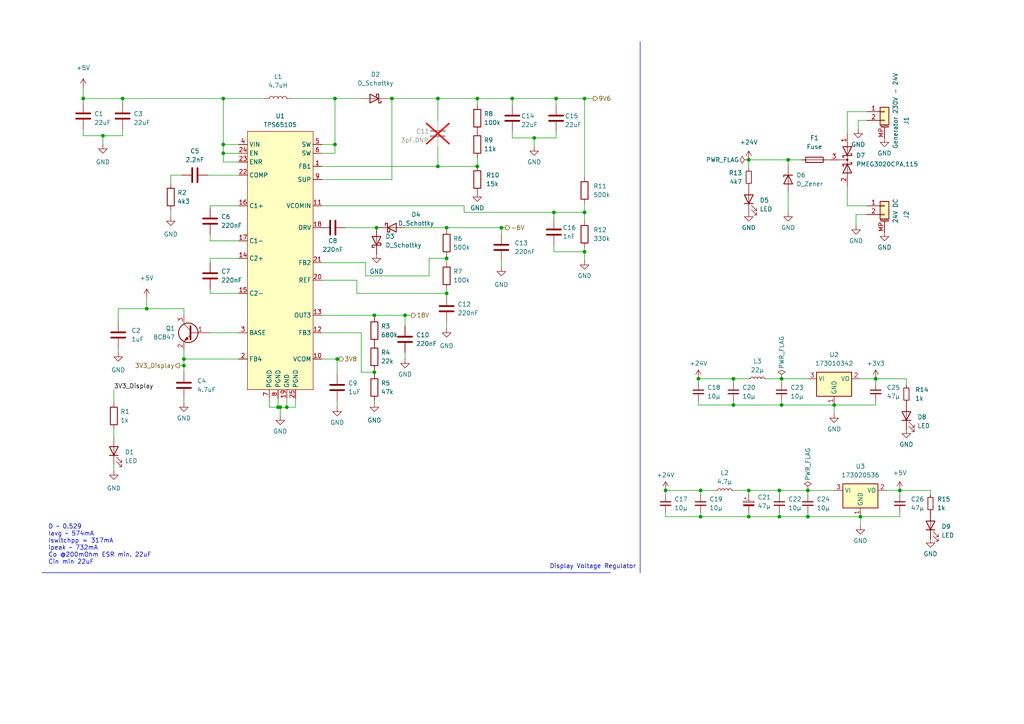
<source format=kicad_sch>
(kicad_sch
	(version 20250114)
	(generator "eeschema")
	(generator_version "9.0")
	(uuid "2e0788da-83c1-4cf9-982c-6e9feead5c48")
	(paper "A4")
	
	(text "Display Voltage Regulator"
		(exclude_from_sim no)
		(at 159.385 165.1 0)
		(effects
			(font
				(size 1.27 1.27)
			)
			(justify left bottom)
		)
		(uuid "1f474138-6b54-4b9f-883a-725cd7720b17")
	)
	(text "D ~ 0.529\nIavg ~ 574mA\nIswitchpp = 317mA\nIpeak ~ 732mA\nCo @200mOhm ESR min. 22uF\nCin min 22uF"
		(exclude_from_sim no)
		(at 13.97 163.83 0)
		(effects
			(font
				(size 1.27 1.27)
			)
			(justify left bottom)
		)
		(uuid "33680474-88a3-4d9f-8dec-4a0171750541")
	)
	(junction
		(at 241.935 117.475)
		(diameter 0)
		(color 0 0 0 0)
		(uuid "04a24c58-7e9b-45c6-a81c-e6bd761e890c")
	)
	(junction
		(at 217.17 142.24)
		(diameter 0)
		(color 0 0 0 0)
		(uuid "06c0f182-3f01-4df1-8a91-76bc1a17447c")
	)
	(junction
		(at 226.06 149.86)
		(diameter 0)
		(color 0 0 0 0)
		(uuid "0e4f6690-f270-44bf-b823-20877548d9de")
	)
	(junction
		(at 169.545 73.025)
		(diameter 0)
		(color 0 0 0 0)
		(uuid "0eef11e6-76b0-4b3f-aa84-20f8c99ba4f2")
	)
	(junction
		(at 145.415 66.04)
		(diameter 0)
		(color 0 0 0 0)
		(uuid "111fa979-1c07-45e3-bde0-f5f2517309ef")
	)
	(junction
		(at 234.315 142.24)
		(diameter 0)
		(color 0 0 0 0)
		(uuid "1189832d-f541-4182-85cf-76441db3bde5")
	)
	(junction
		(at 127 28.575)
		(diameter 0)
		(color 0 0 0 0)
		(uuid "15fdf0a2-c1f2-4716-99a1-825076671288")
	)
	(junction
		(at 117.475 91.44)
		(diameter 0)
		(color 0 0 0 0)
		(uuid "1aff85bd-376b-4c3c-a19e-28410c588aa7")
	)
	(junction
		(at 108.585 107.95)
		(diameter 0)
		(color 0 0 0 0)
		(uuid "1b72607b-c177-45f5-ac9f-ed7fa7a64fb1")
	)
	(junction
		(at 203.2 142.24)
		(diameter 0)
		(color 0 0 0 0)
		(uuid "2ab8ada9-cf74-4f1d-a11c-ea239d5d2220")
	)
	(junction
		(at 217.17 46.355)
		(diameter 0)
		(color 0 0 0 0)
		(uuid "2d680fee-d381-4b13-af58-d69b1bf4bdaf")
	)
	(junction
		(at 226.695 109.855)
		(diameter 0)
		(color 0 0 0 0)
		(uuid "328351f1-a0f5-490e-9fe1-872dcb80d8e1")
	)
	(junction
		(at 169.545 28.575)
		(diameter 0)
		(color 0 0 0 0)
		(uuid "344e26dd-0ad0-428f-9526-295351b37e18")
	)
	(junction
		(at 138.43 28.575)
		(diameter 0)
		(color 0 0 0 0)
		(uuid "38c66eb7-fe12-4132-87a9-9f307a3d4eb9")
	)
	(junction
		(at 81.28 118.11)
		(diameter 0)
		(color 0 0 0 0)
		(uuid "3ae57a23-66e5-4f6a-9822-261b4ca414ba")
	)
	(junction
		(at 254 109.855)
		(diameter 0)
		(color 0 0 0 0)
		(uuid "4511e233-f111-4b3a-b25b-163e7713798c")
	)
	(junction
		(at 193.04 142.24)
		(diameter 0)
		(color 0 0 0 0)
		(uuid "4bc96748-d6a3-4db2-a6e8-1cc644e5753e")
	)
	(junction
		(at 53.34 104.14)
		(diameter 0)
		(color 0 0 0 0)
		(uuid "4c879827-91e5-4a71-a78c-ba2af39ff8cc")
	)
	(junction
		(at 169.545 61.595)
		(diameter 0)
		(color 0 0 0 0)
		(uuid "54c3dcc4-cce7-4bb6-a629-c4ac709b2919")
	)
	(junction
		(at 234.315 149.86)
		(diameter 0)
		(color 0 0 0 0)
		(uuid "5503c86b-1be4-41d6-9f38-9ec79f8809d0")
	)
	(junction
		(at 113.665 28.575)
		(diameter 0)
		(color 0 0 0 0)
		(uuid "55237c9f-e430-4b71-8e84-61e5fd99e243")
	)
	(junction
		(at 148.59 28.575)
		(diameter 0)
		(color 0 0 0 0)
		(uuid "59a705da-471f-4f1e-bffe-9c85045b320e")
	)
	(junction
		(at 226.06 142.24)
		(diameter 0)
		(color 0 0 0 0)
		(uuid "5a4015f9-032d-4d3d-913c-ef451306a780")
	)
	(junction
		(at 129.54 66.04)
		(diameter 0)
		(color 0 0 0 0)
		(uuid "5a704d20-2eda-4d66-87a0-8bb00c328bcf")
	)
	(junction
		(at 97.155 28.575)
		(diameter 0)
		(color 0 0 0 0)
		(uuid "5b385b3a-0445-40da-869e-baa34c1ab9d3")
	)
	(junction
		(at 127 48.26)
		(diameter 0)
		(color 0 0 0 0)
		(uuid "5e3c3066-33ae-44aa-90ca-be14e326d06b")
	)
	(junction
		(at 212.725 109.855)
		(diameter 0)
		(color 0 0 0 0)
		(uuid "5fa5e9ea-85ff-4890-b60a-2622461a3342")
	)
	(junction
		(at 226.695 117.475)
		(diameter 0)
		(color 0 0 0 0)
		(uuid "5fa7211d-a933-4aea-bde3-164e64fe3f63")
	)
	(junction
		(at 212.725 117.475)
		(diameter 0)
		(color 0 0 0 0)
		(uuid "6a04c048-f0f1-48b0-bc1c-71429688fed0")
	)
	(junction
		(at 129.54 85.09)
		(diameter 0)
		(color 0 0 0 0)
		(uuid "7211e033-306c-4f5c-8969-3e6e32dd97c7")
	)
	(junction
		(at 154.94 40.005)
		(diameter 0)
		(color 0 0 0 0)
		(uuid "73010a7a-7a9a-46d9-83be-b5b73168b613")
	)
	(junction
		(at 97.155 41.91)
		(diameter 0)
		(color 0 0 0 0)
		(uuid "7402a9dc-42d2-48a3-b1d2-a3f8321a5335")
	)
	(junction
		(at 260.985 142.24)
		(diameter 0)
		(color 0 0 0 0)
		(uuid "852155d9-75fa-4971-882f-601461e6471e")
	)
	(junction
		(at 53.34 106.045)
		(diameter 0)
		(color 0 0 0 0)
		(uuid "880cbe12-459f-4608-8eb4-4562e51e675d")
	)
	(junction
		(at 109.22 66.04)
		(diameter 0)
		(color 0 0 0 0)
		(uuid "8a4a63e0-e849-40f9-91ee-96af092e47fd")
	)
	(junction
		(at 217.17 149.86)
		(diameter 0)
		(color 0 0 0 0)
		(uuid "8b98e2fb-4d6d-4946-a73a-5b44141d0f81")
	)
	(junction
		(at 64.77 41.91)
		(diameter 0)
		(color 0 0 0 0)
		(uuid "8bd06123-3b1f-4075-822e-b7d3ffc7ad6e")
	)
	(junction
		(at 108.585 91.44)
		(diameter 0)
		(color 0 0 0 0)
		(uuid "98259442-0017-4839-bdf1-ccc12bd3d4f7")
	)
	(junction
		(at 24.13 28.575)
		(diameter 0)
		(color 0 0 0 0)
		(uuid "9f6413a3-f858-4400-99b1-ddc817355d01")
	)
	(junction
		(at 228.6 46.355)
		(diameter 0)
		(color 0 0 0 0)
		(uuid "a8f9191a-be3c-46ee-88e1-87ee98882e18")
	)
	(junction
		(at 129.54 74.93)
		(diameter 0)
		(color 0 0 0 0)
		(uuid "ac6cee30-b003-4257-a4d2-6306d34acee1")
	)
	(junction
		(at 35.56 28.575)
		(diameter 0)
		(color 0 0 0 0)
		(uuid "acd4fa46-8ba8-4b24-9066-b22d8cf3695d")
	)
	(junction
		(at 29.845 39.37)
		(diameter 0)
		(color 0 0 0 0)
		(uuid "ad197f75-bdb0-4b36-aa2e-000b73036df8")
	)
	(junction
		(at 203.2 149.86)
		(diameter 0)
		(color 0 0 0 0)
		(uuid "bb8147b5-df2f-4f1f-b47e-d53b75aaa380")
	)
	(junction
		(at 249.555 149.86)
		(diameter 0)
		(color 0 0 0 0)
		(uuid "bde9bff5-32a4-42ae-899d-568ddf240b6b")
	)
	(junction
		(at 64.77 44.45)
		(diameter 0)
		(color 0 0 0 0)
		(uuid "c1c24b44-9fed-402f-8691-27fc96c5a404")
	)
	(junction
		(at 97.79 104.14)
		(diameter 0)
		(color 0 0 0 0)
		(uuid "d3af76d2-6f6b-4958-8007-465843bcff28")
	)
	(junction
		(at 42.545 89.535)
		(diameter 0)
		(color 0 0 0 0)
		(uuid "e12a7a30-2a13-4e59-a86b-14e9581d754f")
	)
	(junction
		(at 138.43 48.26)
		(diameter 0)
		(color 0 0 0 0)
		(uuid "e164d6d7-daed-4ba2-a4fa-8829f5fa4bf1")
	)
	(junction
		(at 64.77 28.575)
		(diameter 0)
		(color 0 0 0 0)
		(uuid "e2e0303f-2626-44a8-827b-a48f153b57b1")
	)
	(junction
		(at 202.565 109.855)
		(diameter 0)
		(color 0 0 0 0)
		(uuid "ea330dce-f339-4a47-abfa-3285e15e9c53")
	)
	(junction
		(at 83.185 118.11)
		(diameter 0)
		(color 0 0 0 0)
		(uuid "eabb1f12-056b-4086-8108-3847910fb0d1")
	)
	(junction
		(at 160.655 61.595)
		(diameter 0)
		(color 0 0 0 0)
		(uuid "eb201b61-3b4a-4eed-b18a-c997c19d7db8")
	)
	(junction
		(at 80.645 118.11)
		(diameter 0)
		(color 0 0 0 0)
		(uuid "eb96f160-0639-40eb-a4cf-f184fd8acebd")
	)
	(junction
		(at 161.29 28.575)
		(diameter 0)
		(color 0 0 0 0)
		(uuid "eecf3a55-a51b-4037-bc03-6c24e0b5c442")
	)
	(wire
		(pts
			(xy 108.585 116.84) (xy 108.585 116.205)
		)
		(stroke
			(width 0)
			(type default)
		)
		(uuid "00823f29-0ed6-4b92-afdd-b2458f8bb606")
	)
	(wire
		(pts
			(xy 245.745 59.69) (xy 245.745 53.975)
		)
		(stroke
			(width 0)
			(type default)
		)
		(uuid "01d5c222-f50c-448c-ab1c-ce44f0e6fca5")
	)
	(wire
		(pts
			(xy 53.34 106.045) (xy 53.34 107.95)
		)
		(stroke
			(width 0)
			(type default)
		)
		(uuid "0799669d-565f-4907-8ed6-4e84a36a826f")
	)
	(wire
		(pts
			(xy 129.54 85.09) (xy 129.54 85.725)
		)
		(stroke
			(width 0)
			(type default)
		)
		(uuid "07ec2872-4565-4fd8-959e-8f2af70ca30b")
	)
	(wire
		(pts
			(xy 49.53 60.96) (xy 49.53 62.865)
		)
		(stroke
			(width 0)
			(type default)
		)
		(uuid "080956e7-576e-44ee-9c9c-360358df7091")
	)
	(wire
		(pts
			(xy 117.475 66.04) (xy 129.54 66.04)
		)
		(stroke
			(width 0)
			(type default)
		)
		(uuid "0a825527-7b27-4b9a-a7f6-00a4872c8489")
	)
	(wire
		(pts
			(xy 103.505 81.28) (xy 103.505 85.09)
		)
		(stroke
			(width 0)
			(type default)
		)
		(uuid "0a831453-75b6-47ab-904c-b600c87ef6b9")
	)
	(wire
		(pts
			(xy 64.77 46.99) (xy 64.77 44.45)
		)
		(stroke
			(width 0)
			(type default)
		)
		(uuid "0ac840e0-b447-402f-b2e4-f37f6065362a")
	)
	(wire
		(pts
			(xy 108.585 91.44) (xy 108.585 92.075)
		)
		(stroke
			(width 0)
			(type default)
		)
		(uuid "0b2e23e4-beac-4bd1-be47-6b52b832fb7c")
	)
	(wire
		(pts
			(xy 145.415 66.04) (xy 146.685 66.04)
		)
		(stroke
			(width 0)
			(type default)
		)
		(uuid "0e047021-d1ef-4727-9754-e9dc1692b3ca")
	)
	(wire
		(pts
			(xy 245.745 32.385) (xy 251.46 32.385)
		)
		(stroke
			(width 0)
			(type default)
		)
		(uuid "0f6fedef-d831-419e-8095-bd13e46f06de")
	)
	(wire
		(pts
			(xy 202.565 109.855) (xy 202.565 111.125)
		)
		(stroke
			(width 0)
			(type default)
		)
		(uuid "0fc213a9-8817-48cf-8836-66336aa93cfa")
	)
	(wire
		(pts
			(xy 93.345 91.44) (xy 108.585 91.44)
		)
		(stroke
			(width 0)
			(type default)
		)
		(uuid "163b8def-cacd-4a76-822e-3fb9e29d98bf")
	)
	(wire
		(pts
			(xy 76.835 28.575) (xy 64.77 28.575)
		)
		(stroke
			(width 0)
			(type default)
		)
		(uuid "17ac2bd9-85ec-48d8-b4ea-5c8f921070e6")
	)
	(wire
		(pts
			(xy 33.02 134.62) (xy 33.02 136.525)
		)
		(stroke
			(width 0)
			(type default)
		)
		(uuid "1964f7d3-f983-4af4-9501-c4191a058a6e")
	)
	(wire
		(pts
			(xy 260.985 148.59) (xy 260.985 149.86)
		)
		(stroke
			(width 0)
			(type default)
		)
		(uuid "1b51f0eb-7bb4-40fd-8a18-b2b7c8dece5a")
	)
	(wire
		(pts
			(xy 129.54 66.04) (xy 145.415 66.04)
		)
		(stroke
			(width 0)
			(type default)
		)
		(uuid "1c0e80f2-a924-48f1-b1a4-5e4b60c86556")
	)
	(wire
		(pts
			(xy 202.565 109.855) (xy 212.725 109.855)
		)
		(stroke
			(width 0)
			(type default)
		)
		(uuid "1d87bcf4-7b10-4fa6-b5d8-4a243a3dec00")
	)
	(wire
		(pts
			(xy 260.985 149.86) (xy 249.555 149.86)
		)
		(stroke
			(width 0)
			(type default)
		)
		(uuid "1eae38f9-6fb6-4b12-919c-8df80453afaa")
	)
	(wire
		(pts
			(xy 97.155 44.45) (xy 97.155 41.91)
		)
		(stroke
			(width 0)
			(type default)
		)
		(uuid "1f385b83-cc47-4a50-b4f9-6e8bb1cc4ede")
	)
	(wire
		(pts
			(xy 80.645 115.57) (xy 80.645 118.11)
		)
		(stroke
			(width 0)
			(type default)
		)
		(uuid "221dba15-c87b-4d35-8df1-58681aea5818")
	)
	(wire
		(pts
			(xy 53.34 101.6) (xy 53.34 104.14)
		)
		(stroke
			(width 0)
			(type default)
		)
		(uuid "22da2ddb-ad12-4205-b387-df7f05c0291f")
	)
	(wire
		(pts
			(xy 83.185 118.11) (xy 85.725 118.11)
		)
		(stroke
			(width 0)
			(type default)
		)
		(uuid "23471649-e877-40d3-94d4-eef45059f441")
	)
	(wire
		(pts
			(xy 127 48.26) (xy 138.43 48.26)
		)
		(stroke
			(width 0)
			(type default)
		)
		(uuid "23aaa91e-ce39-4097-bb81-338f8cae24de")
	)
	(wire
		(pts
			(xy 60.96 59.69) (xy 69.215 59.69)
		)
		(stroke
			(width 0)
			(type default)
		)
		(uuid "24c96bfc-e05f-4742-ab89-580e45bdb5bc")
	)
	(wire
		(pts
			(xy 127 42.545) (xy 127 48.26)
		)
		(stroke
			(width 0)
			(type default)
		)
		(uuid "25928ed3-3d8c-4e5f-aa6c-ff9793b22490")
	)
	(wire
		(pts
			(xy 160.655 63.5) (xy 160.655 61.595)
		)
		(stroke
			(width 0)
			(type default)
		)
		(uuid "27933751-b7f1-48c0-9df9-818b6dfc358c")
	)
	(wire
		(pts
			(xy 226.695 117.475) (xy 241.935 117.475)
		)
		(stroke
			(width 0)
			(type default)
		)
		(uuid "27fdb692-1032-457e-a1eb-5217ad52ed2d")
	)
	(wire
		(pts
			(xy 93.345 66.04) (xy 92.71 66.04)
		)
		(stroke
			(width 0)
			(type default)
		)
		(uuid "2aee96eb-356d-44d9-bb29-b019a73320a5")
	)
	(wire
		(pts
			(xy 217.17 46.355) (xy 228.6 46.355)
		)
		(stroke
			(width 0)
			(type default)
		)
		(uuid "2b7b12dd-87cc-4177-b7c0-9d9cf43eb25a")
	)
	(wire
		(pts
			(xy 240.03 46.355) (xy 240.665 46.355)
		)
		(stroke
			(width 0)
			(type default)
		)
		(uuid "2b7b1b16-893c-42b7-9194-df9878f072fc")
	)
	(wire
		(pts
			(xy 249.555 109.855) (xy 254 109.855)
		)
		(stroke
			(width 0)
			(type default)
		)
		(uuid "2c5e1399-a2da-45ff-9723-90f773008009")
	)
	(wire
		(pts
			(xy 134.62 59.69) (xy 134.62 61.595)
		)
		(stroke
			(width 0)
			(type default)
		)
		(uuid "300ab485-da27-45a6-a497-e273fd765e8c")
	)
	(wire
		(pts
			(xy 254 109.855) (xy 254 111.125)
		)
		(stroke
			(width 0)
			(type default)
		)
		(uuid "302dd4f2-4a33-462d-8779-06c1161c641e")
	)
	(wire
		(pts
			(xy 202.565 117.475) (xy 212.725 117.475)
		)
		(stroke
			(width 0)
			(type default)
		)
		(uuid "332369f9-b2c1-4afc-8575-ba8f738f7f55")
	)
	(wire
		(pts
			(xy 193.04 142.24) (xy 193.04 143.51)
		)
		(stroke
			(width 0)
			(type default)
		)
		(uuid "3356ecf4-e784-4cfb-92ad-862b46ff013b")
	)
	(wire
		(pts
			(xy 212.725 109.855) (xy 217.17 109.855)
		)
		(stroke
			(width 0)
			(type default)
		)
		(uuid "3614b7ff-5afc-4028-9773-3f0c7087bc24")
	)
	(wire
		(pts
			(xy 169.545 59.055) (xy 169.545 61.595)
		)
		(stroke
			(width 0)
			(type default)
		)
		(uuid "37617cd5-34d5-4cb1-bc81-6451281932c5")
	)
	(wire
		(pts
			(xy 160.655 73.025) (xy 160.655 71.12)
		)
		(stroke
			(width 0)
			(type default)
		)
		(uuid "38d260f8-76f5-44dd-9720-2a213e915413")
	)
	(wire
		(pts
			(xy 169.545 73.025) (xy 169.545 75.565)
		)
		(stroke
			(width 0)
			(type default)
		)
		(uuid "3c5f13ae-ad87-44f8-b10b-2a06880895da")
	)
	(wire
		(pts
			(xy 53.34 115.57) (xy 53.34 116.84)
		)
		(stroke
			(width 0)
			(type default)
		)
		(uuid "3e5771b7-425e-4cea-8f07-1611dbbbc8c1")
	)
	(wire
		(pts
			(xy 124.46 74.93) (xy 129.54 74.93)
		)
		(stroke
			(width 0)
			(type default)
		)
		(uuid "3ed12c7c-34f2-4e62-a8b5-51abf30d6efa")
	)
	(wire
		(pts
			(xy 81.28 118.11) (xy 83.185 118.11)
		)
		(stroke
			(width 0)
			(type default)
		)
		(uuid "3fa49fd2-5e38-4518-bcaf-7808cb6d4aed")
	)
	(wire
		(pts
			(xy 93.345 81.28) (xy 103.505 81.28)
		)
		(stroke
			(width 0)
			(type default)
		)
		(uuid "3ffad75b-d711-4886-b77c-cec67b83eda9")
	)
	(wire
		(pts
			(xy 145.415 66.04) (xy 145.415 67.945)
		)
		(stroke
			(width 0)
			(type default)
		)
		(uuid "428491b2-7a74-46cd-bdd8-2c392c94f34c")
	)
	(wire
		(pts
			(xy 228.6 46.355) (xy 232.41 46.355)
		)
		(stroke
			(width 0)
			(type default)
		)
		(uuid "430961fa-1aac-430d-a834-ca67c6fab174")
	)
	(wire
		(pts
			(xy 234.315 149.86) (xy 249.555 149.86)
		)
		(stroke
			(width 0)
			(type default)
		)
		(uuid "44ac89d5-fab8-4881-932b-38f36f429c6a")
	)
	(wire
		(pts
			(xy 24.13 37.465) (xy 24.13 39.37)
		)
		(stroke
			(width 0)
			(type default)
		)
		(uuid "4503344e-d636-487f-aa1d-09061e794e89")
	)
	(wire
		(pts
			(xy 35.56 29.845) (xy 35.56 28.575)
		)
		(stroke
			(width 0)
			(type default)
		)
		(uuid "45f9194a-fefb-4742-9660-7fe8e4d30a8d")
	)
	(wire
		(pts
			(xy 222.25 109.855) (xy 226.695 109.855)
		)
		(stroke
			(width 0)
			(type default)
		)
		(uuid "480bee3c-39e6-407a-89ac-1313197ace6a")
	)
	(wire
		(pts
			(xy 228.6 55.88) (xy 228.6 61.595)
		)
		(stroke
			(width 0)
			(type default)
		)
		(uuid "4a7cbbdd-5cf8-47cb-b2f7-c1bae73c379c")
	)
	(wire
		(pts
			(xy 53.34 104.14) (xy 53.34 106.045)
		)
		(stroke
			(width 0)
			(type default)
		)
		(uuid "4a9bf28b-3854-4f5d-86aa-f17baa6a09f9")
	)
	(wire
		(pts
			(xy 160.655 61.595) (xy 169.545 61.595)
		)
		(stroke
			(width 0)
			(type default)
		)
		(uuid "4adf77c0-8891-473c-b37b-e31840999359")
	)
	(wire
		(pts
			(xy 93.345 52.07) (xy 113.665 52.07)
		)
		(stroke
			(width 0)
			(type default)
		)
		(uuid "4c41f729-a7aa-477e-a842-37838a2b18f0")
	)
	(wire
		(pts
			(xy 97.79 116.205) (xy 97.79 118.11)
		)
		(stroke
			(width 0)
			(type default)
		)
		(uuid "4d35691e-4f3d-41e8-9a99-c92c22cf42d0")
	)
	(wire
		(pts
			(xy 129.54 74.93) (xy 129.54 76.2)
		)
		(stroke
			(width 0)
			(type default)
		)
		(uuid "4e1213c0-0844-4472-8738-ede19ad5a24e")
	)
	(wire
		(pts
			(xy 24.13 29.845) (xy 24.13 28.575)
		)
		(stroke
			(width 0)
			(type default)
		)
		(uuid "4e66fede-4bd0-4b9c-aa91-1d39619d61f3")
	)
	(wire
		(pts
			(xy 138.43 28.575) (xy 138.43 30.48)
		)
		(stroke
			(width 0)
			(type default)
		)
		(uuid "4e9a23db-c1ec-4e36-98bc-5688e1210cd2")
	)
	(wire
		(pts
			(xy 97.79 104.14) (xy 98.425 104.14)
		)
		(stroke
			(width 0)
			(type default)
		)
		(uuid "5042ffc9-f488-4bd7-bd38-fe064d044d8e")
	)
	(wire
		(pts
			(xy 42.545 86.36) (xy 42.545 89.535)
		)
		(stroke
			(width 0)
			(type default)
		)
		(uuid "51649ea1-af40-4422-810d-cdd7e45b347c")
	)
	(wire
		(pts
			(xy 60.96 96.52) (xy 69.215 96.52)
		)
		(stroke
			(width 0)
			(type default)
		)
		(uuid "54264b9f-8dba-4eb3-9bf5-e99612feb0a4")
	)
	(wire
		(pts
			(xy 83.185 115.57) (xy 83.185 118.11)
		)
		(stroke
			(width 0)
			(type default)
		)
		(uuid "55e01c7c-916c-475f-be83-ee46860b0f12")
	)
	(wire
		(pts
			(xy 249.555 149.86) (xy 249.555 152.4)
		)
		(stroke
			(width 0)
			(type default)
		)
		(uuid "59e0d06b-cd48-45c4-a673-afeae9475e71")
	)
	(wire
		(pts
			(xy 226.695 109.855) (xy 234.315 109.855)
		)
		(stroke
			(width 0)
			(type default)
		)
		(uuid "5a092afa-26ce-4acf-9da0-d2d8700de100")
	)
	(wire
		(pts
			(xy 212.725 142.24) (xy 217.17 142.24)
		)
		(stroke
			(width 0)
			(type default)
		)
		(uuid "5ac9dccd-b877-4c45-9b87-2745bb154a56")
	)
	(wire
		(pts
			(xy 234.315 142.24) (xy 234.315 143.51)
		)
		(stroke
			(width 0)
			(type default)
		)
		(uuid "5ea3e315-df2f-48a8-96ed-2eaa15b323b6")
	)
	(wire
		(pts
			(xy 60.325 50.8) (xy 69.215 50.8)
		)
		(stroke
			(width 0)
			(type default)
		)
		(uuid "617ebabc-9728-49d9-9e00-efeb649c11f6")
	)
	(wire
		(pts
			(xy 234.315 148.59) (xy 234.315 149.86)
		)
		(stroke
			(width 0)
			(type default)
		)
		(uuid "667d36d3-48b8-4b44-b1fa-ee04e1f5c87d")
	)
	(wire
		(pts
			(xy 60.96 74.93) (xy 69.215 74.93)
		)
		(stroke
			(width 0)
			(type default)
		)
		(uuid "66b80e20-c5b1-452c-9103-9af133e4d706")
	)
	(wire
		(pts
			(xy 108.585 107.95) (xy 104.775 107.95)
		)
		(stroke
			(width 0)
			(type default)
		)
		(uuid "67b76565-5e98-4729-99f3-4273774598b5")
	)
	(wire
		(pts
			(xy 49.53 50.8) (xy 49.53 53.34)
		)
		(stroke
			(width 0)
			(type default)
		)
		(uuid "68479ddf-a13d-466d-a3dd-c310eda8a653")
	)
	(wire
		(pts
			(xy 148.59 38.1) (xy 148.59 40.005)
		)
		(stroke
			(width 0)
			(type default)
		)
		(uuid "6c2b85b8-c251-4011-a20c-e9d26d6c48a3")
	)
	(wire
		(pts
			(xy 60.96 60.325) (xy 60.96 59.69)
		)
		(stroke
			(width 0)
			(type default)
		)
		(uuid "6dbbb99c-db6b-4ccc-b564-a41e646c330c")
	)
	(wire
		(pts
			(xy 69.215 41.91) (xy 64.77 41.91)
		)
		(stroke
			(width 0)
			(type default)
		)
		(uuid "6e623211-e1cd-4bb0-8c65-12b92a48f710")
	)
	(wire
		(pts
			(xy 93.345 44.45) (xy 97.155 44.45)
		)
		(stroke
			(width 0)
			(type default)
		)
		(uuid "701e3aab-ec5b-4755-bb01-b828558ba117")
	)
	(wire
		(pts
			(xy 212.725 116.205) (xy 212.725 117.475)
		)
		(stroke
			(width 0)
			(type default)
		)
		(uuid "70876b54-5088-4016-b2c6-b9cdcb757352")
	)
	(wire
		(pts
			(xy 226.695 109.855) (xy 226.695 111.125)
		)
		(stroke
			(width 0)
			(type default)
		)
		(uuid "712cf10d-3255-4a39-896b-4c3e9382c6bb")
	)
	(wire
		(pts
			(xy 64.77 41.91) (xy 64.77 44.45)
		)
		(stroke
			(width 0)
			(type default)
		)
		(uuid "73f9ed79-636c-4d16-b0ba-9b534cedcbd4")
	)
	(wire
		(pts
			(xy 113.665 52.07) (xy 113.665 28.575)
		)
		(stroke
			(width 0)
			(type default)
		)
		(uuid "75501156-2b60-4ebc-abfc-4b7c0bc99d2c")
	)
	(wire
		(pts
			(xy 97.79 104.14) (xy 93.345 104.14)
		)
		(stroke
			(width 0)
			(type default)
		)
		(uuid "773e3727-396a-430f-829a-1968126d4e63")
	)
	(wire
		(pts
			(xy 161.29 28.575) (xy 161.29 30.48)
		)
		(stroke
			(width 0)
			(type default)
		)
		(uuid "77434a9a-e97c-4f9b-8efa-a7dc56aa4462")
	)
	(wire
		(pts
			(xy 226.06 142.24) (xy 234.315 142.24)
		)
		(stroke
			(width 0)
			(type default)
		)
		(uuid "77962264-d713-4ddf-a55d-58dc53a2553c")
	)
	(wire
		(pts
			(xy 241.935 117.475) (xy 241.935 120.015)
		)
		(stroke
			(width 0)
			(type default)
		)
		(uuid "79e771bd-867c-48d0-9c84-c44a0cc2997a")
	)
	(wire
		(pts
			(xy 254 109.855) (xy 262.89 109.855)
		)
		(stroke
			(width 0)
			(type default)
		)
		(uuid "7a646faa-1ba2-40e9-96eb-e68d5e555bc5")
	)
	(wire
		(pts
			(xy 60.96 85.09) (xy 60.96 83.82)
		)
		(stroke
			(width 0)
			(type default)
		)
		(uuid "7a908a54-37ff-4256-af3c-d37a3211a15b")
	)
	(wire
		(pts
			(xy 148.59 28.575) (xy 148.59 30.48)
		)
		(stroke
			(width 0)
			(type default)
		)
		(uuid "7cbe0ff7-148d-4655-918d-3fd6cb63e2aa")
	)
	(wire
		(pts
			(xy 226.06 149.86) (xy 234.315 149.86)
		)
		(stroke
			(width 0)
			(type default)
		)
		(uuid "7cd4b97d-4582-43af-aca8-950338b402d8")
	)
	(wire
		(pts
			(xy 260.985 142.24) (xy 260.985 143.51)
		)
		(stroke
			(width 0)
			(type default)
		)
		(uuid "7d05d595-c664-446c-899f-b00e20cb5d7c")
	)
	(wire
		(pts
			(xy 24.13 28.575) (xy 35.56 28.575)
		)
		(stroke
			(width 0)
			(type default)
		)
		(uuid "822293f7-6596-4b27-8151-6d886cf56857")
	)
	(wire
		(pts
			(xy 69.215 85.09) (xy 60.96 85.09)
		)
		(stroke
			(width 0)
			(type default)
		)
		(uuid "86f78524-9a71-4576-a34f-c214cf02f681")
	)
	(wire
		(pts
			(xy 251.46 59.69) (xy 245.745 59.69)
		)
		(stroke
			(width 0)
			(type default)
		)
		(uuid "87012fd7-8a04-4de3-b126-2893f3235d87")
	)
	(wire
		(pts
			(xy 161.29 40.005) (xy 161.29 38.1)
		)
		(stroke
			(width 0)
			(type default)
		)
		(uuid "873732d0-bc89-4cd2-80b5-b67e8ac37788")
	)
	(wire
		(pts
			(xy 97.79 108.585) (xy 97.79 104.14)
		)
		(stroke
			(width 0)
			(type default)
		)
		(uuid "8798140f-a61d-4399-a02f-340a61efc57d")
	)
	(wire
		(pts
			(xy 129.54 74.295) (xy 129.54 74.93)
		)
		(stroke
			(width 0)
			(type default)
		)
		(uuid "88f13fe5-ddc3-4a21-b5bb-3f329bf29ec0")
	)
	(wire
		(pts
			(xy 169.545 61.595) (xy 169.545 64.135)
		)
		(stroke
			(width 0)
			(type default)
		)
		(uuid "897704ad-d967-4d2d-8238-9398ddfd04e8")
	)
	(wire
		(pts
			(xy 129.54 93.345) (xy 129.54 95.25)
		)
		(stroke
			(width 0)
			(type default)
		)
		(uuid "89de10db-0bda-4bc4-9a11-7f45b3fef9be")
	)
	(wire
		(pts
			(xy 217.17 149.86) (xy 226.06 149.86)
		)
		(stroke
			(width 0)
			(type default)
		)
		(uuid "8a27771f-2b91-4f3b-9898-b82752fb21fc")
	)
	(wire
		(pts
			(xy 69.215 69.85) (xy 60.96 69.85)
		)
		(stroke
			(width 0)
			(type default)
		)
		(uuid "8a8dc90e-ea11-473f-9e5a-ccd56726e7dd")
	)
	(wire
		(pts
			(xy 69.215 46.99) (xy 64.77 46.99)
		)
		(stroke
			(width 0)
			(type default)
		)
		(uuid "8acd4fdb-7a63-49b9-921f-6a3c041e95ba")
	)
	(wire
		(pts
			(xy 269.875 143.51) (xy 269.875 142.24)
		)
		(stroke
			(width 0)
			(type default)
		)
		(uuid "8cc7a730-cb1f-4afb-b5f0-1c9155a349c3")
	)
	(wire
		(pts
			(xy 78.105 118.11) (xy 78.105 115.57)
		)
		(stroke
			(width 0)
			(type default)
		)
		(uuid "8d1114c9-b33d-4f1b-8db3-570129fb19cf")
	)
	(wire
		(pts
			(xy 34.29 100.965) (xy 34.29 102.235)
		)
		(stroke
			(width 0)
			(type default)
		)
		(uuid "8d604371-f602-4f10-8f7d-d7976b912214")
	)
	(wire
		(pts
			(xy 169.545 28.575) (xy 172.085 28.575)
		)
		(stroke
			(width 0)
			(type default)
		)
		(uuid "8df34f58-b9bf-4d62-a0cb-39cfca58113f")
	)
	(wire
		(pts
			(xy 85.725 118.11) (xy 85.725 115.57)
		)
		(stroke
			(width 0)
			(type default)
		)
		(uuid "8e4e0ab3-c78b-4d6b-83be-d326c20004d9")
	)
	(wire
		(pts
			(xy 84.455 28.575) (xy 97.155 28.575)
		)
		(stroke
			(width 0)
			(type default)
		)
		(uuid "8f7a9dab-1d18-4219-bf90-07989e70b3dd")
	)
	(wire
		(pts
			(xy 29.845 41.91) (xy 29.845 39.37)
		)
		(stroke
			(width 0)
			(type default)
		)
		(uuid "8f94857f-a4c9-4bf8-9272-ba853141078a")
	)
	(wire
		(pts
			(xy 52.07 106.045) (xy 53.34 106.045)
		)
		(stroke
			(width 0)
			(type default)
		)
		(uuid "94aa258d-f4ad-427f-ba76-7fd9489e4b20")
	)
	(wire
		(pts
			(xy 203.2 142.24) (xy 207.645 142.24)
		)
		(stroke
			(width 0)
			(type default)
		)
		(uuid "94d921d1-88bd-4867-aa9a-cdede2375614")
	)
	(wire
		(pts
			(xy 262.89 109.855) (xy 262.89 111.76)
		)
		(stroke
			(width 0)
			(type default)
		)
		(uuid "95893931-4d8b-48f4-8eaf-9bb7542167a4")
	)
	(wire
		(pts
			(xy 193.04 148.59) (xy 193.04 149.86)
		)
		(stroke
			(width 0)
			(type default)
		)
		(uuid "95e44266-98b9-465d-997c-8e65b0c3d557")
	)
	(wire
		(pts
			(xy 193.04 149.86) (xy 203.2 149.86)
		)
		(stroke
			(width 0)
			(type default)
		)
		(uuid "95ef0836-fe34-4f04-a9c1-a920779ba8c0")
	)
	(wire
		(pts
			(xy 108.585 108.585) (xy 108.585 107.95)
		)
		(stroke
			(width 0)
			(type default)
		)
		(uuid "970a99e0-31e3-4de1-81ad-1ede59357925")
	)
	(wire
		(pts
			(xy 100.33 66.04) (xy 109.22 66.04)
		)
		(stroke
			(width 0)
			(type default)
		)
		(uuid "97431ce8-64bf-4192-aad3-405003b70cfe")
	)
	(wire
		(pts
			(xy 93.345 96.52) (xy 104.775 96.52)
		)
		(stroke
			(width 0)
			(type default)
		)
		(uuid "9a9225e3-868c-4477-b879-f49bba58cc6e")
	)
	(wire
		(pts
			(xy 203.2 142.24) (xy 203.2 143.51)
		)
		(stroke
			(width 0)
			(type default)
		)
		(uuid "9bc2d68c-2a43-4c1e-b669-9820a12d7c87")
	)
	(wire
		(pts
			(xy 193.04 142.24) (xy 203.2 142.24)
		)
		(stroke
			(width 0)
			(type default)
		)
		(uuid "9be69bc9-acb1-4f03-83ec-e3780facc1a4")
	)
	(wire
		(pts
			(xy 226.06 142.24) (xy 226.06 143.51)
		)
		(stroke
			(width 0)
			(type default)
		)
		(uuid "9c20c29c-79a9-4227-bc95-44d50437e955")
	)
	(wire
		(pts
			(xy 34.29 89.535) (xy 42.545 89.535)
		)
		(stroke
			(width 0)
			(type default)
		)
		(uuid "9c740c80-d003-43c1-8383-19f33549312b")
	)
	(wire
		(pts
			(xy 129.54 83.82) (xy 129.54 85.09)
		)
		(stroke
			(width 0)
			(type default)
		)
		(uuid "9cdd0481-4694-4c64-b4e1-2ac7094da946")
	)
	(wire
		(pts
			(xy 138.43 45.72) (xy 138.43 48.26)
		)
		(stroke
			(width 0)
			(type default)
		)
		(uuid "9d3a9fba-99dc-4dfe-9ad9-da65da83c5c1")
	)
	(wire
		(pts
			(xy 106.045 80.01) (xy 106.045 76.2)
		)
		(stroke
			(width 0)
			(type default)
		)
		(uuid "9d439632-2771-4b13-b38a-61e86e6e924f")
	)
	(wire
		(pts
			(xy 217.17 148.59) (xy 217.17 149.86)
		)
		(stroke
			(width 0)
			(type default)
		)
		(uuid "9d9a9931-bf71-46df-845b-1ed3d2f68e2f")
	)
	(wire
		(pts
			(xy 217.17 142.24) (xy 226.06 142.24)
		)
		(stroke
			(width 0)
			(type default)
		)
		(uuid "9fb78350-b05c-4e18-96f6-8b518da4b61f")
	)
	(wire
		(pts
			(xy 106.045 76.2) (xy 93.345 76.2)
		)
		(stroke
			(width 0)
			(type default)
		)
		(uuid "a05d54da-1a6c-4acd-a749-c01660a4d3b6")
	)
	(wire
		(pts
			(xy 124.46 80.01) (xy 124.46 74.93)
		)
		(stroke
			(width 0)
			(type default)
		)
		(uuid "a1984b4c-5b68-46d4-a8e4-51bc343bb260")
	)
	(wire
		(pts
			(xy 245.745 38.735) (xy 245.745 32.385)
		)
		(stroke
			(width 0)
			(type default)
		)
		(uuid "a39b8dc8-c08e-44c0-8768-dc719002f971")
	)
	(wire
		(pts
			(xy 97.155 41.91) (xy 93.345 41.91)
		)
		(stroke
			(width 0)
			(type default)
		)
		(uuid "a5562132-55e5-411a-9528-caffe9817d7d")
	)
	(wire
		(pts
			(xy 248.92 34.925) (xy 248.92 37.465)
		)
		(stroke
			(width 0)
			(type default)
		)
		(uuid "a7f0cf95-7834-4685-a120-283baf2b87ae")
	)
	(wire
		(pts
			(xy 106.045 80.01) (xy 124.46 80.01)
		)
		(stroke
			(width 0)
			(type default)
		)
		(uuid "a96e3a21-d86c-4df1-b585-ee9dec563426")
	)
	(wire
		(pts
			(xy 33.02 113.03) (xy 33.02 116.84)
		)
		(stroke
			(width 0)
			(type default)
		)
		(uuid "aab218ca-ce2c-4b98-83a0-97efcbb0006d")
	)
	(wire
		(pts
			(xy 148.59 40.005) (xy 154.94 40.005)
		)
		(stroke
			(width 0)
			(type default)
		)
		(uuid "acec78fd-e646-411b-8f62-e327bba793f7")
	)
	(wire
		(pts
			(xy 29.845 39.37) (xy 35.56 39.37)
		)
		(stroke
			(width 0)
			(type default)
		)
		(uuid "af2c11c8-4e61-4a43-b9bd-255560152aa5")
	)
	(wire
		(pts
			(xy 97.155 28.575) (xy 104.775 28.575)
		)
		(stroke
			(width 0)
			(type default)
		)
		(uuid "b2b598d9-ea54-46c4-b198-2854c3ae0964")
	)
	(wire
		(pts
			(xy 212.725 109.855) (xy 212.725 111.125)
		)
		(stroke
			(width 0)
			(type default)
		)
		(uuid "b2d7c7f2-a0f2-4a7b-bd44-25162625cc2c")
	)
	(wire
		(pts
			(xy 228.6 46.355) (xy 228.6 48.26)
		)
		(stroke
			(width 0)
			(type default)
		)
		(uuid "b3813dc4-8c4a-4fe6-b246-060421727897")
	)
	(wire
		(pts
			(xy 129.54 66.04) (xy 129.54 66.675)
		)
		(stroke
			(width 0)
			(type default)
		)
		(uuid "b538a79f-8301-447f-8982-b1cd5d0d1e7d")
	)
	(wire
		(pts
			(xy 108.585 91.44) (xy 117.475 91.44)
		)
		(stroke
			(width 0)
			(type default)
		)
		(uuid "b676435c-79cb-4022-8da4-17b481badd24")
	)
	(wire
		(pts
			(xy 127 28.575) (xy 127 34.925)
		)
		(stroke
			(width 0)
			(type default)
		)
		(uuid "baa475f9-fa32-498d-8dda-150b6afbd67e")
	)
	(wire
		(pts
			(xy 35.56 28.575) (xy 64.77 28.575)
		)
		(stroke
			(width 0)
			(type default)
		)
		(uuid "bbf18ba4-6465-468f-b6dd-87ab34d93271")
	)
	(wire
		(pts
			(xy 112.395 28.575) (xy 113.665 28.575)
		)
		(stroke
			(width 0)
			(type default)
		)
		(uuid "bc8311a1-3370-43fe-b5ef-6453093ce15f")
	)
	(wire
		(pts
			(xy 154.94 40.005) (xy 161.29 40.005)
		)
		(stroke
			(width 0)
			(type default)
		)
		(uuid "bd3455f2-827a-4e80-8a9e-1601cfc6760c")
	)
	(wire
		(pts
			(xy 109.22 66.04) (xy 109.855 66.04)
		)
		(stroke
			(width 0)
			(type default)
		)
		(uuid "be7b5ac7-c4df-4e35-8db8-1e84491169a5")
	)
	(wire
		(pts
			(xy 248.92 34.925) (xy 251.46 34.925)
		)
		(stroke
			(width 0)
			(type default)
		)
		(uuid "bfc00bab-747c-45e0-907d-9561bb4e313e")
	)
	(wire
		(pts
			(xy 64.77 44.45) (xy 69.215 44.45)
		)
		(stroke
			(width 0)
			(type default)
		)
		(uuid "c23f76b7-d61d-429f-bc58-6bc1546c1ccb")
	)
	(wire
		(pts
			(xy 53.34 89.535) (xy 53.34 91.44)
		)
		(stroke
			(width 0)
			(type default)
		)
		(uuid "c47a81a0-8572-4817-a997-173ded2bc84a")
	)
	(wire
		(pts
			(xy 269.875 142.24) (xy 260.985 142.24)
		)
		(stroke
			(width 0)
			(type default)
		)
		(uuid "c59dbc7a-b859-4042-9256-e6a6bf255f15")
	)
	(wire
		(pts
			(xy 108.585 107.315) (xy 108.585 107.95)
		)
		(stroke
			(width 0)
			(type default)
		)
		(uuid "c5b28477-e348-4d17-adbc-906b53af3b9f")
	)
	(wire
		(pts
			(xy 104.775 107.95) (xy 104.775 96.52)
		)
		(stroke
			(width 0)
			(type default)
		)
		(uuid "c600e4a2-59ff-4eb3-b3aa-d29d8905aa43")
	)
	(wire
		(pts
			(xy 97.155 28.575) (xy 97.155 41.91)
		)
		(stroke
			(width 0)
			(type default)
		)
		(uuid "c675f9b7-362f-4a6a-a14c-49ef3e58fba4")
	)
	(wire
		(pts
			(xy 117.475 91.44) (xy 119.38 91.44)
		)
		(stroke
			(width 0)
			(type default)
		)
		(uuid "c70e0b07-9a0c-4e2c-9423-68f7c0d295ad")
	)
	(wire
		(pts
			(xy 212.725 117.475) (xy 226.695 117.475)
		)
		(stroke
			(width 0)
			(type default)
		)
		(uuid "c9b5c6a6-7840-45f7-bf7c-939b5fec923a")
	)
	(wire
		(pts
			(xy 78.105 118.11) (xy 80.645 118.11)
		)
		(stroke
			(width 0)
			(type default)
		)
		(uuid "ca2317ec-4f7e-4a1e-bc9b-1f482c5c144b")
	)
	(wire
		(pts
			(xy 257.175 142.24) (xy 260.985 142.24)
		)
		(stroke
			(width 0)
			(type default)
		)
		(uuid "cc004d13-9add-4e97-845e-3e804265ffd2")
	)
	(wire
		(pts
			(xy 154.94 40.005) (xy 154.94 42.545)
		)
		(stroke
			(width 0)
			(type default)
		)
		(uuid "cd8f7551-eedf-4227-89f0-a423ee0b9dc0")
	)
	(wire
		(pts
			(xy 117.475 94.615) (xy 117.475 91.44)
		)
		(stroke
			(width 0)
			(type default)
		)
		(uuid "cea8c313-f55b-4706-a4ce-a07406514fc9")
	)
	(wire
		(pts
			(xy 217.17 142.24) (xy 217.17 143.51)
		)
		(stroke
			(width 0)
			(type default)
		)
		(uuid "ceea175b-8c86-4dc4-ad65-8552da28bb49")
	)
	(wire
		(pts
			(xy 202.565 116.205) (xy 202.565 117.475)
		)
		(stroke
			(width 0)
			(type default)
		)
		(uuid "cf976ad3-d5e8-44a1-ad25-e1f1375f850a")
	)
	(wire
		(pts
			(xy 203.2 148.59) (xy 203.2 149.86)
		)
		(stroke
			(width 0)
			(type default)
		)
		(uuid "d068cbbe-b30f-4096-855c-e4e765fdfc8b")
	)
	(wire
		(pts
			(xy 226.06 148.59) (xy 226.06 149.86)
		)
		(stroke
			(width 0)
			(type default)
		)
		(uuid "d110e9db-9250-42b3-a3d7-2377030b6281")
	)
	(wire
		(pts
			(xy 248.285 62.23) (xy 248.285 65.405)
		)
		(stroke
			(width 0)
			(type default)
		)
		(uuid "d2ab178a-c830-41e7-8c74-ec1e72641c87")
	)
	(wire
		(pts
			(xy 217.17 48.895) (xy 217.17 46.355)
		)
		(stroke
			(width 0)
			(type default)
		)
		(uuid "d2c8035f-dd0f-43b4-85c2-ab9a349eff76")
	)
	(wire
		(pts
			(xy 169.545 73.025) (xy 160.655 73.025)
		)
		(stroke
			(width 0)
			(type default)
		)
		(uuid "d2e88e99-690a-4d37-99f2-7f9516b6f326")
	)
	(wire
		(pts
			(xy 64.77 28.575) (xy 64.77 41.91)
		)
		(stroke
			(width 0)
			(type default)
		)
		(uuid "d376277c-cae2-496d-994b-ae4810aed1c1")
	)
	(wire
		(pts
			(xy 226.695 116.205) (xy 226.695 117.475)
		)
		(stroke
			(width 0)
			(type default)
		)
		(uuid "d3daa0a2-e9bd-4444-ad66-cea4cd3ca5d7")
	)
	(wire
		(pts
			(xy 33.02 124.46) (xy 33.02 127)
		)
		(stroke
			(width 0)
			(type default)
		)
		(uuid "d4161612-fd40-48fe-a351-00b7e4adcfbe")
	)
	(wire
		(pts
			(xy 134.62 61.595) (xy 160.655 61.595)
		)
		(stroke
			(width 0)
			(type default)
		)
		(uuid "d5ceb0ee-59a6-4a5b-8b20-e84781423f12")
	)
	(wire
		(pts
			(xy 24.13 39.37) (xy 29.845 39.37)
		)
		(stroke
			(width 0)
			(type default)
		)
		(uuid "d61a543b-9dcd-435b-b998-d906143230cf")
	)
	(wire
		(pts
			(xy 161.29 28.575) (xy 169.545 28.575)
		)
		(stroke
			(width 0)
			(type default)
		)
		(uuid "d67cfc73-2f37-43f5-b169-e6f6da32e183")
	)
	(wire
		(pts
			(xy 169.545 51.435) (xy 169.545 28.575)
		)
		(stroke
			(width 0)
			(type default)
		)
		(uuid "d6da516f-31eb-472e-8e11-fc8eaed560bd")
	)
	(wire
		(pts
			(xy 148.59 28.575) (xy 161.29 28.575)
		)
		(stroke
			(width 0)
			(type default)
		)
		(uuid "dae4dbc5-c03c-4d68-8b0a-f10f36f7287a")
	)
	(wire
		(pts
			(xy 251.46 62.23) (xy 248.285 62.23)
		)
		(stroke
			(width 0)
			(type default)
		)
		(uuid "dd658e3c-7274-4321-b280-f43d36ee4d16")
	)
	(polyline
		(pts
			(xy 185.674 12.065) (xy 185.674 166.116)
		)
		(stroke
			(width 0)
			(type default)
		)
		(uuid "de12261a-a488-4b78-817c-4b9eb5382cff")
	)
	(wire
		(pts
			(xy 241.935 117.475) (xy 254 117.475)
		)
		(stroke
			(width 0)
			(type default)
		)
		(uuid "de34fdb2-911d-4e50-850b-6065a7d83da0")
	)
	(wire
		(pts
			(xy 254 116.205) (xy 254 117.475)
		)
		(stroke
			(width 0)
			(type default)
		)
		(uuid "e03a3999-a189-4e3a-9992-e15734b4284e")
	)
	(wire
		(pts
			(xy 42.545 89.535) (xy 53.34 89.535)
		)
		(stroke
			(width 0)
			(type default)
		)
		(uuid "e1a33295-b560-45c6-8354-41493a75e6ac")
	)
	(wire
		(pts
			(xy 80.645 118.11) (xy 81.28 118.11)
		)
		(stroke
			(width 0)
			(type default)
		)
		(uuid "e27ec589-21f0-4132-bba5-5f01ebec4ed6")
	)
	(wire
		(pts
			(xy 138.43 28.575) (xy 148.59 28.575)
		)
		(stroke
			(width 0)
			(type default)
		)
		(uuid "e3ce55a9-6170-433c-b558-fb2904af19e4")
	)
	(wire
		(pts
			(xy 234.315 142.24) (xy 241.935 142.24)
		)
		(stroke
			(width 0)
			(type default)
		)
		(uuid "e3e45f86-75c2-4a7b-8e12-738d3f6ab87b")
	)
	(wire
		(pts
			(xy 81.28 120.65) (xy 81.28 118.11)
		)
		(stroke
			(width 0)
			(type default)
		)
		(uuid "e5d29de3-76d9-4d1f-bd48-1db3511cdccc")
	)
	(wire
		(pts
			(xy 60.96 67.945) (xy 60.96 69.85)
		)
		(stroke
			(width 0)
			(type default)
		)
		(uuid "e6b0c24b-4150-4332-a7c7-0d39e7f824ea")
	)
	(wire
		(pts
			(xy 127 28.575) (xy 138.43 28.575)
		)
		(stroke
			(width 0)
			(type default)
		)
		(uuid "eb5e0201-c32f-49b7-afb2-5028354c88cc")
	)
	(polyline
		(pts
			(xy 177.038 166.116) (xy 12.192 166.116)
		)
		(stroke
			(width 0)
			(type default)
		)
		(uuid "ebb4d48e-7fd2-4425-bfc3-8c97a2151f56")
	)
	(wire
		(pts
			(xy 35.56 37.465) (xy 35.56 39.37)
		)
		(stroke
			(width 0)
			(type default)
		)
		(uuid "ece631b4-0e02-43fb-b41a-644be4704600")
	)
	(wire
		(pts
			(xy 24.13 25.4) (xy 24.13 28.575)
		)
		(stroke
			(width 0)
			(type default)
		)
		(uuid "f1386fce-793d-4913-a953-a88c993a5b95")
	)
	(wire
		(pts
			(xy 93.345 59.69) (xy 134.62 59.69)
		)
		(stroke
			(width 0)
			(type default)
		)
		(uuid "f3562cc0-2151-446c-bd56-2a5bee7be719")
	)
	(wire
		(pts
			(xy 145.415 75.565) (xy 145.415 77.47)
		)
		(stroke
			(width 0)
			(type default)
		)
		(uuid "f3d8f24c-b507-44f7-8732-b3c371928ecb")
	)
	(wire
		(pts
			(xy 129.54 85.09) (xy 103.505 85.09)
		)
		(stroke
			(width 0)
			(type default)
		)
		(uuid "f6449bb3-8d7c-4b3a-9a15-2919c2df39af")
	)
	(wire
		(pts
			(xy 117.475 102.235) (xy 117.475 104.14)
		)
		(stroke
			(width 0)
			(type default)
		)
		(uuid "f7be613d-7fb5-4dc4-b02c-1351c2aa01c7")
	)
	(wire
		(pts
			(xy 34.29 93.345) (xy 34.29 89.535)
		)
		(stroke
			(width 0)
			(type default)
		)
		(uuid "f8e84344-ce9e-4c5e-97bc-74f941bbd8a0")
	)
	(wire
		(pts
			(xy 52.705 50.8) (xy 49.53 50.8)
		)
		(stroke
			(width 0)
			(type default)
		)
		(uuid "f9e3e4aa-9ed3-42cc-837e-7d4db58a8c93")
	)
	(wire
		(pts
			(xy 93.345 48.26) (xy 127 48.26)
		)
		(stroke
			(width 0)
			(type default)
		)
		(uuid "fadc7548-00c4-4b95-815e-4752d586b062")
	)
	(wire
		(pts
			(xy 169.545 71.755) (xy 169.545 73.025)
		)
		(stroke
			(width 0)
			(type default)
		)
		(uuid "fdb7f7ec-34ca-408a-8796-515229f08d2a")
	)
	(wire
		(pts
			(xy 113.665 28.575) (xy 127 28.575)
		)
		(stroke
			(width 0)
			(type default)
		)
		(uuid "fe34918e-b45a-4c05-b615-1932260419cc")
	)
	(wire
		(pts
			(xy 203.2 149.86) (xy 217.17 149.86)
		)
		(stroke
			(width 0)
			(type default)
		)
		(uuid "ff5aa988-d6c5-4cd5-82e2-efeba6acf235")
	)
	(wire
		(pts
			(xy 60.96 76.2) (xy 60.96 74.93)
		)
		(stroke
			(width 0)
			(type default)
		)
		(uuid "fff3473a-487e-4977-8567-12d8ad2c7bb6")
	)
	(wire
		(pts
			(xy 69.215 104.14) (xy 53.34 104.14)
		)
		(stroke
			(width 0)
			(type default)
		)
		(uuid "fff59099-86ec-467f-bb16-15a656a10544")
	)
	(label "3V3_Display"
		(at 33.02 113.03 0)
		(effects
			(font
				(size 1.27 1.27)
			)
			(justify left bottom)
		)
		(uuid "5b6ad534-6e9c-4ace-9ff6-45d2d419853a")
	)
	(hierarchical_label "-6V"
		(shape output)
		(at 146.685 66.04 0)
		(effects
			(font
				(size 1.27 1.27)
			)
			(justify left)
		)
		(uuid "10a1f8b7-7c59-4a9f-b5fd-6b76bd4e4d31")
	)
	(hierarchical_label "3V8"
		(shape output)
		(at 98.425 104.14 0)
		(effects
			(font
				(size 1.27 1.27)
			)
			(justify left)
		)
		(uuid "1bdbdf6f-be11-4d84-9a73-803e320634e5")
	)
	(hierarchical_label "9V6"
		(shape output)
		(at 172.085 28.575 0)
		(effects
			(font
				(size 1.27 1.27)
			)
			(justify left)
		)
		(uuid "6962b2c5-bb1b-42d5-a7f3-8e7e10364e54")
	)
	(hierarchical_label "18V"
		(shape output)
		(at 119.38 91.44 0)
		(effects
			(font
				(size 1.27 1.27)
			)
			(justify left)
		)
		(uuid "7170a6be-81dc-41bb-96f9-c4f8e678cf95")
	)
	(hierarchical_label "3V3_Display"
		(shape output)
		(at 52.07 106.045 180)
		(effects
			(font
				(size 1.27 1.27)
			)
			(justify right)
		)
		(uuid "8a5139f5-172e-4e5d-8d26-2bb63149f8dd")
	)
	(symbol
		(lib_id "power:GND")
		(at 241.935 120.015 0)
		(unit 1)
		(exclude_from_sim no)
		(in_bom yes)
		(on_board yes)
		(dnp no)
		(fields_autoplaced yes)
		(uuid "0097b9e9-f135-4212-abcf-461c3487287a")
		(property "Reference" "#PWR025"
			(at 241.935 126.365 0)
			(effects
				(font
					(size 1.27 1.27)
				)
				(hide yes)
			)
		)
		(property "Value" "GND"
			(at 241.935 124.46 0)
			(effects
				(font
					(size 1.27 1.27)
				)
			)
		)
		(property "Footprint" ""
			(at 241.935 120.015 0)
			(effects
				(font
					(size 1.27 1.27)
				)
				(hide yes)
			)
		)
		(property "Datasheet" ""
			(at 241.935 120.015 0)
			(effects
				(font
					(size 1.27 1.27)
				)
				(hide yes)
			)
		)
		(property "Description" "Power symbol creates a global label with name \"GND\" , ground"
			(at 241.935 120.015 0)
			(effects
				(font
					(size 1.27 1.27)
				)
				(hide yes)
			)
		)
		(pin "1"
			(uuid "1d3f4457-f9c7-448b-9324-3e5ab268d5f5")
		)
		(instances
			(project "FT25-Charger"
				(path "/0dca9b66-f638-4727-874b-1b91b6921c17/91c9895f-7dce-429f-866f-2980d966c967"
					(reference "#PWR025")
					(unit 1)
				)
			)
		)
	)
	(symbol
		(lib_id "power:GND")
		(at 145.415 77.47 0)
		(unit 1)
		(exclude_from_sim no)
		(in_bom yes)
		(on_board yes)
		(dnp no)
		(fields_autoplaced yes)
		(uuid "0211d642-bfd2-42bb-92be-ef43fe816b16")
		(property "Reference" "#PWR017"
			(at 145.415 83.82 0)
			(effects
				(font
					(size 1.27 1.27)
				)
				(hide yes)
			)
		)
		(property "Value" "GND"
			(at 145.415 82.55 0)
			(effects
				(font
					(size 1.27 1.27)
				)
			)
		)
		(property "Footprint" ""
			(at 145.415 77.47 0)
			(effects
				(font
					(size 1.27 1.27)
				)
				(hide yes)
			)
		)
		(property "Datasheet" ""
			(at 145.415 77.47 0)
			(effects
				(font
					(size 1.27 1.27)
				)
				(hide yes)
			)
		)
		(property "Description" "Power symbol creates a global label with name \"GND\" , ground"
			(at 145.415 77.47 0)
			(effects
				(font
					(size 1.27 1.27)
				)
				(hide yes)
			)
		)
		(pin "1"
			(uuid "337ed4d5-a2c3-4d8b-88c2-bd90cf166f21")
		)
		(instances
			(project "FT25-Charger"
				(path "/0dca9b66-f638-4727-874b-1b91b6921c17/91c9895f-7dce-429f-866f-2980d966c967"
					(reference "#PWR017")
					(unit 1)
				)
			)
		)
	)
	(symbol
		(lib_id "Device:R")
		(at 129.54 80.01 0)
		(unit 1)
		(exclude_from_sim no)
		(in_bom yes)
		(on_board yes)
		(dnp no)
		(fields_autoplaced yes)
		(uuid "024057f2-71de-48fe-b865-441d4b893af6")
		(property "Reference" "R7"
			(at 131.445 78.7399 0)
			(effects
				(font
					(size 1.27 1.27)
				)
				(justify left)
			)
		)
		(property "Value" "100k"
			(at 131.445 81.2799 0)
			(effects
				(font
					(size 1.27 1.27)
				)
				(justify left)
			)
		)
		(property "Footprint" "Resistor_SMD:R_0603_1608Metric"
			(at 127.762 80.01 90)
			(effects
				(font
					(size 1.27 1.27)
				)
				(hide yes)
			)
		)
		(property "Datasheet" "~"
			(at 129.54 80.01 0)
			(effects
				(font
					(size 1.27 1.27)
				)
				(hide yes)
			)
		)
		(property "Description" ""
			(at 129.54 80.01 0)
			(effects
				(font
					(size 1.27 1.27)
				)
				(hide yes)
			)
		)
		(pin "1"
			(uuid "5e5b5d5e-12bf-4a44-8d25-4d8e8a4fd7bf")
		)
		(pin "2"
			(uuid "ec527aca-aedf-4a45-bb8b-9af3a031ecb6")
		)
		(instances
			(project "FT25-Charger"
				(path "/0dca9b66-f638-4727-874b-1b91b6921c17/91c9895f-7dce-429f-866f-2980d966c967"
					(reference "R7")
					(unit 1)
				)
			)
		)
	)
	(symbol
		(lib_id "power:PWR_FLAG")
		(at 217.17 46.355 90)
		(unit 1)
		(exclude_from_sim no)
		(in_bom yes)
		(on_board yes)
		(dnp no)
		(uuid "0586f22e-7298-4e44-94ab-3de20e1bdd44")
		(property "Reference" "#FLG01"
			(at 215.265 46.355 0)
			(effects
				(font
					(size 1.27 1.27)
				)
				(hide yes)
			)
		)
		(property "Value" "PWR_FLAG"
			(at 209.55 46.355 90)
			(effects
				(font
					(size 1.27 1.27)
				)
			)
		)
		(property "Footprint" ""
			(at 217.17 46.355 0)
			(effects
				(font
					(size 1.27 1.27)
				)
				(hide yes)
			)
		)
		(property "Datasheet" "~"
			(at 217.17 46.355 0)
			(effects
				(font
					(size 1.27 1.27)
				)
				(hide yes)
			)
		)
		(property "Description" "Special symbol for telling ERC where power comes from"
			(at 217.17 46.355 0)
			(effects
				(font
					(size 1.27 1.27)
				)
				(hide yes)
			)
		)
		(pin "1"
			(uuid "5d415866-93f2-477f-af05-776f16d5095c")
		)
		(instances
			(project "FT25-Charger"
				(path "/0dca9b66-f638-4727-874b-1b91b6921c17/91c9895f-7dce-429f-866f-2980d966c967"
					(reference "#FLG01")
					(unit 1)
				)
			)
		)
	)
	(symbol
		(lib_id "Connector_Generic_MountingPin:Conn_01x02_MountingPin")
		(at 256.54 32.385 0)
		(unit 1)
		(exclude_from_sim no)
		(in_bom yes)
		(on_board yes)
		(dnp no)
		(uuid "06896810-f0f6-4d5b-bd44-7b61fd6dcf73")
		(property "Reference" "J1"
			(at 262.89 36.195 90)
			(effects
				(font
					(size 1.27 1.27)
				)
				(justify left)
			)
		)
		(property "Value" "Generator 230V - 24V"
			(at 259.715 43.18 90)
			(effects
				(font
					(size 1.27 1.27)
				)
				(justify left)
			)
		)
		(property "Footprint" "FaSTTUBe_connectors:Micro_Mate-N-Lok_2p_vertical"
			(at 256.54 32.385 0)
			(effects
				(font
					(size 1.27 1.27)
				)
				(hide yes)
			)
		)
		(property "Datasheet" "~"
			(at 256.54 32.385 0)
			(effects
				(font
					(size 1.27 1.27)
				)
				(hide yes)
			)
		)
		(property "Description" "Generic connectable mounting pin connector, single row, 01x02, script generated (kicad-library-utils/schlib/autogen/connector/)"
			(at 256.54 32.385 0)
			(effects
				(font
					(size 1.27 1.27)
				)
				(hide yes)
			)
		)
		(pin "2"
			(uuid "d36f966d-023f-49ea-9eb7-7771c5072bcb")
		)
		(pin "1"
			(uuid "2a69f439-106c-4ada-b718-089d7adfce09")
		)
		(pin "MP"
			(uuid "ed8aa45d-1523-4bd5-849b-d48ffebbe6f9")
		)
		(instances
			(project "FT25-Charger"
				(path "/0dca9b66-f638-4727-874b-1b91b6921c17/91c9895f-7dce-429f-866f-2980d966c967"
					(reference "J1")
					(unit 1)
				)
			)
		)
	)
	(symbol
		(lib_id "power:GND")
		(at 154.94 42.545 0)
		(unit 1)
		(exclude_from_sim no)
		(in_bom yes)
		(on_board yes)
		(dnp no)
		(fields_autoplaced yes)
		(uuid "0748690f-6a5a-4e39-acb5-68ab8bfd9b6f")
		(property "Reference" "#PWR018"
			(at 154.94 48.895 0)
			(effects
				(font
					(size 1.27 1.27)
				)
				(hide yes)
			)
		)
		(property "Value" "GND"
			(at 154.94 46.99 0)
			(effects
				(font
					(size 1.27 1.27)
				)
			)
		)
		(property "Footprint" ""
			(at 154.94 42.545 0)
			(effects
				(font
					(size 1.27 1.27)
				)
				(hide yes)
			)
		)
		(property "Datasheet" ""
			(at 154.94 42.545 0)
			(effects
				(font
					(size 1.27 1.27)
				)
				(hide yes)
			)
		)
		(property "Description" "Power symbol creates a global label with name \"GND\" , ground"
			(at 154.94 42.545 0)
			(effects
				(font
					(size 1.27 1.27)
				)
				(hide yes)
			)
		)
		(pin "1"
			(uuid "c1fe34d3-8787-4ded-9f47-c1f1165847d4")
		)
		(instances
			(project "FT25-Charger"
				(path "/0dca9b66-f638-4727-874b-1b91b6921c17/91c9895f-7dce-429f-866f-2980d966c967"
					(reference "#PWR018")
					(unit 1)
				)
			)
		)
	)
	(symbol
		(lib_id "power:+24V")
		(at 217.17 46.355 0)
		(unit 1)
		(exclude_from_sim no)
		(in_bom yes)
		(on_board yes)
		(dnp no)
		(fields_autoplaced yes)
		(uuid "0ebe9d61-67b0-4e17-a2a4-f9e6c46e61b7")
		(property "Reference" "#PWR022"
			(at 217.17 50.165 0)
			(effects
				(font
					(size 1.27 1.27)
				)
				(hide yes)
			)
		)
		(property "Value" "+24V"
			(at 217.17 41.275 0)
			(effects
				(font
					(size 1.27 1.27)
				)
			)
		)
		(property "Footprint" ""
			(at 217.17 46.355 0)
			(effects
				(font
					(size 1.27 1.27)
				)
				(hide yes)
			)
		)
		(property "Datasheet" ""
			(at 217.17 46.355 0)
			(effects
				(font
					(size 1.27 1.27)
				)
				(hide yes)
			)
		)
		(property "Description" "Power symbol creates a global label with name \"+24V\""
			(at 217.17 46.355 0)
			(effects
				(font
					(size 1.27 1.27)
				)
				(hide yes)
			)
		)
		(pin "1"
			(uuid "6ca15951-0ac5-498a-9e41-e26f62a39d2c")
		)
		(instances
			(project "FT25-Charger"
				(path "/0dca9b66-f638-4727-874b-1b91b6921c17/91c9895f-7dce-429f-866f-2980d966c967"
					(reference "#PWR022")
					(unit 1)
				)
			)
		)
	)
	(symbol
		(lib_id "Device:C")
		(at 35.56 33.655 0)
		(unit 1)
		(exclude_from_sim no)
		(in_bom yes)
		(on_board yes)
		(dnp no)
		(fields_autoplaced yes)
		(uuid "1c59b83d-0227-4cba-9115-ab41eaff0620")
		(property "Reference" "C3"
			(at 38.735 33.02 0)
			(effects
				(font
					(size 1.27 1.27)
				)
				(justify left)
			)
		)
		(property "Value" "22uF"
			(at 38.735 35.56 0)
			(effects
				(font
					(size 1.27 1.27)
				)
				(justify left)
			)
		)
		(property "Footprint" "Capacitor_SMD:C_1206_3216Metric"
			(at 36.5252 37.465 0)
			(effects
				(font
					(size 1.27 1.27)
				)
				(hide yes)
			)
		)
		(property "Datasheet" "~"
			(at 35.56 33.655 0)
			(effects
				(font
					(size 1.27 1.27)
				)
				(hide yes)
			)
		)
		(property "Description" ""
			(at 35.56 33.655 0)
			(effects
				(font
					(size 1.27 1.27)
				)
				(hide yes)
			)
		)
		(pin "1"
			(uuid "f857f49e-5297-4d90-a581-b3fe81b9fa26")
		)
		(pin "2"
			(uuid "bab1ab93-a59d-4f5d-8874-2c63a7174d4c")
		)
		(instances
			(project "FT25-Charger"
				(path "/0dca9b66-f638-4727-874b-1b91b6921c17/91c9895f-7dce-429f-866f-2980d966c967"
					(reference "C3")
					(unit 1)
				)
			)
		)
	)
	(symbol
		(lib_id "Device:C_Small")
		(at 202.565 113.665 0)
		(unit 1)
		(exclude_from_sim no)
		(in_bom yes)
		(on_board yes)
		(dnp no)
		(fields_autoplaced yes)
		(uuid "1cd5afde-c1c7-43bb-834e-bc765a3e4d1f")
		(property "Reference" "C18"
			(at 205.105 112.4012 0)
			(effects
				(font
					(size 1.27 1.27)
				)
				(justify left)
			)
		)
		(property "Value" "10µ"
			(at 205.105 114.9412 0)
			(effects
				(font
					(size 1.27 1.27)
				)
				(justify left)
			)
		)
		(property "Footprint" "Capacitor_SMD:C_1206_3216Metric"
			(at 202.565 113.665 0)
			(effects
				(font
					(size 1.27 1.27)
				)
				(hide yes)
			)
		)
		(property "Datasheet" "~"
			(at 202.565 113.665 0)
			(effects
				(font
					(size 1.27 1.27)
				)
				(hide yes)
			)
		)
		(property "Description" "Unpolarized capacitor, X5R"
			(at 202.565 113.665 0)
			(effects
				(font
					(size 1.27 1.27)
				)
				(hide yes)
			)
		)
		(pin "2"
			(uuid "e928f51f-2947-4e29-870b-a93b81ae9f25")
		)
		(pin "1"
			(uuid "b1b83dc6-28e5-43d1-88b9-0c0d908bcc90")
		)
		(instances
			(project "FT25-Charger"
				(path "/0dca9b66-f638-4727-874b-1b91b6921c17/91c9895f-7dce-429f-866f-2980d966c967"
					(reference "C18")
					(unit 1)
				)
			)
		)
	)
	(symbol
		(lib_id "Device:C")
		(at 117.475 98.425 0)
		(unit 1)
		(exclude_from_sim no)
		(in_bom yes)
		(on_board yes)
		(dnp no)
		(fields_autoplaced yes)
		(uuid "1e16c2ea-8979-4194-900b-b39273384441")
		(property "Reference" "C10"
			(at 120.65 97.1549 0)
			(effects
				(font
					(size 1.27 1.27)
				)
				(justify left)
			)
		)
		(property "Value" "220nF"
			(at 120.65 99.6949 0)
			(effects
				(font
					(size 1.27 1.27)
				)
				(justify left)
			)
		)
		(property "Footprint" "Capacitor_SMD:C_0603_1608Metric"
			(at 118.4402 102.235 0)
			(effects
				(font
					(size 1.27 1.27)
				)
				(hide yes)
			)
		)
		(property "Datasheet" "~"
			(at 117.475 98.425 0)
			(effects
				(font
					(size 1.27 1.27)
				)
				(hide yes)
			)
		)
		(property "Description" ""
			(at 117.475 98.425 0)
			(effects
				(font
					(size 1.27 1.27)
				)
				(hide yes)
			)
		)
		(pin "1"
			(uuid "ec0c1143-4510-4286-9389-87cd650b86d4")
		)
		(pin "2"
			(uuid "6fe99ab7-3088-45cb-85df-063262941798")
		)
		(instances
			(project "FT25-Charger"
				(path "/0dca9b66-f638-4727-874b-1b91b6921c17/91c9895f-7dce-429f-866f-2980d966c967"
					(reference "C10")
					(unit 1)
				)
			)
		)
	)
	(symbol
		(lib_id "Device:C")
		(at 56.515 50.8 270)
		(unit 1)
		(exclude_from_sim no)
		(in_bom yes)
		(on_board yes)
		(dnp no)
		(fields_autoplaced yes)
		(uuid "219793c2-bb1c-42ce-a2a8-4030e2360022")
		(property "Reference" "C5"
			(at 56.515 43.815 90)
			(effects
				(font
					(size 1.27 1.27)
				)
			)
		)
		(property "Value" "2.2nF"
			(at 56.515 46.355 90)
			(effects
				(font
					(size 1.27 1.27)
				)
			)
		)
		(property "Footprint" "Capacitor_SMD:C_0603_1608Metric"
			(at 52.705 51.7652 0)
			(effects
				(font
					(size 1.27 1.27)
				)
				(hide yes)
			)
		)
		(property "Datasheet" "~"
			(at 56.515 50.8 0)
			(effects
				(font
					(size 1.27 1.27)
				)
				(hide yes)
			)
		)
		(property "Description" ""
			(at 56.515 50.8 0)
			(effects
				(font
					(size 1.27 1.27)
				)
				(hide yes)
			)
		)
		(pin "1"
			(uuid "adafc0ed-c738-447b-a40d-fdf25f85c087")
		)
		(pin "2"
			(uuid "0c1051c6-8fa9-48ad-b108-7d5d6ffd99b3")
		)
		(instances
			(project "FT25-Charger"
				(path "/0dca9b66-f638-4727-874b-1b91b6921c17/91c9895f-7dce-429f-866f-2980d966c967"
					(reference "C5")
					(unit 1)
				)
			)
		)
	)
	(symbol
		(lib_id "Device:R")
		(at 108.585 103.505 0)
		(unit 1)
		(exclude_from_sim no)
		(in_bom yes)
		(on_board yes)
		(dnp no)
		(uuid "331b23d4-b274-47d8-a322-cdaf8f2a680c")
		(property "Reference" "R4"
			(at 110.49 102.235 0)
			(effects
				(font
					(size 1.27 1.27)
				)
				(justify left)
			)
		)
		(property "Value" "22k"
			(at 110.49 104.775 0)
			(effects
				(font
					(size 1.27 1.27)
				)
				(justify left)
			)
		)
		(property "Footprint" "Resistor_SMD:R_0603_1608Metric"
			(at 106.807 103.505 90)
			(effects
				(font
					(size 1.27 1.27)
				)
				(hide yes)
			)
		)
		(property "Datasheet" "~"
			(at 108.585 103.505 0)
			(effects
				(font
					(size 1.27 1.27)
				)
				(hide yes)
			)
		)
		(property "Description" ""
			(at 108.585 103.505 0)
			(effects
				(font
					(size 1.27 1.27)
				)
				(hide yes)
			)
		)
		(pin "1"
			(uuid "142c5b76-ab04-42b1-b914-501e69e17a64")
		)
		(pin "2"
			(uuid "47026ed8-977d-4821-b298-425f2299b125")
		)
		(instances
			(project "FT25-Charger"
				(path "/0dca9b66-f638-4727-874b-1b91b6921c17/91c9895f-7dce-429f-866f-2980d966c967"
					(reference "R4")
					(unit 1)
				)
			)
		)
	)
	(symbol
		(lib_id "power:GND")
		(at 138.43 55.88 0)
		(unit 1)
		(exclude_from_sim no)
		(in_bom yes)
		(on_board yes)
		(dnp no)
		(fields_autoplaced yes)
		(uuid "356957a9-33e2-4be6-b4a7-c1e718e459bc")
		(property "Reference" "#PWR016"
			(at 138.43 62.23 0)
			(effects
				(font
					(size 1.27 1.27)
				)
				(hide yes)
			)
		)
		(property "Value" "GND"
			(at 138.43 60.325 0)
			(effects
				(font
					(size 1.27 1.27)
				)
			)
		)
		(property "Footprint" ""
			(at 138.43 55.88 0)
			(effects
				(font
					(size 1.27 1.27)
				)
				(hide yes)
			)
		)
		(property "Datasheet" ""
			(at 138.43 55.88 0)
			(effects
				(font
					(size 1.27 1.27)
				)
				(hide yes)
			)
		)
		(property "Description" "Power symbol creates a global label with name \"GND\" , ground"
			(at 138.43 55.88 0)
			(effects
				(font
					(size 1.27 1.27)
				)
				(hide yes)
			)
		)
		(pin "1"
			(uuid "3ea0bb13-9062-4809-af56-3e4e9a288ad3")
		)
		(instances
			(project "FT25-Charger"
				(path "/0dca9b66-f638-4727-874b-1b91b6921c17/91c9895f-7dce-429f-866f-2980d966c967"
					(reference "#PWR016")
					(unit 1)
				)
			)
		)
	)
	(symbol
		(lib_id "power:+3V3")
		(at 254 109.855 0)
		(unit 1)
		(exclude_from_sim no)
		(in_bom yes)
		(on_board yes)
		(dnp no)
		(fields_autoplaced yes)
		(uuid "3744e53c-eedd-4b25-91ee-ee95cba9c227")
		(property "Reference" "#PWR029"
			(at 254 113.665 0)
			(effects
				(font
					(size 1.27 1.27)
				)
				(hide yes)
			)
		)
		(property "Value" "+3V3"
			(at 254 105.41 0)
			(effects
				(font
					(size 1.27 1.27)
				)
			)
		)
		(property "Footprint" ""
			(at 254 109.855 0)
			(effects
				(font
					(size 1.27 1.27)
				)
				(hide yes)
			)
		)
		(property "Datasheet" ""
			(at 254 109.855 0)
			(effects
				(font
					(size 1.27 1.27)
				)
				(hide yes)
			)
		)
		(property "Description" "Power symbol creates a global label with name \"+3V3\""
			(at 254 109.855 0)
			(effects
				(font
					(size 1.27 1.27)
				)
				(hide yes)
			)
		)
		(pin "1"
			(uuid "e4f7c178-5b94-4935-9e4e-07b494defc80")
		)
		(instances
			(project "FT25-Charger"
				(path "/0dca9b66-f638-4727-874b-1b91b6921c17/91c9895f-7dce-429f-866f-2980d966c967"
					(reference "#PWR029")
					(unit 1)
				)
			)
		)
	)
	(symbol
		(lib_id "power:GND")
		(at 33.02 136.525 0)
		(unit 1)
		(exclude_from_sim no)
		(in_bom yes)
		(on_board yes)
		(dnp no)
		(fields_autoplaced yes)
		(uuid "38b5c490-0a2d-44ef-9df5-decc4f53117c")
		(property "Reference" "#PWR04"
			(at 33.02 142.875 0)
			(effects
				(font
					(size 1.27 1.27)
				)
				(hide yes)
			)
		)
		(property "Value" "GND"
			(at 33.02 141.605 0)
			(effects
				(font
					(size 1.27 1.27)
				)
			)
		)
		(property "Footprint" ""
			(at 33.02 136.525 0)
			(effects
				(font
					(size 1.27 1.27)
				)
				(hide yes)
			)
		)
		(property "Datasheet" ""
			(at 33.02 136.525 0)
			(effects
				(font
					(size 1.27 1.27)
				)
				(hide yes)
			)
		)
		(property "Description" "Power symbol creates a global label with name \"GND\" , ground"
			(at 33.02 136.525 0)
			(effects
				(font
					(size 1.27 1.27)
				)
				(hide yes)
			)
		)
		(pin "1"
			(uuid "6491f74a-1afe-447b-a09f-c28ae4474241")
		)
		(instances
			(project "FT25-Charger"
				(path "/0dca9b66-f638-4727-874b-1b91b6921c17/91c9895f-7dce-429f-866f-2980d966c967"
					(reference "#PWR04")
					(unit 1)
				)
			)
		)
	)
	(symbol
		(lib_id "Device:L_Small")
		(at 210.185 142.24 90)
		(unit 1)
		(exclude_from_sim no)
		(in_bom yes)
		(on_board yes)
		(dnp no)
		(fields_autoplaced yes)
		(uuid "3e882de1-e1e6-4020-96e9-e2d958e62a35")
		(property "Reference" "L2"
			(at 210.185 137.16 90)
			(effects
				(font
					(size 1.27 1.27)
				)
			)
		)
		(property "Value" "4.7µ"
			(at 210.185 139.7 90)
			(effects
				(font
					(size 1.27 1.27)
				)
			)
		)
		(property "Footprint" "Inductor_SMD:L_Wuerth_WE-PD2-Typ-MS"
			(at 210.185 142.24 0)
			(effects
				(font
					(size 1.27 1.27)
				)
				(hide yes)
			)
		)
		(property "Datasheet" "https://www.we-online.com/components/products/datasheet/744774047.pdf"
			(at 210.185 142.24 0)
			(effects
				(font
					(size 1.27 1.27)
				)
				(hide yes)
			)
		)
		(property "Description" "744774047"
			(at 210.185 142.24 0)
			(effects
				(font
					(size 1.27 1.27)
				)
				(hide yes)
			)
		)
		(pin "1"
			(uuid "992d52fc-ec90-4654-afe4-6258af698a5f")
		)
		(pin "2"
			(uuid "ad2532e3-bfed-4997-8809-269d81f5bfeb")
		)
		(instances
			(project "FT25-Charger"
				(path "/0dca9b66-f638-4727-874b-1b91b6921c17/91c9895f-7dce-429f-866f-2980d966c967"
					(reference "L2")
					(unit 1)
				)
			)
		)
	)
	(symbol
		(lib_id "power:+5V")
		(at 260.985 142.24 0)
		(unit 1)
		(exclude_from_sim no)
		(in_bom yes)
		(on_board yes)
		(dnp no)
		(fields_autoplaced yes)
		(uuid "401c3214-0ec5-4c80-a433-21a79dc5db8b")
		(property "Reference" "#PWR032"
			(at 260.985 146.05 0)
			(effects
				(font
					(size 1.27 1.27)
				)
				(hide yes)
			)
		)
		(property "Value" "+5V"
			(at 260.985 137.16 0)
			(effects
				(font
					(size 1.27 1.27)
				)
			)
		)
		(property "Footprint" ""
			(at 260.985 142.24 0)
			(effects
				(font
					(size 1.27 1.27)
				)
				(hide yes)
			)
		)
		(property "Datasheet" ""
			(at 260.985 142.24 0)
			(effects
				(font
					(size 1.27 1.27)
				)
				(hide yes)
			)
		)
		(property "Description" "Power symbol creates a global label with name \"+5V\""
			(at 260.985 142.24 0)
			(effects
				(font
					(size 1.27 1.27)
				)
				(hide yes)
			)
		)
		(pin "1"
			(uuid "6b647960-4296-4b72-9b22-ddff559c35e7")
		)
		(instances
			(project "FT25-Charger"
				(path "/0dca9b66-f638-4727-874b-1b91b6921c17/91c9895f-7dce-429f-866f-2980d966c967"
					(reference "#PWR032")
					(unit 1)
				)
			)
		)
	)
	(symbol
		(lib_id "Device:R")
		(at 33.02 120.65 0)
		(unit 1)
		(exclude_from_sim no)
		(in_bom yes)
		(on_board yes)
		(dnp no)
		(fields_autoplaced yes)
		(uuid "40553ddf-86e2-4018-877b-f3e545149b48")
		(property "Reference" "R1"
			(at 34.925 119.3799 0)
			(effects
				(font
					(size 1.27 1.27)
				)
				(justify left)
			)
		)
		(property "Value" "1k"
			(at 34.925 121.9199 0)
			(effects
				(font
					(size 1.27 1.27)
				)
				(justify left)
			)
		)
		(property "Footprint" "Resistor_SMD:R_0603_1608Metric"
			(at 31.242 120.65 90)
			(effects
				(font
					(size 1.27 1.27)
				)
				(hide yes)
			)
		)
		(property "Datasheet" "~"
			(at 33.02 120.65 0)
			(effects
				(font
					(size 1.27 1.27)
				)
				(hide yes)
			)
		)
		(property "Description" ""
			(at 33.02 120.65 0)
			(effects
				(font
					(size 1.27 1.27)
				)
				(hide yes)
			)
		)
		(pin "1"
			(uuid "ac507b26-2575-4a2f-89db-687510f76c6e")
		)
		(pin "2"
			(uuid "0d7325fe-3705-4896-b183-c9601dd4cf4c")
		)
		(instances
			(project "FT25-Charger"
				(path "/0dca9b66-f638-4727-874b-1b91b6921c17/91c9895f-7dce-429f-866f-2980d966c967"
					(reference "R1")
					(unit 1)
				)
			)
		)
	)
	(symbol
		(lib_id "power:PWR_FLAG")
		(at 226.695 109.855 0)
		(unit 1)
		(exclude_from_sim no)
		(in_bom yes)
		(on_board yes)
		(dnp no)
		(uuid "408c6483-87f2-405e-bfee-f06d04c092e0")
		(property "Reference" "#FLG02"
			(at 226.695 107.95 0)
			(effects
				(font
					(size 1.27 1.27)
				)
				(hide yes)
			)
		)
		(property "Value" "PWR_FLAG"
			(at 226.695 102.235 90)
			(effects
				(font
					(size 1.27 1.27)
				)
			)
		)
		(property "Footprint" ""
			(at 226.695 109.855 0)
			(effects
				(font
					(size 1.27 1.27)
				)
				(hide yes)
			)
		)
		(property "Datasheet" "~"
			(at 226.695 109.855 0)
			(effects
				(font
					(size 1.27 1.27)
				)
				(hide yes)
			)
		)
		(property "Description" "Special symbol for telling ERC where power comes from"
			(at 226.695 109.855 0)
			(effects
				(font
					(size 1.27 1.27)
				)
				(hide yes)
			)
		)
		(pin "1"
			(uuid "c86b90c9-75ef-424f-8c4c-cb58d4bdc274")
		)
		(instances
			(project "FT25-Charger"
				(path "/0dca9b66-f638-4727-874b-1b91b6921c17/91c9895f-7dce-429f-866f-2980d966c967"
					(reference "#FLG02")
					(unit 1)
				)
			)
		)
	)
	(symbol
		(lib_id "Device:L")
		(at 80.645 28.575 90)
		(unit 1)
		(exclude_from_sim no)
		(in_bom yes)
		(on_board yes)
		(dnp no)
		(fields_autoplaced yes)
		(uuid "41ce5080-6c35-46a8-b152-ec5d5e38c0d5")
		(property "Reference" "L1"
			(at 80.645 22.225 90)
			(effects
				(font
					(size 1.27 1.27)
				)
			)
		)
		(property "Value" "4.7uH"
			(at 80.645 24.765 90)
			(effects
				(font
					(size 1.27 1.27)
				)
			)
		)
		(property "Footprint" "Inductor_SMD:L_Wuerth_MAPI-4020"
			(at 80.645 28.575 0)
			(effects
				(font
					(size 1.27 1.27)
				)
				(hide yes)
			)
		)
		(property "Datasheet" "https://www.we-online.com/components/products/datasheet/7443844020047.pdf"
			(at 80.645 28.575 0)
			(effects
				(font
					(size 1.27 1.27)
				)
				(hide yes)
			)
		)
		(property "Description" "7443844020047"
			(at 80.645 28.575 0)
			(effects
				(font
					(size 1.27 1.27)
				)
				(hide yes)
			)
		)
		(pin "1"
			(uuid "273fae3c-c7b7-4597-a542-8796225b9ebb")
		)
		(pin "2"
			(uuid "f5448276-445b-46ec-99fa-664de47c6fc1")
		)
		(instances
			(project "FT25-Charger"
				(path "/0dca9b66-f638-4727-874b-1b91b6921c17/91c9895f-7dce-429f-866f-2980d966c967"
					(reference "L1")
					(unit 1)
				)
			)
		)
	)
	(symbol
		(lib_id "Device:R")
		(at 129.54 70.485 0)
		(unit 1)
		(exclude_from_sim no)
		(in_bom yes)
		(on_board yes)
		(dnp no)
		(fields_autoplaced yes)
		(uuid "41e3df13-2623-4118-97ae-3098f05859b0")
		(property "Reference" "R6"
			(at 131.445 69.2149 0)
			(effects
				(font
					(size 1.27 1.27)
				)
				(justify left)
			)
		)
		(property "Value" "500k"
			(at 131.445 71.7549 0)
			(effects
				(font
					(size 1.27 1.27)
				)
				(justify left)
			)
		)
		(property "Footprint" "Resistor_SMD:R_0603_1608Metric"
			(at 127.762 70.485 90)
			(effects
				(font
					(size 1.27 1.27)
				)
				(hide yes)
			)
		)
		(property "Datasheet" "~"
			(at 129.54 70.485 0)
			(effects
				(font
					(size 1.27 1.27)
				)
				(hide yes)
			)
		)
		(property "Description" ""
			(at 129.54 70.485 0)
			(effects
				(font
					(size 1.27 1.27)
				)
				(hide yes)
			)
		)
		(pin "1"
			(uuid "d139a671-56af-4528-9de5-aa9bdbfcaf1e")
		)
		(pin "2"
			(uuid "4ab99c98-5160-4013-bbf4-fd4c9e7493ff")
		)
		(instances
			(project "FT25-Charger"
				(path "/0dca9b66-f638-4727-874b-1b91b6921c17/91c9895f-7dce-429f-866f-2980d966c967"
					(reference "R6")
					(unit 1)
				)
			)
		)
	)
	(symbol
		(lib_id "Device:C_Small")
		(at 226.695 113.665 0)
		(unit 1)
		(exclude_from_sim no)
		(in_bom yes)
		(on_board yes)
		(dnp no)
		(fields_autoplaced yes)
		(uuid "46d4c4c9-9fa7-48ee-965f-f49e6d99d712")
		(property "Reference" "C23"
			(at 229.235 112.4012 0)
			(effects
				(font
					(size 1.27 1.27)
				)
				(justify left)
			)
		)
		(property "Value" "10µ"
			(at 229.235 114.9412 0)
			(effects
				(font
					(size 1.27 1.27)
				)
				(justify left)
			)
		)
		(property "Footprint" "Capacitor_SMD:C_1206_3216Metric"
			(at 226.695 113.665 0)
			(effects
				(font
					(size 1.27 1.27)
				)
				(hide yes)
			)
		)
		(property "Datasheet" "~"
			(at 226.695 113.665 0)
			(effects
				(font
					(size 1.27 1.27)
				)
				(hide yes)
			)
		)
		(property "Description" "Unpolarized capacitor, X5R"
			(at 226.695 113.665 0)
			(effects
				(font
					(size 1.27 1.27)
				)
				(hide yes)
			)
		)
		(pin "2"
			(uuid "f04dd1d4-e508-420b-b401-4de0002bdeca")
		)
		(pin "1"
			(uuid "e9a64173-59d0-4d7e-a4b3-219daa1aff2b")
		)
		(instances
			(project "FT25-Charger"
				(path "/0dca9b66-f638-4727-874b-1b91b6921c17/91c9895f-7dce-429f-866f-2980d966c967"
					(reference "C23")
					(unit 1)
				)
			)
		)
	)
	(symbol
		(lib_id "Device:C")
		(at 97.79 112.395 0)
		(unit 1)
		(exclude_from_sim no)
		(in_bom yes)
		(on_board yes)
		(dnp no)
		(fields_autoplaced yes)
		(uuid "4b9d3aaa-4f75-42e6-a8d8-542443ea0f4f")
		(property "Reference" "C9"
			(at 100.965 111.1249 0)
			(effects
				(font
					(size 1.27 1.27)
				)
				(justify left)
			)
		)
		(property "Value" "1uF"
			(at 100.965 113.6649 0)
			(effects
				(font
					(size 1.27 1.27)
				)
				(justify left)
			)
		)
		(property "Footprint" "Capacitor_SMD:C_0603_1608Metric"
			(at 98.7552 116.205 0)
			(effects
				(font
					(size 1.27 1.27)
				)
				(hide yes)
			)
		)
		(property "Datasheet" "~"
			(at 97.79 112.395 0)
			(effects
				(font
					(size 1.27 1.27)
				)
				(hide yes)
			)
		)
		(property "Description" ""
			(at 97.79 112.395 0)
			(effects
				(font
					(size 1.27 1.27)
				)
				(hide yes)
			)
		)
		(pin "1"
			(uuid "01eec1f3-a653-40ad-b4ea-534a90d81500")
		)
		(pin "2"
			(uuid "1675fa7b-11cd-4f82-9a83-71252db08f10")
		)
		(instances
			(project "FT25-Charger"
				(path "/0dca9b66-f638-4727-874b-1b91b6921c17/91c9895f-7dce-429f-866f-2980d966c967"
					(reference "C9")
					(unit 1)
				)
			)
		)
	)
	(symbol
		(lib_id "Device:D_Schottky")
		(at 113.665 66.04 0)
		(unit 1)
		(exclude_from_sim no)
		(in_bom yes)
		(on_board yes)
		(dnp no)
		(uuid "4bbb6e50-7cbc-480a-8322-74bedc3abd4e")
		(property "Reference" "D4"
			(at 120.65 62.23 0)
			(effects
				(font
					(size 1.27 1.27)
				)
			)
		)
		(property "Value" "D_Schottky"
			(at 120.65 64.77 0)
			(effects
				(font
					(size 1.27 1.27)
				)
			)
		)
		(property "Footprint" "Diode_SMD:D_SOD-123F"
			(at 113.665 66.04 0)
			(effects
				(font
					(size 1.27 1.27)
				)
				(hide yes)
			)
		)
		(property "Datasheet" "https://assets.nexperia.com/documents/data-sheet/PMEG1020EH.pdf"
			(at 113.665 66.04 0)
			(effects
				(font
					(size 1.27 1.27)
				)
				(hide yes)
			)
		)
		(property "Description" "PMEG1020EH,115"
			(at 113.665 66.04 0)
			(effects
				(font
					(size 1.27 1.27)
				)
				(hide yes)
			)
		)
		(pin "1"
			(uuid "bd1675de-04ee-46e4-b4d9-c3be070b406a")
		)
		(pin "2"
			(uuid "f555b54f-1d7b-4d07-a54d-c7ecd34ee56b")
		)
		(instances
			(project "FT25-Charger"
				(path "/0dca9b66-f638-4727-874b-1b91b6921c17/91c9895f-7dce-429f-866f-2980d966c967"
					(reference "D4")
					(unit 1)
				)
			)
		)
	)
	(symbol
		(lib_id "charger:TPS65105")
		(at 81.915 74.93 0)
		(unit 1)
		(exclude_from_sim no)
		(in_bom yes)
		(on_board yes)
		(dnp no)
		(fields_autoplaced yes)
		(uuid "4c1ebd53-d1ca-4e3d-980a-a540fbbf9fd1")
		(property "Reference" "U1"
			(at 81.28 33.655 0)
			(effects
				(font
					(size 1.27 1.27)
				)
			)
		)
		(property "Value" "TPS65105"
			(at 81.28 36.195 0)
			(effects
				(font
					(size 1.27 1.27)
				)
			)
		)
		(property "Footprint" "Package_SO:HTSSOP-24-1EP_4.4x7.8mm_P0.65mm_EP3.4x7.8mm_Mask2.4x4.68mm"
			(at 81.915 35.56 0)
			(effects
				(font
					(size 1.27 1.27)
				)
				(hide yes)
			)
		)
		(property "Datasheet" "https://www.ti.com/lit/ds/symlink/tps65101.pdf?HQS=dis-mous-null-mousermode-dsf-pf-null-wwe&ts=1672757737464&ref_url=https%253A%252F%252Fwww.mouser.co.uk%252F"
			(at 81.915 35.56 0)
			(effects
				(font
					(size 1.27 1.27)
				)
				(hide yes)
			)
		)
		(property "Description" ""
			(at 81.915 74.93 0)
			(effects
				(font
					(size 1.27 1.27)
				)
				(hide yes)
			)
		)
		(pin "23"
			(uuid "8a132c32-7aeb-4c7b-8b68-57e00586460f")
		)
		(pin "4"
			(uuid "76455fc6-376b-4196-99dc-e04e29c864e8")
		)
		(pin "5"
			(uuid "1d520894-ad78-4f6c-a231-5c7426a905e5")
		)
		(pin "2"
			(uuid "41461e7c-1178-4915-8344-dcdbd520561d")
		)
		(pin "22"
			(uuid "33b94487-67df-4414-810f-980ea00bfdc0")
		)
		(pin "17"
			(uuid "9fab9ab2-ee9b-44ac-91eb-82bce1086771")
		)
		(pin "9"
			(uuid "3bd24ac1-35d7-424f-b107-56e5499931da")
		)
		(pin "12"
			(uuid "0840f91c-dbbe-453a-98c1-bb4b464aeea1")
		)
		(pin "24"
			(uuid "9fcb05d7-5120-4c4c-bb91-d7a9294b9cad")
		)
		(pin "15"
			(uuid "c8994d2f-f19a-427b-b071-2908ec24b968")
		)
		(pin "19"
			(uuid "8cb56ff2-9aed-4142-b6fa-f7f94d37797c")
		)
		(pin "14"
			(uuid "259b3e98-3f30-42fe-8b9b-a1e42aae3961")
		)
		(pin "13"
			(uuid "62986a5f-87f0-4c3d-86a3-2740780132a3")
		)
		(pin "20"
			(uuid "40c0cefb-97f7-49c0-9807-1bad182bb75b")
		)
		(pin "3"
			(uuid "7a65004e-d654-4293-8801-97f29bd74a84")
		)
		(pin "25"
			(uuid "22221dcb-7c0a-48f3-bbd5-3bc9ee013263")
		)
		(pin "8"
			(uuid "ed0f7ed2-cbf3-4fdc-a126-ce1ac9785714")
		)
		(pin "11"
			(uuid "edc8d0d9-c9fb-4176-8cc0-d1c9ddd2031a")
		)
		(pin "1"
			(uuid "244f5f80-a255-49ab-9927-271b841e78d9")
		)
		(pin "16"
			(uuid "e97c6836-b552-462e-8489-52c9abe8bf83")
		)
		(pin "10"
			(uuid "306775f8-35b7-45db-8863-89e94ac34ee2")
		)
		(pin "18"
			(uuid "0d992832-5633-4c51-a34a-b51b8165c66b")
		)
		(pin "6"
			(uuid "0b49ada0-78b7-458e-9df1-a6e45cd35090")
		)
		(pin "21"
			(uuid "ca04ef72-0ef1-4364-a9b8-c8f4071e8e28")
		)
		(pin "7"
			(uuid "5c458796-7d4f-4d26-9d97-c21634b1698a")
		)
		(instances
			(project ""
				(path "/0dca9b66-f638-4727-874b-1b91b6921c17/91c9895f-7dce-429f-866f-2980d966c967"
					(reference "U1")
					(unit 1)
				)
			)
		)
	)
	(symbol
		(lib_id "Device:D_Schottky")
		(at 108.585 28.575 180)
		(unit 1)
		(exclude_from_sim no)
		(in_bom yes)
		(on_board yes)
		(dnp no)
		(fields_autoplaced yes)
		(uuid "4f6f05b6-9711-4a1a-b7f5-89dc045629e2")
		(property "Reference" "D2"
			(at 108.9025 21.59 0)
			(effects
				(font
					(size 1.27 1.27)
				)
			)
		)
		(property "Value" "D_Schottky"
			(at 108.9025 24.13 0)
			(effects
				(font
					(size 1.27 1.27)
				)
			)
		)
		(property "Footprint" "Diode_SMD:D_SOD-123F"
			(at 108.585 28.575 0)
			(effects
				(font
					(size 1.27 1.27)
				)
				(hide yes)
			)
		)
		(property "Datasheet" "https://assets.nexperia.com/documents/data-sheet/PMEG1020EH.pdf"
			(at 108.585 28.575 0)
			(effects
				(font
					(size 1.27 1.27)
				)
				(hide yes)
			)
		)
		(property "Description" "PMEG1020EH,115"
			(at 108.585 28.575 0)
			(effects
				(font
					(size 1.27 1.27)
				)
				(hide yes)
			)
		)
		(pin "1"
			(uuid "1214dba8-394d-4de9-9b03-d268636e476e")
		)
		(pin "2"
			(uuid "73873b7f-dd50-4937-bd2a-549bdcce4e00")
		)
		(instances
			(project "FT25-Charger"
				(path "/0dca9b66-f638-4727-874b-1b91b6921c17/91c9895f-7dce-429f-866f-2980d966c967"
					(reference "D2")
					(unit 1)
				)
			)
		)
	)
	(symbol
		(lib_id "Device:LED")
		(at 269.875 152.4 90)
		(unit 1)
		(exclude_from_sim no)
		(in_bom yes)
		(on_board yes)
		(dnp no)
		(fields_autoplaced yes)
		(uuid "52227d5c-5628-4328-9718-a73a14e1790e")
		(property "Reference" "D9"
			(at 273.05 152.7174 90)
			(effects
				(font
					(size 1.27 1.27)
				)
				(justify right)
			)
		)
		(property "Value" "LED"
			(at 273.05 155.2574 90)
			(effects
				(font
					(size 1.27 1.27)
				)
				(justify right)
			)
		)
		(property "Footprint" "LED_SMD:LED_0603_1608Metric"
			(at 269.875 152.4 0)
			(effects
				(font
					(size 1.27 1.27)
				)
				(hide yes)
			)
		)
		(property "Datasheet" "~"
			(at 269.875 152.4 0)
			(effects
				(font
					(size 1.27 1.27)
				)
				(hide yes)
			)
		)
		(property "Description" "Light emitting diode"
			(at 269.875 152.4 0)
			(effects
				(font
					(size 1.27 1.27)
				)
				(hide yes)
			)
		)
		(pin "1"
			(uuid "c3920319-7c4e-4b2a-a449-d6da3c8f86e2")
		)
		(pin "2"
			(uuid "0fb84552-f8f9-4fb3-ac79-de0caeccdcad")
		)
		(instances
			(project "FT25-Charger"
				(path "/0dca9b66-f638-4727-874b-1b91b6921c17/91c9895f-7dce-429f-866f-2980d966c967"
					(reference "D9")
					(unit 1)
				)
			)
		)
	)
	(symbol
		(lib_id "power:GND")
		(at 109.22 73.66 0)
		(unit 1)
		(exclude_from_sim no)
		(in_bom yes)
		(on_board yes)
		(dnp no)
		(fields_autoplaced yes)
		(uuid "55870a90-29bb-41b8-b6e7-a97da0042946")
		(property "Reference" "#PWR013"
			(at 109.22 80.01 0)
			(effects
				(font
					(size 1.27 1.27)
				)
				(hide yes)
			)
		)
		(property "Value" "GND"
			(at 109.22 78.74 0)
			(effects
				(font
					(size 1.27 1.27)
				)
			)
		)
		(property "Footprint" ""
			(at 109.22 73.66 0)
			(effects
				(font
					(size 1.27 1.27)
				)
				(hide yes)
			)
		)
		(property "Datasheet" ""
			(at 109.22 73.66 0)
			(effects
				(font
					(size 1.27 1.27)
				)
				(hide yes)
			)
		)
		(property "Description" "Power symbol creates a global label with name \"GND\" , ground"
			(at 109.22 73.66 0)
			(effects
				(font
					(size 1.27 1.27)
				)
				(hide yes)
			)
		)
		(pin "1"
			(uuid "0b8f1627-d427-46b5-86e6-42f90656d395")
		)
		(instances
			(project "FT25-Charger"
				(path "/0dca9b66-f638-4727-874b-1b91b6921c17/91c9895f-7dce-429f-866f-2980d966c967"
					(reference "#PWR013")
					(unit 1)
				)
			)
		)
	)
	(symbol
		(lib_id "power:GND")
		(at 29.845 41.91 0)
		(unit 1)
		(exclude_from_sim no)
		(in_bom yes)
		(on_board yes)
		(dnp no)
		(fields_autoplaced yes)
		(uuid "5d50c6ba-9398-49b1-bdf4-bd5b4abf04aa")
		(property "Reference" "#PWR03"
			(at 29.845 48.26 0)
			(effects
				(font
					(size 1.27 1.27)
				)
				(hide yes)
			)
		)
		(property "Value" "GND"
			(at 29.845 46.99 0)
			(effects
				(font
					(size 1.27 1.27)
				)
			)
		)
		(property "Footprint" ""
			(at 29.845 41.91 0)
			(effects
				(font
					(size 1.27 1.27)
				)
				(hide yes)
			)
		)
		(property "Datasheet" ""
			(at 29.845 41.91 0)
			(effects
				(font
					(size 1.27 1.27)
				)
				(hide yes)
			)
		)
		(property "Description" "Power symbol creates a global label with name \"GND\" , ground"
			(at 29.845 41.91 0)
			(effects
				(font
					(size 1.27 1.27)
				)
				(hide yes)
			)
		)
		(pin "1"
			(uuid "4c8606f1-8220-4257-8d59-72d32ddd81d4")
		)
		(instances
			(project "FT25-Charger"
				(path "/0dca9b66-f638-4727-874b-1b91b6921c17/91c9895f-7dce-429f-866f-2980d966c967"
					(reference "#PWR03")
					(unit 1)
				)
			)
		)
	)
	(symbol
		(lib_id "Device:LED")
		(at 217.17 57.785 90)
		(unit 1)
		(exclude_from_sim no)
		(in_bom yes)
		(on_board yes)
		(dnp no)
		(fields_autoplaced yes)
		(uuid "6005bdc1-d8b1-40ef-aff7-c4510e1fab62")
		(property "Reference" "D5"
			(at 220.345 58.1024 90)
			(effects
				(font
					(size 1.27 1.27)
				)
				(justify right)
			)
		)
		(property "Value" "LED"
			(at 220.345 60.6424 90)
			(effects
				(font
					(size 1.27 1.27)
				)
				(justify right)
			)
		)
		(property "Footprint" "LED_SMD:LED_0603_1608Metric"
			(at 217.17 57.785 0)
			(effects
				(font
					(size 1.27 1.27)
				)
				(hide yes)
			)
		)
		(property "Datasheet" "~"
			(at 217.17 57.785 0)
			(effects
				(font
					(size 1.27 1.27)
				)
				(hide yes)
			)
		)
		(property "Description" "Light emitting diode"
			(at 217.17 57.785 0)
			(effects
				(font
					(size 1.27 1.27)
				)
				(hide yes)
			)
		)
		(pin "1"
			(uuid "df9486d5-0b45-4c10-9c24-c37345168d8e")
		)
		(pin "2"
			(uuid "26b41669-4483-4792-9ae4-11e6779d0021")
		)
		(instances
			(project "FT25-Charger"
				(path "/0dca9b66-f638-4727-874b-1b91b6921c17/91c9895f-7dce-429f-866f-2980d966c967"
					(reference "D5")
					(unit 1)
				)
			)
		)
	)
	(symbol
		(lib_id "power:GND")
		(at 269.875 156.21 0)
		(unit 1)
		(exclude_from_sim no)
		(in_bom yes)
		(on_board yes)
		(dnp no)
		(fields_autoplaced yes)
		(uuid "648916e7-d058-4174-8896-12f87f44e5dc")
		(property "Reference" "#PWR034"
			(at 269.875 162.56 0)
			(effects
				(font
					(size 1.27 1.27)
				)
				(hide yes)
			)
		)
		(property "Value" "GND"
			(at 269.875 160.655 0)
			(effects
				(font
					(size 1.27 1.27)
				)
			)
		)
		(property "Footprint" ""
			(at 269.875 156.21 0)
			(effects
				(font
					(size 1.27 1.27)
				)
				(hide yes)
			)
		)
		(property "Datasheet" ""
			(at 269.875 156.21 0)
			(effects
				(font
					(size 1.27 1.27)
				)
				(hide yes)
			)
		)
		(property "Description" "Power symbol creates a global label with name \"GND\" , ground"
			(at 269.875 156.21 0)
			(effects
				(font
					(size 1.27 1.27)
				)
				(hide yes)
			)
		)
		(pin "1"
			(uuid "ff3b91a1-9082-4b2c-85c2-277022cb7ab7")
		)
		(instances
			(project "FT25-Charger"
				(path "/0dca9b66-f638-4727-874b-1b91b6921c17/91c9895f-7dce-429f-866f-2980d966c967"
					(reference "#PWR034")
					(unit 1)
				)
			)
		)
	)
	(symbol
		(lib_id "Regulator_Linear:LD1117S12TR_SOT223")
		(at 241.935 109.855 0)
		(unit 1)
		(exclude_from_sim no)
		(in_bom yes)
		(on_board yes)
		(dnp no)
		(fields_autoplaced yes)
		(uuid "6581db89-2b3b-44c1-97f9-94f17d1a447e")
		(property "Reference" "U2"
			(at 241.935 102.87 0)
			(effects
				(font
					(size 1.27 1.27)
				)
			)
		)
		(property "Value" "173010342"
			(at 241.935 105.41 0)
			(effects
				(font
					(size 1.27 1.27)
				)
			)
		)
		(property "Footprint" "Charger:173010542"
			(at 241.935 104.775 0)
			(effects
				(font
					(size 1.27 1.27)
				)
				(hide yes)
			)
		)
		(property "Datasheet" "https://www.we-online.com/components/products/datasheet/173010342.pdf"
			(at 244.475 116.205 0)
			(effects
				(font
					(size 1.27 1.27)
				)
				(hide yes)
			)
		)
		(property "Description" "800mA Fixed Low Drop Positive Voltage Regulator, Fixed Output 1.2V, SOT-223"
			(at 241.935 109.855 0)
			(effects
				(font
					(size 1.27 1.27)
				)
				(hide yes)
			)
		)
		(pin "1"
			(uuid "fe80c938-66d4-49ae-b3e8-7645d5bb7502")
		)
		(pin "2"
			(uuid "0ac30713-bff3-434f-96c3-fba8dc0b31d7")
		)
		(pin "3"
			(uuid "24162cc5-8fee-4e18-b63a-fcbb33e3a9af")
		)
		(instances
			(project "FT25-Charger"
				(path "/0dca9b66-f638-4727-874b-1b91b6921c17/91c9895f-7dce-429f-866f-2980d966c967"
					(reference "U2")
					(unit 1)
				)
			)
		)
	)
	(symbol
		(lib_id "Device:R_Small")
		(at 217.17 51.435 0)
		(mirror y)
		(unit 1)
		(exclude_from_sim no)
		(in_bom yes)
		(on_board yes)
		(dnp no)
		(uuid "66e30763-8187-460f-9920-ac1f86bcb40e")
		(property "Reference" "R13"
			(at 215.265 50.1649 0)
			(effects
				(font
					(size 1.27 1.27)
				)
				(justify left)
			)
		)
		(property "Value" "4k7"
			(at 215.265 52.7049 0)
			(effects
				(font
					(size 1.27 1.27)
				)
				(justify left)
			)
		)
		(property "Footprint" "Resistor_SMD:R_0603_1608Metric"
			(at 217.17 51.435 0)
			(effects
				(font
					(size 1.27 1.27)
				)
				(hide yes)
			)
		)
		(property "Datasheet" "~"
			(at 217.17 51.435 0)
			(effects
				(font
					(size 1.27 1.27)
				)
				(hide yes)
			)
		)
		(property "Description" "Resistor, small symbol"
			(at 217.17 51.435 0)
			(effects
				(font
					(size 1.27 1.27)
				)
				(hide yes)
			)
		)
		(pin "1"
			(uuid "786c6b56-fb6e-43b5-81d2-ae86caf68900")
		)
		(pin "2"
			(uuid "d51a8d7c-c569-4c8e-9cb9-11536d2af6f8")
		)
		(instances
			(project "FT25-Charger"
				(path "/0dca9b66-f638-4727-874b-1b91b6921c17/91c9895f-7dce-429f-866f-2980d966c967"
					(reference "R13")
					(unit 1)
				)
			)
		)
	)
	(symbol
		(lib_id "power:GND")
		(at 262.89 124.46 0)
		(unit 1)
		(exclude_from_sim no)
		(in_bom yes)
		(on_board yes)
		(dnp no)
		(fields_autoplaced yes)
		(uuid "6b6163c7-cb44-4f88-8a1f-230e96dce114")
		(property "Reference" "#PWR033"
			(at 262.89 130.81 0)
			(effects
				(font
					(size 1.27 1.27)
				)
				(hide yes)
			)
		)
		(property "Value" "GND"
			(at 262.89 128.905 0)
			(effects
				(font
					(size 1.27 1.27)
				)
			)
		)
		(property "Footprint" ""
			(at 262.89 124.46 0)
			(effects
				(font
					(size 1.27 1.27)
				)
				(hide yes)
			)
		)
		(property "Datasheet" ""
			(at 262.89 124.46 0)
			(effects
				(font
					(size 1.27 1.27)
				)
				(hide yes)
			)
		)
		(property "Description" "Power symbol creates a global label with name \"GND\" , ground"
			(at 262.89 124.46 0)
			(effects
				(font
					(size 1.27 1.27)
				)
				(hide yes)
			)
		)
		(pin "1"
			(uuid "fc1ff36e-43c7-40d0-888f-f777d1125263")
		)
		(instances
			(project "FT25-Charger"
				(path "/0dca9b66-f638-4727-874b-1b91b6921c17/91c9895f-7dce-429f-866f-2980d966c967"
					(reference "#PWR033")
					(unit 1)
				)
			)
		)
	)
	(symbol
		(lib_id "power:PWR_FLAG")
		(at 234.315 142.24 0)
		(unit 1)
		(exclude_from_sim no)
		(in_bom yes)
		(on_board yes)
		(dnp no)
		(uuid "6c775150-4340-4403-9a83-f0c87262367d")
		(property "Reference" "#FLG03"
			(at 234.315 140.335 0)
			(effects
				(font
					(size 1.27 1.27)
				)
				(hide yes)
			)
		)
		(property "Value" "PWR_FLAG"
			(at 234.315 134.62 90)
			(effects
				(font
					(size 1.27 1.27)
				)
			)
		)
		(property "Footprint" ""
			(at 234.315 142.24 0)
			(effects
				(font
					(size 1.27 1.27)
				)
				(hide yes)
			)
		)
		(property "Datasheet" "~"
			(at 234.315 142.24 0)
			(effects
				(font
					(size 1.27 1.27)
				)
				(hide yes)
			)
		)
		(property "Description" "Special symbol for telling ERC where power comes from"
			(at 234.315 142.24 0)
			(effects
				(font
					(size 1.27 1.27)
				)
				(hide yes)
			)
		)
		(pin "1"
			(uuid "1fee4c9e-4f66-4a7d-be24-b85940186b0d")
		)
		(instances
			(project "FT25-Charger"
				(path "/0dca9b66-f638-4727-874b-1b91b6921c17/91c9895f-7dce-429f-866f-2980d966c967"
					(reference "#FLG03")
					(unit 1)
				)
			)
		)
	)
	(symbol
		(lib_id "power:+5V")
		(at 24.13 25.4 0)
		(unit 1)
		(exclude_from_sim no)
		(in_bom yes)
		(on_board yes)
		(dnp no)
		(fields_autoplaced yes)
		(uuid "6d3fa04a-778a-4fd3-b4e9-c37eebf34814")
		(property "Reference" "#PWR02"
			(at 24.13 29.21 0)
			(effects
				(font
					(size 1.27 1.27)
				)
				(hide yes)
			)
		)
		(property "Value" "+5V"
			(at 24.13 19.685 0)
			(effects
				(font
					(size 1.27 1.27)
				)
			)
		)
		(property "Footprint" ""
			(at 24.13 25.4 0)
			(effects
				(font
					(size 1.27 1.27)
				)
				(hide yes)
			)
		)
		(property "Datasheet" ""
			(at 24.13 25.4 0)
			(effects
				(font
					(size 1.27 1.27)
				)
				(hide yes)
			)
		)
		(property "Description" "Power symbol creates a global label with name \"+5V\""
			(at 24.13 25.4 0)
			(effects
				(font
					(size 1.27 1.27)
				)
				(hide yes)
			)
		)
		(pin "1"
			(uuid "ec6c9656-0420-4c64-a66a-72cd878c4094")
		)
		(instances
			(project "FT25-Charger"
				(path "/0dca9b66-f638-4727-874b-1b91b6921c17/91c9895f-7dce-429f-866f-2980d966c967"
					(reference "#PWR02")
					(unit 1)
				)
			)
		)
	)
	(symbol
		(lib_id "Device:C")
		(at 96.52 66.04 90)
		(unit 1)
		(exclude_from_sim no)
		(in_bom yes)
		(on_board yes)
		(dnp no)
		(uuid "7337ee22-ce2c-44b2-9160-1fc5f436a206")
		(property "Reference" "C8"
			(at 96.52 69.85 90)
			(effects
				(font
					(size 1.27 1.27)
				)
			)
		)
		(property "Value" "220nF"
			(at 96.52 72.39 90)
			(effects
				(font
					(size 1.27 1.27)
				)
			)
		)
		(property "Footprint" "Capacitor_SMD:C_0603_1608Metric"
			(at 100.33 65.0748 0)
			(effects
				(font
					(size 1.27 1.27)
				)
				(hide yes)
			)
		)
		(property "Datasheet" "~"
			(at 96.52 66.04 0)
			(effects
				(font
					(size 1.27 1.27)
				)
				(hide yes)
			)
		)
		(property "Description" ""
			(at 96.52 66.04 0)
			(effects
				(font
					(size 1.27 1.27)
				)
				(hide yes)
			)
		)
		(pin "1"
			(uuid "d852ebd2-273e-4177-aa7c-cd8137c46803")
		)
		(pin "2"
			(uuid "e774608f-79dd-448f-a240-03e077db1968")
		)
		(instances
			(project "FT25-Charger"
				(path "/0dca9b66-f638-4727-874b-1b91b6921c17/91c9895f-7dce-429f-866f-2980d966c967"
					(reference "C8")
					(unit 1)
				)
			)
		)
	)
	(symbol
		(lib_id "Regulator_Linear:LD1117S12TR_SOT223")
		(at 249.555 142.24 0)
		(unit 1)
		(exclude_from_sim no)
		(in_bom yes)
		(on_board yes)
		(dnp no)
		(fields_autoplaced yes)
		(uuid "766cd1f4-7a16-4730-be17-f2bd264f3acb")
		(property "Reference" "U3"
			(at 249.555 135.255 0)
			(effects
				(font
					(size 1.27 1.27)
				)
			)
		)
		(property "Value" "173020536"
			(at 249.555 137.795 0)
			(effects
				(font
					(size 1.27 1.27)
				)
			)
		)
		(property "Footprint" "Charger:173010542"
			(at 249.555 137.16 0)
			(effects
				(font
					(size 1.27 1.27)
				)
				(hide yes)
			)
		)
		(property "Datasheet" "https://www.we-online.com/components/products/datasheet/173020536.pdf"
			(at 252.095 148.59 0)
			(effects
				(font
					(size 1.27 1.27)
				)
				(hide yes)
			)
		)
		(property "Description" "800mA Fixed Low Drop Positive Voltage Regulator, Fixed Output 1.2V, SOT-223"
			(at 249.555 142.24 0)
			(effects
				(font
					(size 1.27 1.27)
				)
				(hide yes)
			)
		)
		(pin "1"
			(uuid "b7882165-0e27-45d3-a632-2523529cc7ac")
		)
		(pin "2"
			(uuid "2a559e95-b5b2-4b27-a790-34196a8ff191")
		)
		(pin "3"
			(uuid "b73d4622-0a91-44cb-ac0f-678373ae6e92")
		)
		(instances
			(project "FT25-Charger"
				(path "/0dca9b66-f638-4727-874b-1b91b6921c17/91c9895f-7dce-429f-866f-2980d966c967"
					(reference "U3")
					(unit 1)
				)
			)
		)
	)
	(symbol
		(lib_id "Device:C")
		(at 60.96 80.01 0)
		(unit 1)
		(exclude_from_sim no)
		(in_bom yes)
		(on_board yes)
		(dnp no)
		(fields_autoplaced yes)
		(uuid "76b74c98-e3f6-47dc-ad39-d82b7a7c4349")
		(property "Reference" "C7"
			(at 64.135 78.7399 0)
			(effects
				(font
					(size 1.27 1.27)
				)
				(justify left)
			)
		)
		(property "Value" "220nF"
			(at 64.135 81.2799 0)
			(effects
				(font
					(size 1.27 1.27)
				)
				(justify left)
			)
		)
		(property "Footprint" "Capacitor_SMD:C_0603_1608Metric"
			(at 61.9252 83.82 0)
			(effects
				(font
					(size 1.27 1.27)
				)
				(hide yes)
			)
		)
		(property "Datasheet" "~"
			(at 60.96 80.01 0)
			(effects
				(font
					(size 1.27 1.27)
				)
				(hide yes)
			)
		)
		(property "Description" ""
			(at 60.96 80.01 0)
			(effects
				(font
					(size 1.27 1.27)
				)
				(hide yes)
			)
		)
		(pin "1"
			(uuid "7350c42d-bdf6-415c-9f3b-b6a26d005f17")
		)
		(pin "2"
			(uuid "0eaf7066-5ca5-415e-91f3-d2845c502e73")
		)
		(instances
			(project "FT25-Charger"
				(path "/0dca9b66-f638-4727-874b-1b91b6921c17/91c9895f-7dce-429f-866f-2980d966c967"
					(reference "C7")
					(unit 1)
				)
			)
		)
	)
	(symbol
		(lib_id "Device:R_Small")
		(at 262.89 114.3 0)
		(unit 1)
		(exclude_from_sim no)
		(in_bom yes)
		(on_board yes)
		(dnp no)
		(fields_autoplaced yes)
		(uuid "7869ef9e-26b4-460c-9d8e-0f097c21cf5c")
		(property "Reference" "R14"
			(at 265.43 113.0299 0)
			(effects
				(font
					(size 1.27 1.27)
				)
				(justify left)
			)
		)
		(property "Value" "1k"
			(at 265.43 115.5699 0)
			(effects
				(font
					(size 1.27 1.27)
				)
				(justify left)
			)
		)
		(property "Footprint" "Resistor_SMD:R_0603_1608Metric"
			(at 262.89 114.3 0)
			(effects
				(font
					(size 1.27 1.27)
				)
				(hide yes)
			)
		)
		(property "Datasheet" "~"
			(at 262.89 114.3 0)
			(effects
				(font
					(size 1.27 1.27)
				)
				(hide yes)
			)
		)
		(property "Description" "Resistor, small symbol"
			(at 262.89 114.3 0)
			(effects
				(font
					(size 1.27 1.27)
				)
				(hide yes)
			)
		)
		(pin "1"
			(uuid "7cedff04-297e-41b3-ba7c-4aa9be4ee018")
		)
		(pin "2"
			(uuid "b38cb478-9de7-48c5-8b32-30e37ad2e3bc")
		)
		(instances
			(project "FT25-Charger"
				(path "/0dca9b66-f638-4727-874b-1b91b6921c17/91c9895f-7dce-429f-866f-2980d966c967"
					(reference "R14")
					(unit 1)
				)
			)
		)
	)
	(symbol
		(lib_id "Device:C_Small")
		(at 193.04 146.05 0)
		(unit 1)
		(exclude_from_sim no)
		(in_bom yes)
		(on_board yes)
		(dnp no)
		(fields_autoplaced yes)
		(uuid "7a704174-118a-4b4c-9a78-55b503339d8c")
		(property "Reference" "C17"
			(at 195.58 144.7862 0)
			(effects
				(font
					(size 1.27 1.27)
				)
				(justify left)
			)
		)
		(property "Value" "10µ"
			(at 195.58 147.3262 0)
			(effects
				(font
					(size 1.27 1.27)
				)
				(justify left)
			)
		)
		(property "Footprint" "Capacitor_SMD:C_1206_3216Metric"
			(at 193.04 146.05 0)
			(effects
				(font
					(size 1.27 1.27)
				)
				(hide yes)
			)
		)
		(property "Datasheet" "~"
			(at 193.04 146.05 0)
			(effects
				(font
					(size 1.27 1.27)
				)
				(hide yes)
			)
		)
		(property "Description" "Unpolarized capacitor, X5R"
			(at 193.04 146.05 0)
			(effects
				(font
					(size 1.27 1.27)
				)
				(hide yes)
			)
		)
		(pin "2"
			(uuid "0bb0e7f1-ddca-4a8c-b9d9-86aab54c267c")
		)
		(pin "1"
			(uuid "5adcdf8c-27cb-4625-b966-3d6d494f81b6")
		)
		(instances
			(project "FT25-Charger"
				(path "/0dca9b66-f638-4727-874b-1b91b6921c17/91c9895f-7dce-429f-866f-2980d966c967"
					(reference "C17")
					(unit 1)
				)
			)
		)
	)
	(symbol
		(lib_id "power:GND")
		(at 108.585 116.84 0)
		(unit 1)
		(exclude_from_sim no)
		(in_bom yes)
		(on_board yes)
		(dnp no)
		(fields_autoplaced yes)
		(uuid "81c79f52-fd2a-4270-925e-aca847c1911e")
		(property "Reference" "#PWR012"
			(at 108.585 123.19 0)
			(effects
				(font
					(size 1.27 1.27)
				)
				(hide yes)
			)
		)
		(property "Value" "GND"
			(at 108.585 121.92 0)
			(effects
				(font
					(size 1.27 1.27)
				)
			)
		)
		(property "Footprint" ""
			(at 108.585 116.84 0)
			(effects
				(font
					(size 1.27 1.27)
				)
				(hide yes)
			)
		)
		(property "Datasheet" ""
			(at 108.585 116.84 0)
			(effects
				(font
					(size 1.27 1.27)
				)
				(hide yes)
			)
		)
		(property "Description" "Power symbol creates a global label with name \"GND\" , ground"
			(at 108.585 116.84 0)
			(effects
				(font
					(size 1.27 1.27)
				)
				(hide yes)
			)
		)
		(pin "1"
			(uuid "5dd41b32-670d-4548-a438-b1a2583ed137")
		)
		(instances
			(project "FT25-Charger"
				(path "/0dca9b66-f638-4727-874b-1b91b6921c17/91c9895f-7dce-429f-866f-2980d966c967"
					(reference "#PWR012")
					(unit 1)
				)
			)
		)
	)
	(symbol
		(lib_id "Device:C_Small")
		(at 203.2 146.05 0)
		(unit 1)
		(exclude_from_sim no)
		(in_bom yes)
		(on_board yes)
		(dnp no)
		(fields_autoplaced yes)
		(uuid "8296d8c5-38de-4125-a485-446d9758f8f2")
		(property "Reference" "C19"
			(at 205.74 144.7862 0)
			(effects
				(font
					(size 1.27 1.27)
				)
				(justify left)
			)
		)
		(property "Value" "10µ"
			(at 205.74 147.3262 0)
			(effects
				(font
					(size 1.27 1.27)
				)
				(justify left)
			)
		)
		(property "Footprint" "Capacitor_SMD:C_1206_3216Metric"
			(at 203.2 146.05 0)
			(effects
				(font
					(size 1.27 1.27)
				)
				(hide yes)
			)
		)
		(property "Datasheet" "~"
			(at 203.2 146.05 0)
			(effects
				(font
					(size 1.27 1.27)
				)
				(hide yes)
			)
		)
		(property "Description" "Unpolarized capacitor, X5R"
			(at 203.2 146.05 0)
			(effects
				(font
					(size 1.27 1.27)
				)
				(hide yes)
			)
		)
		(pin "2"
			(uuid "59345752-1a92-4ff9-ba6c-893e2ef2fbdc")
		)
		(pin "1"
			(uuid "4a3410e7-7978-4377-83c3-2ee81b882411")
		)
		(instances
			(project "FT25-Charger"
				(path "/0dca9b66-f638-4727-874b-1b91b6921c17/91c9895f-7dce-429f-866f-2980d966c967"
					(reference "C19")
					(unit 1)
				)
			)
		)
	)
	(symbol
		(lib_id "power:GND")
		(at 248.285 65.405 0)
		(mirror y)
		(unit 1)
		(exclude_from_sim no)
		(in_bom yes)
		(on_board yes)
		(dnp no)
		(fields_autoplaced yes)
		(uuid "854c002b-fe1f-42e2-bf7c-117374ccd672")
		(property "Reference" "#PWR026"
			(at 248.285 71.755 0)
			(effects
				(font
					(size 1.27 1.27)
				)
				(hide yes)
			)
		)
		(property "Value" "GND"
			(at 248.285 69.85 0)
			(effects
				(font
					(size 1.27 1.27)
				)
			)
		)
		(property "Footprint" ""
			(at 248.285 65.405 0)
			(effects
				(font
					(size 1.27 1.27)
				)
				(hide yes)
			)
		)
		(property "Datasheet" ""
			(at 248.285 65.405 0)
			(effects
				(font
					(size 1.27 1.27)
				)
				(hide yes)
			)
		)
		(property "Description" "Power symbol creates a global label with name \"GND\" , ground"
			(at 248.285 65.405 0)
			(effects
				(font
					(size 1.27 1.27)
				)
				(hide yes)
			)
		)
		(pin "1"
			(uuid "3c959850-6429-4dac-822a-cc6530d26f45")
		)
		(instances
			(project "FT25-Charger"
				(path "/0dca9b66-f638-4727-874b-1b91b6921c17/91c9895f-7dce-429f-866f-2980d966c967"
					(reference "#PWR026")
					(unit 1)
				)
			)
		)
	)
	(symbol
		(lib_id "Transistor_BJT:BC847")
		(at 55.88 96.52 0)
		(mirror y)
		(unit 1)
		(exclude_from_sim no)
		(in_bom yes)
		(on_board yes)
		(dnp no)
		(fields_autoplaced yes)
		(uuid "85673b5f-21f1-42e3-a738-3c9ba0739a9f")
		(property "Reference" "Q1"
			(at 50.8 95.2499 0)
			(effects
				(font
					(size 1.27 1.27)
				)
				(justify left)
			)
		)
		(property "Value" "BC847"
			(at 50.8 97.7899 0)
			(effects
				(font
					(size 1.27 1.27)
				)
				(justify left)
			)
		)
		(property "Footprint" "Package_TO_SOT_SMD:SOT-23"
			(at 50.8 98.425 0)
			(effects
				(font
					(size 1.27 1.27)
					(italic yes)
				)
				(justify left)
				(hide yes)
			)
		)
		(property "Datasheet" "http://www.infineon.com/dgdl/Infineon-BC847SERIES_BC848SERIES_BC849SERIES_BC850SERIES-DS-v01_01-en.pdf?fileId=db3a304314dca389011541d4630a1657"
			(at 55.88 96.52 0)
			(effects
				(font
					(size 1.27 1.27)
				)
				(justify left)
				(hide yes)
			)
		)
		(property "Description" ""
			(at 55.88 96.52 0)
			(effects
				(font
					(size 1.27 1.27)
				)
				(hide yes)
			)
		)
		(pin "1"
			(uuid "405288a8-40e0-474e-abea-cd4daa7e4a71")
		)
		(pin "2"
			(uuid "9d270c9e-295f-4b46-acbc-8140fbefdb33")
		)
		(pin "3"
			(uuid "55bff022-53c8-4cbe-b685-0fdd039ae42b")
		)
		(instances
			(project "FT25-Charger"
				(path "/0dca9b66-f638-4727-874b-1b91b6921c17/91c9895f-7dce-429f-866f-2980d966c967"
					(reference "Q1")
					(unit 1)
				)
			)
		)
	)
	(symbol
		(lib_id "Device:C")
		(at 127 38.735 0)
		(unit 1)
		(exclude_from_sim no)
		(in_bom yes)
		(on_board yes)
		(dnp yes)
		(uuid "88b2feae-416a-4c2d-8b93-c52d05d8b369")
		(property "Reference" "C11"
			(at 120.65 38.1 0)
			(effects
				(font
					(size 1.27 1.27)
				)
				(justify left)
			)
		)
		(property "Value" "3pF,DNP"
			(at 116.205 40.64 0)
			(effects
				(font
					(size 1.27 1.27)
				)
				(justify left)
			)
		)
		(property "Footprint" "Capacitor_SMD:C_0603_1608Metric"
			(at 127.9652 42.545 0)
			(effects
				(font
					(size 1.27 1.27)
				)
				(hide yes)
			)
		)
		(property "Datasheet" "~"
			(at 127 38.735 0)
			(effects
				(font
					(size 1.27 1.27)
				)
				(hide yes)
			)
		)
		(property "Description" ""
			(at 127 38.735 0)
			(effects
				(font
					(size 1.27 1.27)
				)
				(hide yes)
			)
		)
		(pin "1"
			(uuid "135d5dd7-507b-4553-9fd7-27de6dc92960")
		)
		(pin "2"
			(uuid "c0de4c4c-7b9b-4cc0-ae6f-ffe5a900d266")
		)
		(instances
			(project "FT25-Charger"
				(path "/0dca9b66-f638-4727-874b-1b91b6921c17/91c9895f-7dce-429f-866f-2980d966c967"
					(reference "C11")
					(unit 1)
				)
			)
		)
	)
	(symbol
		(lib_id "power:GND")
		(at 256.54 40.005 0)
		(mirror y)
		(unit 1)
		(exclude_from_sim no)
		(in_bom yes)
		(on_board yes)
		(dnp no)
		(fields_autoplaced yes)
		(uuid "8d0fb65f-c6be-4bf3-b2c0-3bd0aa737c4f")
		(property "Reference" "#PWR030"
			(at 256.54 46.355 0)
			(effects
				(font
					(size 1.27 1.27)
				)
				(hide yes)
			)
		)
		(property "Value" "GND"
			(at 256.54 44.45 0)
			(effects
				(font
					(size 1.27 1.27)
				)
			)
		)
		(property "Footprint" ""
			(at 256.54 40.005 0)
			(effects
				(font
					(size 1.27 1.27)
				)
				(hide yes)
			)
		)
		(property "Datasheet" ""
			(at 256.54 40.005 0)
			(effects
				(font
					(size 1.27 1.27)
				)
				(hide yes)
			)
		)
		(property "Description" "Power symbol creates a global label with name \"GND\" , ground"
			(at 256.54 40.005 0)
			(effects
				(font
					(size 1.27 1.27)
				)
				(hide yes)
			)
		)
		(pin "1"
			(uuid "f3c15f4a-467c-4185-b7c3-b3dbb80eb4ec")
		)
		(instances
			(project "FT25-Charger"
				(path "/0dca9b66-f638-4727-874b-1b91b6921c17/91c9895f-7dce-429f-866f-2980d966c967"
					(reference "#PWR030")
					(unit 1)
				)
			)
		)
	)
	(symbol
		(lib_id "Device:C_Polarized_Small")
		(at 217.17 146.05 0)
		(unit 1)
		(exclude_from_sim no)
		(in_bom yes)
		(on_board yes)
		(dnp no)
		(fields_autoplaced yes)
		(uuid "8e3e4ce7-fd80-411a-bae8-e3b7b371f81a")
		(property "Reference" "C21"
			(at 219.71 144.2338 0)
			(effects
				(font
					(size 1.27 1.27)
				)
				(justify left)
			)
		)
		(property "Value" "47µ"
			(at 219.71 146.7738 0)
			(effects
				(font
					(size 1.27 1.27)
				)
				(justify left)
			)
		)
		(property "Footprint" "Capacitor_SMD:CP_Elec_6.3x7.7"
			(at 217.17 146.05 0)
			(effects
				(font
					(size 1.27 1.27)
				)
				(hide yes)
			)
		)
		(property "Datasheet" "https://www.we-online.com/components/products/datasheet/865060645008.pdf"
			(at 217.17 146.05 0)
			(effects
				(font
					(size 1.27 1.27)
				)
				(hide yes)
			)
		)
		(property "Description" "865060645008"
			(at 217.17 146.05 0)
			(effects
				(font
					(size 1.27 1.27)
				)
				(hide yes)
			)
		)
		(pin "1"
			(uuid "b633d14b-c385-4d63-a323-4bbe75b6f1b6")
		)
		(pin "2"
			(uuid "277416e4-0441-436d-9454-0762d7bdc2f5")
		)
		(instances
			(project "FT25-Charger"
				(path "/0dca9b66-f638-4727-874b-1b91b6921c17/91c9895f-7dce-429f-866f-2980d966c967"
					(reference "C21")
					(unit 1)
				)
			)
		)
	)
	(symbol
		(lib_id "power:GND")
		(at 217.17 61.595 0)
		(mirror y)
		(unit 1)
		(exclude_from_sim no)
		(in_bom yes)
		(on_board yes)
		(dnp no)
		(fields_autoplaced yes)
		(uuid "992831a6-f6cf-4778-92f6-bf4748be7819")
		(property "Reference" "#PWR023"
			(at 217.17 67.945 0)
			(effects
				(font
					(size 1.27 1.27)
				)
				(hide yes)
			)
		)
		(property "Value" "GND"
			(at 217.17 66.04 0)
			(effects
				(font
					(size 1.27 1.27)
				)
			)
		)
		(property "Footprint" ""
			(at 217.17 61.595 0)
			(effects
				(font
					(size 1.27 1.27)
				)
				(hide yes)
			)
		)
		(property "Datasheet" ""
			(at 217.17 61.595 0)
			(effects
				(font
					(size 1.27 1.27)
				)
				(hide yes)
			)
		)
		(property "Description" "Power symbol creates a global label with name \"GND\" , ground"
			(at 217.17 61.595 0)
			(effects
				(font
					(size 1.27 1.27)
				)
				(hide yes)
			)
		)
		(pin "1"
			(uuid "9bc2a1e8-fd6b-4851-8ffc-6c1d6fa02c62")
		)
		(instances
			(project "FT25-Charger"
				(path "/0dca9b66-f638-4727-874b-1b91b6921c17/91c9895f-7dce-429f-866f-2980d966c967"
					(reference "#PWR023")
					(unit 1)
				)
			)
		)
	)
	(symbol
		(lib_id "power:GND")
		(at 49.53 62.865 0)
		(unit 1)
		(exclude_from_sim no)
		(in_bom yes)
		(on_board yes)
		(dnp no)
		(fields_autoplaced yes)
		(uuid "9d7bfdc7-00d1-4e4c-9625-8792ffc76474")
		(property "Reference" "#PWR07"
			(at 49.53 69.215 0)
			(effects
				(font
					(size 1.27 1.27)
				)
				(hide yes)
			)
		)
		(property "Value" "GND"
			(at 49.53 67.945 0)
			(effects
				(font
					(size 1.27 1.27)
				)
			)
		)
		(property "Footprint" ""
			(at 49.53 62.865 0)
			(effects
				(font
					(size 1.27 1.27)
				)
				(hide yes)
			)
		)
		(property "Datasheet" ""
			(at 49.53 62.865 0)
			(effects
				(font
					(size 1.27 1.27)
				)
				(hide yes)
			)
		)
		(property "Description" "Power symbol creates a global label with name \"GND\" , ground"
			(at 49.53 62.865 0)
			(effects
				(font
					(size 1.27 1.27)
				)
				(hide yes)
			)
		)
		(pin "1"
			(uuid "0ecf53f4-9c0c-47c8-8528-04a68b450269")
		)
		(instances
			(project "FT25-Charger"
				(path "/0dca9b66-f638-4727-874b-1b91b6921c17/91c9895f-7dce-429f-866f-2980d966c967"
					(reference "#PWR07")
					(unit 1)
				)
			)
		)
	)
	(symbol
		(lib_id "power:+24V")
		(at 202.565 109.855 0)
		(unit 1)
		(exclude_from_sim no)
		(in_bom yes)
		(on_board yes)
		(dnp no)
		(fields_autoplaced yes)
		(uuid "9d7e8418-f8d4-41fe-a4ce-07720b2ad11d")
		(property "Reference" "#PWR021"
			(at 202.565 113.665 0)
			(effects
				(font
					(size 1.27 1.27)
				)
				(hide yes)
			)
		)
		(property "Value" "+24V"
			(at 202.565 105.41 0)
			(effects
				(font
					(size 1.27 1.27)
				)
			)
		)
		(property "Footprint" ""
			(at 202.565 109.855 0)
			(effects
				(font
					(size 1.27 1.27)
				)
				(hide yes)
			)
		)
		(property "Datasheet" ""
			(at 202.565 109.855 0)
			(effects
				(font
					(size 1.27 1.27)
				)
				(hide yes)
			)
		)
		(property "Description" "Power symbol creates a global label with name \"+24V\""
			(at 202.565 109.855 0)
			(effects
				(font
					(size 1.27 1.27)
				)
				(hide yes)
			)
		)
		(pin "1"
			(uuid "ac961686-c765-4756-94ba-ce0044bb3a3c")
		)
		(instances
			(project "FT25-Charger"
				(path "/0dca9b66-f638-4727-874b-1b91b6921c17/91c9895f-7dce-429f-866f-2980d966c967"
					(reference "#PWR021")
					(unit 1)
				)
			)
		)
	)
	(symbol
		(lib_id "Device:R")
		(at 169.545 55.245 0)
		(unit 1)
		(exclude_from_sim no)
		(in_bom yes)
		(on_board yes)
		(dnp no)
		(fields_autoplaced yes)
		(uuid "9fe33b16-85f0-4ee3-92e9-d587d8dcac12")
		(property "Reference" "R11"
			(at 172.085 53.9749 0)
			(effects
				(font
					(size 1.27 1.27)
				)
				(justify left)
			)
		)
		(property "Value" "500k"
			(at 172.085 56.5149 0)
			(effects
				(font
					(size 1.27 1.27)
				)
				(justify left)
			)
		)
		(property "Footprint" "Resistor_SMD:R_0603_1608Metric"
			(at 167.767 55.245 90)
			(effects
				(font
					(size 1.27 1.27)
				)
				(hide yes)
			)
		)
		(property "Datasheet" "~"
			(at 169.545 55.245 0)
			(effects
				(font
					(size 1.27 1.27)
				)
				(hide yes)
			)
		)
		(property "Description" ""
			(at 169.545 55.245 0)
			(effects
				(font
					(size 1.27 1.27)
				)
				(hide yes)
			)
		)
		(pin "1"
			(uuid "ace44c63-fa6a-45ca-9471-eb9f477b3b0a")
		)
		(pin "2"
			(uuid "35c8ad29-32ee-4dea-8df9-a43f002a8676")
		)
		(instances
			(project "FT25-Charger"
				(path "/0dca9b66-f638-4727-874b-1b91b6921c17/91c9895f-7dce-429f-866f-2980d966c967"
					(reference "R11")
					(unit 1)
				)
			)
		)
	)
	(symbol
		(lib_id "power:GND")
		(at 97.79 118.11 0)
		(unit 1)
		(exclude_from_sim no)
		(in_bom yes)
		(on_board yes)
		(dnp no)
		(fields_autoplaced yes)
		(uuid "a0d5fb3b-2480-4f49-bc15-4dd6256a9e2d")
		(property "Reference" "#PWR011"
			(at 97.79 124.46 0)
			(effects
				(font
					(size 1.27 1.27)
				)
				(hide yes)
			)
		)
		(property "Value" "GND"
			(at 97.79 122.555 0)
			(effects
				(font
					(size 1.27 1.27)
				)
			)
		)
		(property "Footprint" ""
			(at 97.79 118.11 0)
			(effects
				(font
					(size 1.27 1.27)
				)
				(hide yes)
			)
		)
		(property "Datasheet" ""
			(at 97.79 118.11 0)
			(effects
				(font
					(size 1.27 1.27)
				)
				(hide yes)
			)
		)
		(property "Description" "Power symbol creates a global label with name \"GND\" , ground"
			(at 97.79 118.11 0)
			(effects
				(font
					(size 1.27 1.27)
				)
				(hide yes)
			)
		)
		(pin "1"
			(uuid "3a05bfcc-02f1-479c-b0cc-728af540781e")
		)
		(instances
			(project "FT25-Charger"
				(path "/0dca9b66-f638-4727-874b-1b91b6921c17/91c9895f-7dce-429f-866f-2980d966c967"
					(reference "#PWR011")
					(unit 1)
				)
			)
		)
	)
	(symbol
		(lib_id "Device:R_Small")
		(at 269.875 146.05 0)
		(unit 1)
		(exclude_from_sim no)
		(in_bom yes)
		(on_board yes)
		(dnp no)
		(fields_autoplaced yes)
		(uuid "a30390ba-fb76-4038-ba9e-55cbbf5f59e9")
		(property "Reference" "R15"
			(at 271.78 144.7799 0)
			(effects
				(font
					(size 1.27 1.27)
				)
				(justify left)
			)
		)
		(property "Value" "1k"
			(at 271.78 147.3199 0)
			(effects
				(font
					(size 1.27 1.27)
				)
				(justify left)
			)
		)
		(property "Footprint" "Resistor_SMD:R_0603_1608Metric"
			(at 269.875 146.05 0)
			(effects
				(font
					(size 1.27 1.27)
				)
				(hide yes)
			)
		)
		(property "Datasheet" "~"
			(at 269.875 146.05 0)
			(effects
				(font
					(size 1.27 1.27)
				)
				(hide yes)
			)
		)
		(property "Description" "Resistor, small symbol"
			(at 269.875 146.05 0)
			(effects
				(font
					(size 1.27 1.27)
				)
				(hide yes)
			)
		)
		(pin "1"
			(uuid "9bc63386-2bec-4954-ab36-15a758b09f55")
		)
		(pin "2"
			(uuid "1745c5e4-d5a1-48c9-94d5-d1a8827d623a")
		)
		(instances
			(project "FT25-Charger"
				(path "/0dca9b66-f638-4727-874b-1b91b6921c17/91c9895f-7dce-429f-866f-2980d966c967"
					(reference "R15")
					(unit 1)
				)
			)
		)
	)
	(symbol
		(lib_id "Connector_Generic_MountingPin:Conn_01x02_MountingPin")
		(at 256.54 59.69 0)
		(unit 1)
		(exclude_from_sim no)
		(in_bom yes)
		(on_board yes)
		(dnp no)
		(uuid "aab266a7-c833-433b-9023-4b1d64051ff0")
		(property "Reference" "J2"
			(at 262.89 63.5 90)
			(effects
				(font
					(size 1.27 1.27)
				)
				(justify left)
			)
		)
		(property "Value" "24V DC"
			(at 259.715 64.77 90)
			(effects
				(font
					(size 1.27 1.27)
				)
				(justify left)
			)
		)
		(property "Footprint" "FaSTTUBe_connectors:Micro_Mate-N-Lok_2p_vertical"
			(at 256.54 59.69 0)
			(effects
				(font
					(size 1.27 1.27)
				)
				(hide yes)
			)
		)
		(property "Datasheet" "~"
			(at 256.54 59.69 0)
			(effects
				(font
					(size 1.27 1.27)
				)
				(hide yes)
			)
		)
		(property "Description" "Generic connectable mounting pin connector, single row, 01x02, script generated (kicad-library-utils/schlib/autogen/connector/)"
			(at 256.54 59.69 0)
			(effects
				(font
					(size 1.27 1.27)
				)
				(hide yes)
			)
		)
		(pin "2"
			(uuid "b5b7768f-d185-448e-9006-60fa7da6563b")
		)
		(pin "1"
			(uuid "4cba4547-8773-4fe8-bf42-a9fb5590cd41")
		)
		(pin "MP"
			(uuid "1706b4f4-08b5-4c3a-8f09-bfd57a5f90ed")
		)
		(instances
			(project "FT25-Charger"
				(path "/0dca9b66-f638-4727-874b-1b91b6921c17/91c9895f-7dce-429f-866f-2980d966c967"
					(reference "J2")
					(unit 1)
				)
			)
		)
	)
	(symbol
		(lib_id "Device:C")
		(at 129.54 89.535 0)
		(unit 1)
		(exclude_from_sim no)
		(in_bom yes)
		(on_board yes)
		(dnp no)
		(fields_autoplaced yes)
		(uuid "adf696a4-f8bc-41cf-b103-89365607ed28")
		(property "Reference" "C12"
			(at 132.715 88.2649 0)
			(effects
				(font
					(size 1.27 1.27)
				)
				(justify left)
			)
		)
		(property "Value" "220nF"
			(at 132.715 90.8049 0)
			(effects
				(font
					(size 1.27 1.27)
				)
				(justify left)
			)
		)
		(property "Footprint" "Capacitor_SMD:C_0603_1608Metric"
			(at 130.5052 93.345 0)
			(effects
				(font
					(size 1.27 1.27)
				)
				(hide yes)
			)
		)
		(property "Datasheet" "~"
			(at 129.54 89.535 0)
			(effects
				(font
					(size 1.27 1.27)
				)
				(hide yes)
			)
		)
		(property "Description" ""
			(at 129.54 89.535 0)
			(effects
				(font
					(size 1.27 1.27)
				)
				(hide yes)
			)
		)
		(pin "1"
			(uuid "267074c7-a722-4161-acac-9ad71a0e7696")
		)
		(pin "2"
			(uuid "67fcd9dc-34cc-45cc-9871-a6daf3f65625")
		)
		(instances
			(project "FT25-Charger"
				(path "/0dca9b66-f638-4727-874b-1b91b6921c17/91c9895f-7dce-429f-866f-2980d966c967"
					(reference "C12")
					(unit 1)
				)
			)
		)
	)
	(symbol
		(lib_id "Device:C")
		(at 145.415 71.755 0)
		(unit 1)
		(exclude_from_sim no)
		(in_bom yes)
		(on_board yes)
		(dnp no)
		(fields_autoplaced yes)
		(uuid "ae4526bc-6c26-4380-9e22-ad9dd432d562")
		(property "Reference" "C13"
			(at 149.225 70.4849 0)
			(effects
				(font
					(size 1.27 1.27)
				)
				(justify left)
			)
		)
		(property "Value" "220nF"
			(at 149.225 73.0249 0)
			(effects
				(font
					(size 1.27 1.27)
				)
				(justify left)
			)
		)
		(property "Footprint" "Capacitor_SMD:C_0603_1608Metric"
			(at 146.3802 75.565 0)
			(effects
				(font
					(size 1.27 1.27)
				)
				(hide yes)
			)
		)
		(property "Datasheet" "~"
			(at 145.415 71.755 0)
			(effects
				(font
					(size 1.27 1.27)
				)
				(hide yes)
			)
		)
		(property "Description" ""
			(at 145.415 71.755 0)
			(effects
				(font
					(size 1.27 1.27)
				)
				(hide yes)
			)
		)
		(pin "1"
			(uuid "b05cf92b-88d8-4b23-9606-0ac250b9eeb4")
		)
		(pin "2"
			(uuid "515328e2-11fb-4a48-996e-6ca604e59bbd")
		)
		(instances
			(project "FT25-Charger"
				(path "/0dca9b66-f638-4727-874b-1b91b6921c17/91c9895f-7dce-429f-866f-2980d966c967"
					(reference "C13")
					(unit 1)
				)
			)
		)
	)
	(symbol
		(lib_id "Device:D_Zener")
		(at 228.6 52.07 90)
		(mirror x)
		(unit 1)
		(exclude_from_sim no)
		(in_bom yes)
		(on_board yes)
		(dnp no)
		(uuid "b206d71a-caf9-446a-b6c7-f9d75643de48")
		(property "Reference" "D6"
			(at 233.68 50.8 90)
			(effects
				(font
					(size 1.27 1.27)
				)
				(justify left)
			)
		)
		(property "Value" "D_Zener"
			(at 238.76 53.34 90)
			(effects
				(font
					(size 1.27 1.27)
				)
				(justify left)
			)
		)
		(property "Footprint" "Diode_SMD:D_SOD-123"
			(at 228.6 52.07 0)
			(effects
				(font
					(size 1.27 1.27)
				)
				(hide yes)
			)
		)
		(property "Datasheet" "https://www.onsemi.com/products/discrete-power-modules/zener-diodes/mmsz"
			(at 228.6 52.07 0)
			(effects
				(font
					(size 1.27 1.27)
				)
				(hide yes)
			)
		)
		(property "Description" "MMSZ24T1G"
			(at 228.6 52.07 0)
			(effects
				(font
					(size 1.27 1.27)
				)
				(hide yes)
			)
		)
		(pin "1"
			(uuid "73d0ab82-03e6-4718-b18b-29ae8c6b4e87")
		)
		(pin "2"
			(uuid "521a6d80-5fdf-4043-8685-0d5da485e81c")
		)
		(instances
			(project "FT25-Charger"
				(path "/0dca9b66-f638-4727-874b-1b91b6921c17/91c9895f-7dce-429f-866f-2980d966c967"
					(reference "D6")
					(unit 1)
				)
			)
		)
	)
	(symbol
		(lib_id "Device:C_Small")
		(at 260.985 146.05 0)
		(unit 1)
		(exclude_from_sim no)
		(in_bom yes)
		(on_board yes)
		(dnp no)
		(fields_autoplaced yes)
		(uuid "b22e39ac-5ed1-43de-97b8-1cfc3c3ef6a5")
		(property "Reference" "C26"
			(at 264.16 144.7862 0)
			(effects
				(font
					(size 1.27 1.27)
				)
				(justify left)
			)
		)
		(property "Value" "47µ"
			(at 264.16 147.3262 0)
			(effects
				(font
					(size 1.27 1.27)
				)
				(justify left)
			)
		)
		(property "Footprint" "Capacitor_SMD:C_1206_3216Metric"
			(at 260.985 146.05 0)
			(effects
				(font
					(size 1.27 1.27)
				)
				(hide yes)
			)
		)
		(property "Datasheet" "~"
			(at 260.985 146.05 0)
			(effects
				(font
					(size 1.27 1.27)
				)
				(hide yes)
			)
		)
		(property "Description" "Unpolarized capacitor, X5R"
			(at 260.985 146.05 0)
			(effects
				(font
					(size 1.27 1.27)
				)
				(hide yes)
			)
		)
		(pin "2"
			(uuid "2e13824a-5229-4949-ad8c-486c6ae7fa20")
		)
		(pin "1"
			(uuid "2ee4cfa9-fcd8-419d-a6ac-1631711de5bd")
		)
		(instances
			(project "FT25-Charger"
				(path "/0dca9b66-f638-4727-874b-1b91b6921c17/91c9895f-7dce-429f-866f-2980d966c967"
					(reference "C26")
					(unit 1)
				)
			)
		)
	)
	(symbol
		(lib_id "power:GND")
		(at 248.92 37.465 0)
		(mirror y)
		(unit 1)
		(exclude_from_sim no)
		(in_bom yes)
		(on_board yes)
		(dnp no)
		(fields_autoplaced yes)
		(uuid "b27d7ee8-cf54-481e-8cbf-1203eedd7252")
		(property "Reference" "#PWR027"
			(at 248.92 43.815 0)
			(effects
				(font
					(size 1.27 1.27)
				)
				(hide yes)
			)
		)
		(property "Value" "GND"
			(at 248.92 41.91 0)
			(effects
				(font
					(size 1.27 1.27)
				)
			)
		)
		(property "Footprint" ""
			(at 248.92 37.465 0)
			(effects
				(font
					(size 1.27 1.27)
				)
				(hide yes)
			)
		)
		(property "Datasheet" ""
			(at 248.92 37.465 0)
			(effects
				(font
					(size 1.27 1.27)
				)
				(hide yes)
			)
		)
		(property "Description" "Power symbol creates a global label with name \"GND\" , ground"
			(at 248.92 37.465 0)
			(effects
				(font
					(size 1.27 1.27)
				)
				(hide yes)
			)
		)
		(pin "1"
			(uuid "81026bb4-7fa9-4298-82ff-ff8a2aa25117")
		)
		(instances
			(project "FT25-Charger"
				(path "/0dca9b66-f638-4727-874b-1b91b6921c17/91c9895f-7dce-429f-866f-2980d966c967"
					(reference "#PWR027")
					(unit 1)
				)
			)
		)
	)
	(symbol
		(lib_id "Device:C_Small")
		(at 212.725 113.665 0)
		(unit 1)
		(exclude_from_sim no)
		(in_bom yes)
		(on_board yes)
		(dnp no)
		(fields_autoplaced yes)
		(uuid "b3bba295-e7f2-465e-9950-c0a76a757bde")
		(property "Reference" "C20"
			(at 215.265 112.4012 0)
			(effects
				(font
					(size 1.27 1.27)
				)
				(justify left)
			)
		)
		(property "Value" "10µ"
			(at 215.265 114.9412 0)
			(effects
				(font
					(size 1.27 1.27)
				)
				(justify left)
			)
		)
		(property "Footprint" "Capacitor_SMD:C_1206_3216Metric"
			(at 212.725 113.665 0)
			(effects
				(font
					(size 1.27 1.27)
				)
				(hide yes)
			)
		)
		(property "Datasheet" "~"
			(at 212.725 113.665 0)
			(effects
				(font
					(size 1.27 1.27)
				)
				(hide yes)
			)
		)
		(property "Description" "Unpolarized capacitor, X5R"
			(at 212.725 113.665 0)
			(effects
				(font
					(size 1.27 1.27)
				)
				(hide yes)
			)
		)
		(pin "2"
			(uuid "08b830f5-0789-4949-ab54-ae22e5d48505")
		)
		(pin "1"
			(uuid "ae82723b-926c-480e-8895-9163658f48ac")
		)
		(instances
			(project "FT25-Charger"
				(path "/0dca9b66-f638-4727-874b-1b91b6921c17/91c9895f-7dce-429f-866f-2980d966c967"
					(reference "C20")
					(unit 1)
				)
			)
		)
	)
	(symbol
		(lib_id "Device:D_Schottky_Dual_CommonCathode_AAK")
		(at 245.745 46.355 270)
		(unit 1)
		(exclude_from_sim no)
		(in_bom yes)
		(on_board yes)
		(dnp no)
		(fields_autoplaced yes)
		(uuid "b45221c6-7476-432e-b549-b544c3750518")
		(property "Reference" "D7"
			(at 248.285 45.0849 90)
			(effects
				(font
					(size 1.27 1.27)
				)
				(justify left)
			)
		)
		(property "Value" "PMEG3020CPA,115"
			(at 248.285 47.6249 90)
			(effects
				(font
					(size 1.27 1.27)
				)
				(justify left)
			)
		)
		(property "Footprint" "Package_SON:HUSON-3-1EP_2x2mm_P1.3mm_EP1.1x1.6mm"
			(at 245.745 46.355 0)
			(effects
				(font
					(size 1.27 1.27)
				)
				(hide yes)
			)
		)
		(property "Datasheet" "https://assets.nexperia.com/documents/data-sheet/PMEG3020CPA.pdf"
			(at 245.745 46.355 0)
			(effects
				(font
					(size 1.27 1.27)
				)
				(hide yes)
			)
		)
		(property "Description" "Dual Schottky diode, common cathode on pin 3"
			(at 245.745 46.355 0)
			(effects
				(font
					(size 1.27 1.27)
				)
				(hide yes)
			)
		)
		(pin "3"
			(uuid "262fa990-c21d-4361-abf9-7c83940a3413")
		)
		(pin "2"
			(uuid "21be0a23-9f1c-486e-9c15-be0fb89ed7a2")
		)
		(pin "1"
			(uuid "e7909f08-e539-4256-ade2-1307dfcfd30b")
		)
		(instances
			(project "FT25-Charger"
				(path "/0dca9b66-f638-4727-874b-1b91b6921c17/91c9895f-7dce-429f-866f-2980d966c967"
					(reference "D7")
					(unit 1)
				)
			)
		)
	)
	(symbol
		(lib_id "power:GND")
		(at 169.545 75.565 0)
		(unit 1)
		(exclude_from_sim no)
		(in_bom yes)
		(on_board yes)
		(dnp no)
		(fields_autoplaced yes)
		(uuid "b474e914-f770-4c69-ad9b-3db56b4234c1")
		(property "Reference" "#PWR019"
			(at 169.545 81.915 0)
			(effects
				(font
					(size 1.27 1.27)
				)
				(hide yes)
			)
		)
		(property "Value" "GND"
			(at 169.545 80.01 0)
			(effects
				(font
					(size 1.27 1.27)
				)
			)
		)
		(property "Footprint" ""
			(at 169.545 75.565 0)
			(effects
				(font
					(size 1.27 1.27)
				)
				(hide yes)
			)
		)
		(property "Datasheet" ""
			(at 169.545 75.565 0)
			(effects
				(font
					(size 1.27 1.27)
				)
				(hide yes)
			)
		)
		(property "Description" "Power symbol creates a global label with name \"GND\" , ground"
			(at 169.545 75.565 0)
			(effects
				(font
					(size 1.27 1.27)
				)
				(hide yes)
			)
		)
		(pin "1"
			(uuid "cde45184-0f1f-454a-b811-d562d787ae7a")
		)
		(instances
			(project "FT25-Charger"
				(path "/0dca9b66-f638-4727-874b-1b91b6921c17/91c9895f-7dce-429f-866f-2980d966c967"
					(reference "#PWR019")
					(unit 1)
				)
			)
		)
	)
	(symbol
		(lib_id "Device:R")
		(at 108.585 95.885 0)
		(unit 1)
		(exclude_from_sim no)
		(in_bom yes)
		(on_board yes)
		(dnp no)
		(uuid "b47ae682-3588-4edd-931f-d5b8777063ec")
		(property "Reference" "R3"
			(at 110.49 94.615 0)
			(effects
				(font
					(size 1.27 1.27)
				)
				(justify left)
			)
		)
		(property "Value" "680k"
			(at 110.49 97.155 0)
			(effects
				(font
					(size 1.27 1.27)
				)
				(justify left)
			)
		)
		(property "Footprint" "Resistor_SMD:R_0603_1608Metric"
			(at 106.807 95.885 90)
			(effects
				(font
					(size 1.27 1.27)
				)
				(hide yes)
			)
		)
		(property "Datasheet" "~"
			(at 108.585 95.885 0)
			(effects
				(font
					(size 1.27 1.27)
				)
				(hide yes)
			)
		)
		(property "Description" ""
			(at 108.585 95.885 0)
			(effects
				(font
					(size 1.27 1.27)
				)
				(hide yes)
			)
		)
		(pin "1"
			(uuid "a3beb96b-f783-455e-8e56-4e624df8d9e4")
		)
		(pin "2"
			(uuid "44896530-52c4-45e9-ae32-0dd1cdcb05a5")
		)
		(instances
			(project "FT25-Charger"
				(path "/0dca9b66-f638-4727-874b-1b91b6921c17/91c9895f-7dce-429f-866f-2980d966c967"
					(reference "R3")
					(unit 1)
				)
			)
		)
	)
	(symbol
		(lib_id "power:+24V")
		(at 193.04 142.24 0)
		(unit 1)
		(exclude_from_sim no)
		(in_bom yes)
		(on_board yes)
		(dnp no)
		(fields_autoplaced yes)
		(uuid "b5229a72-dd1c-49a5-837c-57c572b5dc50")
		(property "Reference" "#PWR020"
			(at 193.04 146.05 0)
			(effects
				(font
					(size 1.27 1.27)
				)
				(hide yes)
			)
		)
		(property "Value" "+24V"
			(at 193.04 137.795 0)
			(effects
				(font
					(size 1.27 1.27)
				)
			)
		)
		(property "Footprint" ""
			(at 193.04 142.24 0)
			(effects
				(font
					(size 1.27 1.27)
				)
				(hide yes)
			)
		)
		(property "Datasheet" ""
			(at 193.04 142.24 0)
			(effects
				(font
					(size 1.27 1.27)
				)
				(hide yes)
			)
		)
		(property "Description" "Power symbol creates a global label with name \"+24V\""
			(at 193.04 142.24 0)
			(effects
				(font
					(size 1.27 1.27)
				)
				(hide yes)
			)
		)
		(pin "1"
			(uuid "3d5d3c47-b603-4a6b-a7b1-8af42a799e92")
		)
		(instances
			(project "FT25-Charger"
				(path "/0dca9b66-f638-4727-874b-1b91b6921c17/91c9895f-7dce-429f-866f-2980d966c967"
					(reference "#PWR020")
					(unit 1)
				)
			)
		)
	)
	(symbol
		(lib_id "Device:C")
		(at 160.655 67.31 0)
		(unit 1)
		(exclude_from_sim no)
		(in_bom yes)
		(on_board yes)
		(dnp no)
		(uuid "b5ef1d72-e69d-4fb9-a847-eaccc19d397d")
		(property "Reference" "C16"
			(at 163.195 66.04 0)
			(effects
				(font
					(size 1.27 1.27)
				)
				(justify left)
			)
		)
		(property "Value" "1nF"
			(at 163.195 68.58 0)
			(effects
				(font
					(size 1.27 1.27)
				)
				(justify left)
			)
		)
		(property "Footprint" "Capacitor_SMD:C_0603_1608Metric"
			(at 161.6202 71.12 0)
			(effects
				(font
					(size 1.27 1.27)
				)
				(hide yes)
			)
		)
		(property "Datasheet" "~"
			(at 160.655 67.31 0)
			(effects
				(font
					(size 1.27 1.27)
				)
				(hide yes)
			)
		)
		(property "Description" ""
			(at 160.655 67.31 0)
			(effects
				(font
					(size 1.27 1.27)
				)
				(hide yes)
			)
		)
		(pin "1"
			(uuid "9757f894-370c-4381-abdf-bde3d30f2aa2")
		)
		(pin "2"
			(uuid "675d7078-b174-457e-8444-42d1a02cc329")
		)
		(instances
			(project "FT25-Charger"
				(path "/0dca9b66-f638-4727-874b-1b91b6921c17/91c9895f-7dce-429f-866f-2980d966c967"
					(reference "C16")
					(unit 1)
				)
			)
		)
	)
	(symbol
		(lib_id "Device:R")
		(at 169.545 67.945 0)
		(unit 1)
		(exclude_from_sim no)
		(in_bom yes)
		(on_board yes)
		(dnp no)
		(fields_autoplaced yes)
		(uuid "b703343f-2397-4367-ab92-ba9b9cab354c")
		(property "Reference" "R12"
			(at 172.085 66.6749 0)
			(effects
				(font
					(size 1.27 1.27)
				)
				(justify left)
			)
		)
		(property "Value" "330k"
			(at 172.085 69.2149 0)
			(effects
				(font
					(size 1.27 1.27)
				)
				(justify left)
			)
		)
		(property "Footprint" "Resistor_SMD:R_0603_1608Metric"
			(at 167.767 67.945 90)
			(effects
				(font
					(size 1.27 1.27)
				)
				(hide yes)
			)
		)
		(property "Datasheet" "~"
			(at 169.545 67.945 0)
			(effects
				(font
					(size 1.27 1.27)
				)
				(hide yes)
			)
		)
		(property "Description" ""
			(at 169.545 67.945 0)
			(effects
				(font
					(size 1.27 1.27)
				)
				(hide yes)
			)
		)
		(pin "1"
			(uuid "c1ddf345-0e1f-455b-b34c-60accc009655")
		)
		(pin "2"
			(uuid "a4a1ef86-1c4a-47f9-89f0-646ccf981458")
		)
		(instances
			(project "FT25-Charger"
				(path "/0dca9b66-f638-4727-874b-1b91b6921c17/91c9895f-7dce-429f-866f-2980d966c967"
					(reference "R12")
					(unit 1)
				)
			)
		)
	)
	(symbol
		(lib_id "Device:C")
		(at 60.96 64.135 0)
		(unit 1)
		(exclude_from_sim no)
		(in_bom yes)
		(on_board yes)
		(dnp no)
		(fields_autoplaced yes)
		(uuid "b78150c7-b578-43e5-8782-47e7c7589a4e")
		(property "Reference" "C6"
			(at 64.135 62.8649 0)
			(effects
				(font
					(size 1.27 1.27)
				)
				(justify left)
			)
		)
		(property "Value" "220nF"
			(at 64.135 65.4049 0)
			(effects
				(font
					(size 1.27 1.27)
				)
				(justify left)
			)
		)
		(property "Footprint" "Capacitor_SMD:C_0603_1608Metric"
			(at 61.9252 67.945 0)
			(effects
				(font
					(size 1.27 1.27)
				)
				(hide yes)
			)
		)
		(property "Datasheet" "~"
			(at 60.96 64.135 0)
			(effects
				(font
					(size 1.27 1.27)
				)
				(hide yes)
			)
		)
		(property "Description" ""
			(at 60.96 64.135 0)
			(effects
				(font
					(size 1.27 1.27)
				)
				(hide yes)
			)
		)
		(pin "1"
			(uuid "02189cc5-9fc9-4f7b-9e70-b76df41bd743")
		)
		(pin "2"
			(uuid "8e9cf6a8-6d3d-498d-900f-b369570d5036")
		)
		(instances
			(project "FT25-Charger"
				(path "/0dca9b66-f638-4727-874b-1b91b6921c17/91c9895f-7dce-429f-866f-2980d966c967"
					(reference "C6")
					(unit 1)
				)
			)
		)
	)
	(symbol
		(lib_id "Device:C")
		(at 148.59 34.29 0)
		(unit 1)
		(exclude_from_sim no)
		(in_bom yes)
		(on_board yes)
		(dnp no)
		(uuid "b899bd65-14e4-4d1f-99d4-f8de1e389178")
		(property "Reference" "C14"
			(at 151.13 33.655 0)
			(effects
				(font
					(size 1.27 1.27)
				)
				(justify left)
			)
		)
		(property "Value" "22uF"
			(at 151.13 36.195 0)
			(effects
				(font
					(size 1.27 1.27)
				)
				(justify left)
			)
		)
		(property "Footprint" "Capacitor_SMD:C_1206_3216Metric"
			(at 149.5552 38.1 0)
			(effects
				(font
					(size 1.27 1.27)
				)
				(hide yes)
			)
		)
		(property "Datasheet" "~"
			(at 148.59 34.29 0)
			(effects
				(font
					(size 1.27 1.27)
				)
				(hide yes)
			)
		)
		(property "Description" ""
			(at 148.59 34.29 0)
			(effects
				(font
					(size 1.27 1.27)
				)
				(hide yes)
			)
		)
		(pin "1"
			(uuid "d48309b8-c2af-41bb-9d5e-d7931442d9eb")
		)
		(pin "2"
			(uuid "e0325d44-e405-41ff-9484-b16fd3cbaf98")
		)
		(instances
			(project "FT25-Charger"
				(path "/0dca9b66-f638-4727-874b-1b91b6921c17/91c9895f-7dce-429f-866f-2980d966c967"
					(reference "C14")
					(unit 1)
				)
			)
		)
	)
	(symbol
		(lib_id "power:+5V")
		(at 42.545 86.36 0)
		(unit 1)
		(exclude_from_sim no)
		(in_bom yes)
		(on_board yes)
		(dnp no)
		(fields_autoplaced yes)
		(uuid "bb1fad1a-46da-42db-b640-7880c87bf30e")
		(property "Reference" "#PWR06"
			(at 42.545 90.17 0)
			(effects
				(font
					(size 1.27 1.27)
				)
				(hide yes)
			)
		)
		(property "Value" "+5V"
			(at 42.545 80.645 0)
			(effects
				(font
					(size 1.27 1.27)
				)
			)
		)
		(property "Footprint" ""
			(at 42.545 86.36 0)
			(effects
				(font
					(size 1.27 1.27)
				)
				(hide yes)
			)
		)
		(property "Datasheet" ""
			(at 42.545 86.36 0)
			(effects
				(font
					(size 1.27 1.27)
				)
				(hide yes)
			)
		)
		(property "Description" "Power symbol creates a global label with name \"+5V\""
			(at 42.545 86.36 0)
			(effects
				(font
					(size 1.27 1.27)
				)
				(hide yes)
			)
		)
		(pin "1"
			(uuid "7fcb0fca-fef7-479c-8077-9d079c12f59e")
		)
		(instances
			(project "FT25-Charger"
				(path "/0dca9b66-f638-4727-874b-1b91b6921c17/91c9895f-7dce-429f-866f-2980d966c967"
					(reference "#PWR06")
					(unit 1)
				)
			)
		)
	)
	(symbol
		(lib_id "power:GND")
		(at 249.555 152.4 0)
		(unit 1)
		(exclude_from_sim no)
		(in_bom yes)
		(on_board yes)
		(dnp no)
		(fields_autoplaced yes)
		(uuid "bfcf298c-b9c1-4993-b4c5-87caa7a8ba40")
		(property "Reference" "#PWR028"
			(at 249.555 158.75 0)
			(effects
				(font
					(size 1.27 1.27)
				)
				(hide yes)
			)
		)
		(property "Value" "GND"
			(at 249.555 156.845 0)
			(effects
				(font
					(size 1.27 1.27)
				)
			)
		)
		(property "Footprint" ""
			(at 249.555 152.4 0)
			(effects
				(font
					(size 1.27 1.27)
				)
				(hide yes)
			)
		)
		(property "Datasheet" ""
			(at 249.555 152.4 0)
			(effects
				(font
					(size 1.27 1.27)
				)
				(hide yes)
			)
		)
		(property "Description" "Power symbol creates a global label with name \"GND\" , ground"
			(at 249.555 152.4 0)
			(effects
				(font
					(size 1.27 1.27)
				)
				(hide yes)
			)
		)
		(pin "1"
			(uuid "fd69e992-4c83-44e0-96e6-8e5ba9579809")
		)
		(instances
			(project "FT25-Charger"
				(path "/0dca9b66-f638-4727-874b-1b91b6921c17/91c9895f-7dce-429f-866f-2980d966c967"
					(reference "#PWR028")
					(unit 1)
				)
			)
		)
	)
	(symbol
		(lib_id "power:GND")
		(at 34.29 102.235 0)
		(unit 1)
		(exclude_from_sim no)
		(in_bom yes)
		(on_board yes)
		(dnp no)
		(fields_autoplaced yes)
		(uuid "c261590b-5040-4d98-9fa9-45191fe04f91")
		(property "Reference" "#PWR05"
			(at 34.29 108.585 0)
			(effects
				(font
					(size 1.27 1.27)
				)
				(hide yes)
			)
		)
		(property "Value" "GND"
			(at 34.29 107.315 0)
			(effects
				(font
					(size 1.27 1.27)
				)
			)
		)
		(property "Footprint" ""
			(at 34.29 102.235 0)
			(effects
				(font
					(size 1.27 1.27)
				)
				(hide yes)
			)
		)
		(property "Datasheet" ""
			(at 34.29 102.235 0)
			(effects
				(font
					(size 1.27 1.27)
				)
				(hide yes)
			)
		)
		(property "Description" "Power symbol creates a global label with name \"GND\" , ground"
			(at 34.29 102.235 0)
			(effects
				(font
					(size 1.27 1.27)
				)
				(hide yes)
			)
		)
		(pin "1"
			(uuid "86435764-f19d-4891-bf10-9af5376b8ec6")
		)
		(instances
			(project "FT25-Charger"
				(path "/0dca9b66-f638-4727-874b-1b91b6921c17/91c9895f-7dce-429f-866f-2980d966c967"
					(reference "#PWR05")
					(unit 1)
				)
			)
		)
	)
	(symbol
		(lib_id "Device:R")
		(at 138.43 52.07 0)
		(unit 1)
		(exclude_from_sim no)
		(in_bom yes)
		(on_board yes)
		(dnp no)
		(fields_autoplaced yes)
		(uuid "c6dae52e-837b-4de3-babd-98f93479d794")
		(property "Reference" "R10"
			(at 140.97 50.7999 0)
			(effects
				(font
					(size 1.27 1.27)
				)
				(justify left)
			)
		)
		(property "Value" "15k"
			(at 140.97 53.3399 0)
			(effects
				(font
					(size 1.27 1.27)
				)
				(justify left)
			)
		)
		(property "Footprint" "Resistor_SMD:R_0603_1608Metric"
			(at 136.652 52.07 90)
			(effects
				(font
					(size 1.27 1.27)
				)
				(hide yes)
			)
		)
		(property "Datasheet" "~"
			(at 138.43 52.07 0)
			(effects
				(font
					(size 1.27 1.27)
				)
				(hide yes)
			)
		)
		(property "Description" ""
			(at 138.43 52.07 0)
			(effects
				(font
					(size 1.27 1.27)
				)
				(hide yes)
			)
		)
		(pin "1"
			(uuid "a65dbada-86b5-4c3f-8aed-a56679407d04")
		)
		(pin "2"
			(uuid "9125f2bf-5ffd-46b3-b6a9-0730dbb4c199")
		)
		(instances
			(project "FT25-Charger"
				(path "/0dca9b66-f638-4727-874b-1b91b6921c17/91c9895f-7dce-429f-866f-2980d966c967"
					(reference "R10")
					(unit 1)
				)
			)
		)
	)
	(symbol
		(lib_id "Device:LED")
		(at 262.89 120.65 90)
		(unit 1)
		(exclude_from_sim no)
		(in_bom yes)
		(on_board yes)
		(dnp no)
		(fields_autoplaced yes)
		(uuid "cbec974c-aac7-4ac5-a673-79f87d84350c")
		(property "Reference" "D8"
			(at 266.065 120.9674 90)
			(effects
				(font
					(size 1.27 1.27)
				)
				(justify right)
			)
		)
		(property "Value" "LED"
			(at 266.065 123.5074 90)
			(effects
				(font
					(size 1.27 1.27)
				)
				(justify right)
			)
		)
		(property "Footprint" "LED_SMD:LED_0603_1608Metric"
			(at 262.89 120.65 0)
			(effects
				(font
					(size 1.27 1.27)
				)
				(hide yes)
			)
		)
		(property "Datasheet" "~"
			(at 262.89 120.65 0)
			(effects
				(font
					(size 1.27 1.27)
				)
				(hide yes)
			)
		)
		(property "Description" "Light emitting diode"
			(at 262.89 120.65 0)
			(effects
				(font
					(size 1.27 1.27)
				)
				(hide yes)
			)
		)
		(pin "1"
			(uuid "17d49c01-5cc8-4722-95e2-bac37f4b3a8f")
		)
		(pin "2"
			(uuid "1e14e33e-9f78-450a-9ae3-baa794f6dac3")
		)
		(instances
			(project "FT25-Charger"
				(path "/0dca9b66-f638-4727-874b-1b91b6921c17/91c9895f-7dce-429f-866f-2980d966c967"
					(reference "D8")
					(unit 1)
				)
			)
		)
	)
	(symbol
		(lib_id "Device:C")
		(at 53.34 111.76 0)
		(unit 1)
		(exclude_from_sim no)
		(in_bom yes)
		(on_board yes)
		(dnp no)
		(fields_autoplaced yes)
		(uuid "cd30e3b3-c9fd-4977-a929-04390fe9f93f")
		(property "Reference" "C4"
			(at 57.15 110.4899 0)
			(effects
				(font
					(size 1.27 1.27)
				)
				(justify left)
			)
		)
		(property "Value" "4.7uF"
			(at 57.15 113.0299 0)
			(effects
				(font
					(size 1.27 1.27)
				)
				(justify left)
			)
		)
		(property "Footprint" "Capacitor_SMD:C_0603_1608Metric"
			(at 54.3052 115.57 0)
			(effects
				(font
					(size 1.27 1.27)
				)
				(hide yes)
			)
		)
		(property "Datasheet" "~"
			(at 53.34 111.76 0)
			(effects
				(font
					(size 1.27 1.27)
				)
				(hide yes)
			)
		)
		(property "Description" ""
			(at 53.34 111.76 0)
			(effects
				(font
					(size 1.27 1.27)
				)
				(hide yes)
			)
		)
		(pin "1"
			(uuid "2ad31ba1-ec87-447f-a069-2974d481e02d")
		)
		(pin "2"
			(uuid "14b36cca-bde1-48e6-a034-7da2dce235f5")
		)
		(instances
			(project "FT25-Charger"
				(path "/0dca9b66-f638-4727-874b-1b91b6921c17/91c9895f-7dce-429f-866f-2980d966c967"
					(reference "C4")
					(unit 1)
				)
			)
		)
	)
	(symbol
		(lib_id "Device:C")
		(at 24.13 33.655 0)
		(unit 1)
		(exclude_from_sim no)
		(in_bom yes)
		(on_board yes)
		(dnp no)
		(fields_autoplaced yes)
		(uuid "d20c7052-32f4-4aa7-9cb5-e0c8a5f8e3e8")
		(property "Reference" "C1"
			(at 27.305 33.02 0)
			(effects
				(font
					(size 1.27 1.27)
				)
				(justify left)
			)
		)
		(property "Value" "22uF"
			(at 27.305 35.56 0)
			(effects
				(font
					(size 1.27 1.27)
				)
				(justify left)
			)
		)
		(property "Footprint" "Capacitor_SMD:C_1206_3216Metric"
			(at 25.0952 37.465 0)
			(effects
				(font
					(size 1.27 1.27)
				)
				(hide yes)
			)
		)
		(property "Datasheet" "~"
			(at 24.13 33.655 0)
			(effects
				(font
					(size 1.27 1.27)
				)
				(hide yes)
			)
		)
		(property "Description" ""
			(at 24.13 33.655 0)
			(effects
				(font
					(size 1.27 1.27)
				)
				(hide yes)
			)
		)
		(pin "1"
			(uuid "332255a3-7d73-4c91-9048-1d3774ce7c9b")
		)
		(pin "2"
			(uuid "5dbc0a76-f3d8-4a1c-bc4b-50cfb777ee1a")
		)
		(instances
			(project "FT25-Charger"
				(path "/0dca9b66-f638-4727-874b-1b91b6921c17/91c9895f-7dce-429f-866f-2980d966c967"
					(reference "C1")
					(unit 1)
				)
			)
		)
	)
	(symbol
		(lib_id "Device:C_Small")
		(at 234.315 146.05 0)
		(unit 1)
		(exclude_from_sim no)
		(in_bom yes)
		(on_board yes)
		(dnp no)
		(fields_autoplaced yes)
		(uuid "d38b654c-0abb-4a57-acbc-693072b727b3")
		(property "Reference" "C24"
			(at 236.855 144.7862 0)
			(effects
				(font
					(size 1.27 1.27)
				)
				(justify left)
			)
		)
		(property "Value" "10µ"
			(at 236.855 147.3262 0)
			(effects
				(font
					(size 1.27 1.27)
				)
				(justify left)
			)
		)
		(property "Footprint" "Capacitor_SMD:C_1206_3216Metric"
			(at 234.315 146.05 0)
			(effects
				(font
					(size 1.27 1.27)
				)
				(hide yes)
			)
		)
		(property "Datasheet" "~"
			(at 234.315 146.05 0)
			(effects
				(font
					(size 1.27 1.27)
				)
				(hide yes)
			)
		)
		(property "Description" "Unpolarized capacitor, X5R"
			(at 234.315 146.05 0)
			(effects
				(font
					(size 1.27 1.27)
				)
				(hide yes)
			)
		)
		(pin "2"
			(uuid "ed234903-b9df-4cd9-8984-71f3813e9e59")
		)
		(pin "1"
			(uuid "e52c98ed-a2c4-4956-b1e2-daa0179518e7")
		)
		(instances
			(project "FT25-Charger"
				(path "/0dca9b66-f638-4727-874b-1b91b6921c17/91c9895f-7dce-429f-866f-2980d966c967"
					(reference "C24")
					(unit 1)
				)
			)
		)
	)
	(symbol
		(lib_id "power:GND")
		(at 81.28 120.65 0)
		(unit 1)
		(exclude_from_sim no)
		(in_bom yes)
		(on_board yes)
		(dnp no)
		(fields_autoplaced yes)
		(uuid "d67daea6-766b-463d-930a-a52fec442bdd")
		(property "Reference" "#PWR09"
			(at 81.28 127 0)
			(effects
				(font
					(size 1.27 1.27)
				)
				(hide yes)
			)
		)
		(property "Value" "GND"
			(at 81.28 125.095 0)
			(effects
				(font
					(size 1.27 1.27)
				)
			)
		)
		(property "Footprint" ""
			(at 81.28 120.65 0)
			(effects
				(font
					(size 1.27 1.27)
				)
				(hide yes)
			)
		)
		(property "Datasheet" ""
			(at 81.28 120.65 0)
			(effects
				(font
					(size 1.27 1.27)
				)
				(hide yes)
			)
		)
		(property "Description" "Power symbol creates a global label with name \"GND\" , ground"
			(at 81.28 120.65 0)
			(effects
				(font
					(size 1.27 1.27)
				)
				(hide yes)
			)
		)
		(pin "1"
			(uuid "308bad4a-15e7-4b3c-9c6b-e170c3e3eff1")
		)
		(instances
			(project "FT25-Charger"
				(path "/0dca9b66-f638-4727-874b-1b91b6921c17/91c9895f-7dce-429f-866f-2980d966c967"
					(reference "#PWR09")
					(unit 1)
				)
			)
		)
	)
	(symbol
		(lib_id "Device:R")
		(at 49.53 57.15 0)
		(unit 1)
		(exclude_from_sim no)
		(in_bom yes)
		(on_board yes)
		(dnp no)
		(fields_autoplaced yes)
		(uuid "dae4f771-4608-4352-91ca-987819d9f2ad")
		(property "Reference" "R2"
			(at 51.435 55.8799 0)
			(effects
				(font
					(size 1.27 1.27)
				)
				(justify left)
			)
		)
		(property "Value" "4k3"
			(at 51.435 58.4199 0)
			(effects
				(font
					(size 1.27 1.27)
				)
				(justify left)
			)
		)
		(property "Footprint" "Resistor_SMD:R_0603_1608Metric"
			(at 47.752 57.15 90)
			(effects
				(font
					(size 1.27 1.27)
				)
				(hide yes)
			)
		)
		(property "Datasheet" "~"
			(at 49.53 57.15 0)
			(effects
				(font
					(size 1.27 1.27)
				)
				(hide yes)
			)
		)
		(property "Description" ""
			(at 49.53 57.15 0)
			(effects
				(font
					(size 1.27 1.27)
				)
				(hide yes)
			)
		)
		(pin "1"
			(uuid "1b06cded-3c90-47c4-8e13-c2afe2ceef5a")
		)
		(pin "2"
			(uuid "557d01e0-e410-459c-8632-fe30b30a5b7c")
		)
		(instances
			(project "FT25-Charger"
				(path "/0dca9b66-f638-4727-874b-1b91b6921c17/91c9895f-7dce-429f-866f-2980d966c967"
					(reference "R2")
					(unit 1)
				)
			)
		)
	)
	(symbol
		(lib_id "Device:C")
		(at 161.29 34.29 0)
		(unit 1)
		(exclude_from_sim no)
		(in_bom yes)
		(on_board yes)
		(dnp no)
		(uuid "dbbe1068-ffa9-4ef6-a851-ddaa74a259c0")
		(property "Reference" "C15"
			(at 163.83 33.655 0)
			(effects
				(font
					(size 1.27 1.27)
				)
				(justify left)
			)
		)
		(property "Value" "22uF"
			(at 163.83 36.195 0)
			(effects
				(font
					(size 1.27 1.27)
				)
				(justify left)
			)
		)
		(property "Footprint" "Capacitor_SMD:C_1206_3216Metric"
			(at 162.2552 38.1 0)
			(effects
				(font
					(size 1.27 1.27)
				)
				(hide yes)
			)
		)
		(property "Datasheet" "~"
			(at 161.29 34.29 0)
			(effects
				(font
					(size 1.27 1.27)
				)
				(hide yes)
			)
		)
		(property "Description" ""
			(at 161.29 34.29 0)
			(effects
				(font
					(size 1.27 1.27)
				)
				(hide yes)
			)
		)
		(pin "1"
			(uuid "430010bd-5892-470d-b098-21ed0b1e57a8")
		)
		(pin "2"
			(uuid "42728037-1921-44b3-9710-dadfca7f1dc1")
		)
		(instances
			(project "FT25-Charger"
				(path "/0dca9b66-f638-4727-874b-1b91b6921c17/91c9895f-7dce-429f-866f-2980d966c967"
					(reference "C15")
					(unit 1)
				)
			)
		)
	)
	(symbol
		(lib_id "Device:R")
		(at 138.43 34.29 0)
		(unit 1)
		(exclude_from_sim no)
		(in_bom yes)
		(on_board yes)
		(dnp no)
		(fields_autoplaced yes)
		(uuid "dbd7ff89-bfc0-4e31-a4c3-7a0efeb62ba9")
		(property "Reference" "R8"
			(at 140.335 33.0199 0)
			(effects
				(font
					(size 1.27 1.27)
				)
				(justify left)
			)
		)
		(property "Value" "100k"
			(at 140.335 35.5599 0)
			(effects
				(font
					(size 1.27 1.27)
				)
				(justify left)
			)
		)
		(property "Footprint" "Resistor_SMD:R_0603_1608Metric"
			(at 136.652 34.29 90)
			(effects
				(font
					(size 1.27 1.27)
				)
				(hide yes)
			)
		)
		(property "Datasheet" "~"
			(at 138.43 34.29 0)
			(effects
				(font
					(size 1.27 1.27)
				)
				(hide yes)
			)
		)
		(property "Description" ""
			(at 138.43 34.29 0)
			(effects
				(font
					(size 1.27 1.27)
				)
				(hide yes)
			)
		)
		(pin "1"
			(uuid "92d6f093-a789-461f-b32b-d05a7b0af03c")
		)
		(pin "2"
			(uuid "0baca74c-701a-415d-9be8-ceed606c9ce2")
		)
		(instances
			(project "FT25-Charger"
				(path "/0dca9b66-f638-4727-874b-1b91b6921c17/91c9895f-7dce-429f-866f-2980d966c967"
					(reference "R8")
					(unit 1)
				)
			)
		)
	)
	(symbol
		(lib_id "Device:L_Small")
		(at 219.71 109.855 90)
		(unit 1)
		(exclude_from_sim no)
		(in_bom yes)
		(on_board yes)
		(dnp no)
		(fields_autoplaced yes)
		(uuid "dc14514f-35a7-4e56-8b33-a9c1a7a6639d")
		(property "Reference" "L3"
			(at 219.71 104.775 90)
			(effects
				(font
					(size 1.27 1.27)
				)
			)
		)
		(property "Value" "22µ"
			(at 219.71 107.315 90)
			(effects
				(font
					(size 1.27 1.27)
				)
			)
		)
		(property "Footprint" "Inductor_SMD:L_Wuerth_WE-PD2-Typ-MS"
			(at 219.71 109.855 0)
			(effects
				(font
					(size 1.27 1.27)
				)
				(hide yes)
			)
		)
		(property "Datasheet" "https://www.we-online.com/components/products/datasheet/744774122.pdf"
			(at 219.71 109.855 0)
			(effects
				(font
					(size 1.27 1.27)
				)
				(hide yes)
			)
		)
		(property "Description" "744774122"
			(at 219.71 109.855 0)
			(effects
				(font
					(size 1.27 1.27)
				)
				(hide yes)
			)
		)
		(pin "1"
			(uuid "18c129b7-cfc5-4cd3-90c4-6f8faf662b5d")
		)
		(pin "2"
			(uuid "adeb026a-556c-4ce5-b846-eba2d4866420")
		)
		(instances
			(project "FT25-Charger"
				(path "/0dca9b66-f638-4727-874b-1b91b6921c17/91c9895f-7dce-429f-866f-2980d966c967"
					(reference "L3")
					(unit 1)
				)
			)
		)
	)
	(symbol
		(lib_id "power:GND")
		(at 256.54 67.31 0)
		(mirror y)
		(unit 1)
		(exclude_from_sim no)
		(in_bom yes)
		(on_board yes)
		(dnp no)
		(fields_autoplaced yes)
		(uuid "de7061d1-2c39-4c1f-b0e2-9d1e69582732")
		(property "Reference" "#PWR031"
			(at 256.54 73.66 0)
			(effects
				(font
					(size 1.27 1.27)
				)
				(hide yes)
			)
		)
		(property "Value" "GND"
			(at 256.54 71.755 0)
			(effects
				(font
					(size 1.27 1.27)
				)
			)
		)
		(property "Footprint" ""
			(at 256.54 67.31 0)
			(effects
				(font
					(size 1.27 1.27)
				)
				(hide yes)
			)
		)
		(property "Datasheet" ""
			(at 256.54 67.31 0)
			(effects
				(font
					(size 1.27 1.27)
				)
				(hide yes)
			)
		)
		(property "Description" "Power symbol creates a global label with name \"GND\" , ground"
			(at 256.54 67.31 0)
			(effects
				(font
					(size 1.27 1.27)
				)
				(hide yes)
			)
		)
		(pin "1"
			(uuid "a8e8f55a-7e1c-40c5-a885-efca576bcf7a")
		)
		(instances
			(project "FT25-Charger"
				(path "/0dca9b66-f638-4727-874b-1b91b6921c17/91c9895f-7dce-429f-866f-2980d966c967"
					(reference "#PWR031")
					(unit 1)
				)
			)
		)
	)
	(symbol
		(lib_id "power:GND")
		(at 117.475 104.14 0)
		(unit 1)
		(exclude_from_sim no)
		(in_bom yes)
		(on_board yes)
		(dnp no)
		(fields_autoplaced yes)
		(uuid "dec8bf59-142d-4ff6-aa90-e527fd465f4e")
		(property "Reference" "#PWR014"
			(at 117.475 110.49 0)
			(effects
				(font
					(size 1.27 1.27)
				)
				(hide yes)
			)
		)
		(property "Value" "GND"
			(at 117.475 108.585 0)
			(effects
				(font
					(size 1.27 1.27)
				)
			)
		)
		(property "Footprint" ""
			(at 117.475 104.14 0)
			(effects
				(font
					(size 1.27 1.27)
				)
				(hide yes)
			)
		)
		(property "Datasheet" ""
			(at 117.475 104.14 0)
			(effects
				(font
					(size 1.27 1.27)
				)
				(hide yes)
			)
		)
		(property "Description" "Power symbol creates a global label with name \"GND\" , ground"
			(at 117.475 104.14 0)
			(effects
				(font
					(size 1.27 1.27)
				)
				(hide yes)
			)
		)
		(pin "1"
			(uuid "918c139a-15b9-43ef-9770-8516c15cce65")
		)
		(instances
			(project "FT25-Charger"
				(path "/0dca9b66-f638-4727-874b-1b91b6921c17/91c9895f-7dce-429f-866f-2980d966c967"
					(reference "#PWR014")
					(unit 1)
				)
			)
		)
	)
	(symbol
		(lib_id "power:GND")
		(at 129.54 95.25 0)
		(unit 1)
		(exclude_from_sim no)
		(in_bom yes)
		(on_board yes)
		(dnp no)
		(fields_autoplaced yes)
		(uuid "e0d1390a-18e0-45db-84bb-ec8e23d02ce3")
		(property "Reference" "#PWR015"
			(at 129.54 101.6 0)
			(effects
				(font
					(size 1.27 1.27)
				)
				(hide yes)
			)
		)
		(property "Value" "GND"
			(at 129.54 100.33 0)
			(effects
				(font
					(size 1.27 1.27)
				)
			)
		)
		(property "Footprint" ""
			(at 129.54 95.25 0)
			(effects
				(font
					(size 1.27 1.27)
				)
				(hide yes)
			)
		)
		(property "Datasheet" ""
			(at 129.54 95.25 0)
			(effects
				(font
					(size 1.27 1.27)
				)
				(hide yes)
			)
		)
		(property "Description" "Power symbol creates a global label with name \"GND\" , ground"
			(at 129.54 95.25 0)
			(effects
				(font
					(size 1.27 1.27)
				)
				(hide yes)
			)
		)
		(pin "1"
			(uuid "8072b9de-ae34-4f67-b45c-f2a522dc4481")
		)
		(instances
			(project "FT25-Charger"
				(path "/0dca9b66-f638-4727-874b-1b91b6921c17/91c9895f-7dce-429f-866f-2980d966c967"
					(reference "#PWR015")
					(unit 1)
				)
			)
		)
	)
	(symbol
		(lib_id "Device:D_Schottky")
		(at 109.22 69.85 90)
		(unit 1)
		(exclude_from_sim no)
		(in_bom yes)
		(on_board yes)
		(dnp no)
		(uuid "e51e47ac-13f8-4d93-8f4e-43ff5cd347fc")
		(property "Reference" "D3"
			(at 111.76 68.58 90)
			(effects
				(font
					(size 1.27 1.27)
				)
				(justify right)
			)
		)
		(property "Value" "D_Schottky"
			(at 111.76 71.12 90)
			(effects
				(font
					(size 1.27 1.27)
				)
				(justify right)
			)
		)
		(property "Footprint" "Diode_SMD:D_SOD-123F"
			(at 109.22 69.85 0)
			(effects
				(font
					(size 1.27 1.27)
				)
				(hide yes)
			)
		)
		(property "Datasheet" "https://assets.nexperia.com/documents/data-sheet/PMEG1020EH.pdf"
			(at 109.22 69.85 0)
			(effects
				(font
					(size 1.27 1.27)
				)
				(hide yes)
			)
		)
		(property "Description" "PMEG1020EH,115"
			(at 109.22 69.85 0)
			(effects
				(font
					(size 1.27 1.27)
				)
				(hide yes)
			)
		)
		(pin "1"
			(uuid "75900397-6ee8-4b7d-8204-af7aef466956")
		)
		(pin "2"
			(uuid "7abd78cc-fa96-4c6a-a755-bc821506b9ad")
		)
		(instances
			(project "FT25-Charger"
				(path "/0dca9b66-f638-4727-874b-1b91b6921c17/91c9895f-7dce-429f-866f-2980d966c967"
					(reference "D3")
					(unit 1)
				)
			)
		)
	)
	(symbol
		(lib_id "Device:Fuse")
		(at 236.22 46.355 90)
		(unit 1)
		(exclude_from_sim no)
		(in_bom yes)
		(on_board yes)
		(dnp no)
		(fields_autoplaced yes)
		(uuid "e9470cbe-15c0-407d-97f3-78bd28792d02")
		(property "Reference" "F1"
			(at 236.22 40.005 90)
			(effects
				(font
					(size 1.27 1.27)
				)
			)
		)
		(property "Value" "Fuse"
			(at 236.22 42.545 90)
			(effects
				(font
					(size 1.27 1.27)
				)
			)
		)
		(property "Footprint" "Fuse:Fuse_1812_4532Metric"
			(at 236.22 48.133 90)
			(effects
				(font
					(size 1.27 1.27)
				)
				(hide yes)
			)
		)
		(property "Datasheet" "https://www.mouser.de/datasheet/2/447/SMD1812_1-1955023.pdf"
			(at 236.22 46.355 0)
			(effects
				(font
					(size 1.27 1.27)
				)
				(hide yes)
			)
		)
		(property "Description" "SMD1812B075TF/24"
			(at 236.22 46.355 0)
			(effects
				(font
					(size 1.27 1.27)
				)
				(hide yes)
			)
		)
		(pin "1"
			(uuid "1be347d4-c3a9-41f6-8220-3a0e6d4be721")
		)
		(pin "2"
			(uuid "8241e647-3337-4885-859a-755d8c4d6cec")
		)
		(instances
			(project "FT25-Charger"
				(path "/0dca9b66-f638-4727-874b-1b91b6921c17/91c9895f-7dce-429f-866f-2980d966c967"
					(reference "F1")
					(unit 1)
				)
			)
		)
	)
	(symbol
		(lib_id "Device:C_Small")
		(at 254 113.665 0)
		(unit 1)
		(exclude_from_sim no)
		(in_bom yes)
		(on_board yes)
		(dnp no)
		(uuid "ee351c62-5f80-4349-b1f8-80b76add0837")
		(property "Reference" "C25"
			(at 257.175 112.4012 0)
			(effects
				(font
					(size 1.27 1.27)
				)
				(justify left)
			)
		)
		(property "Value" "47µ"
			(at 257.175 114.9412 0)
			(effects
				(font
					(size 1.27 1.27)
				)
				(justify left)
			)
		)
		(property "Footprint" "Capacitor_SMD:C_1206_3216Metric"
			(at 254 113.665 0)
			(effects
				(font
					(size 1.27 1.27)
				)
				(hide yes)
			)
		)
		(property "Datasheet" "~"
			(at 254 113.665 0)
			(effects
				(font
					(size 1.27 1.27)
				)
				(hide yes)
			)
		)
		(property "Description" "Unpolarized capacitor, X5R"
			(at 254 113.665 0)
			(effects
				(font
					(size 1.27 1.27)
				)
				(hide yes)
			)
		)
		(pin "2"
			(uuid "129dc1a7-0e2e-4a88-9e3a-084eccd625b7")
		)
		(pin "1"
			(uuid "aa499d62-3f29-438c-8dea-361fc22944a6")
		)
		(instances
			(project "FT25-Charger"
				(path "/0dca9b66-f638-4727-874b-1b91b6921c17/91c9895f-7dce-429f-866f-2980d966c967"
					(reference "C25")
					(unit 1)
				)
			)
		)
	)
	(symbol
		(lib_id "Device:C_Small")
		(at 226.06 146.05 0)
		(unit 1)
		(exclude_from_sim no)
		(in_bom yes)
		(on_board yes)
		(dnp no)
		(fields_autoplaced yes)
		(uuid "f09fa51b-0bc9-4257-b9ef-448049794b95")
		(property "Reference" "C22"
			(at 228.6 144.7862 0)
			(effects
				(font
					(size 1.27 1.27)
				)
				(justify left)
			)
		)
		(property "Value" "10µ"
			(at 228.6 147.3262 0)
			(effects
				(font
					(size 1.27 1.27)
				)
				(justify left)
			)
		)
		(property "Footprint" "Capacitor_SMD:C_1206_3216Metric"
			(at 226.06 146.05 0)
			(effects
				(font
					(size 1.27 1.27)
				)
				(hide yes)
			)
		)
		(property "Datasheet" "~"
			(at 226.06 146.05 0)
			(effects
				(font
					(size 1.27 1.27)
				)
				(hide yes)
			)
		)
		(property "Description" "Unpolarized capacitor, X5R"
			(at 226.06 146.05 0)
			(effects
				(font
					(size 1.27 1.27)
				)
				(hide yes)
			)
		)
		(pin "2"
			(uuid "18e1d9c6-c11a-46f4-a6d0-63232b10c83b")
		)
		(pin "1"
			(uuid "6b01b5f1-8bee-466a-b9ab-ad67ecd74808")
		)
		(instances
			(project "FT25-Charger"
				(path "/0dca9b66-f638-4727-874b-1b91b6921c17/91c9895f-7dce-429f-866f-2980d966c967"
					(reference "C22")
					(unit 1)
				)
			)
		)
	)
	(symbol
		(lib_id "power:GND")
		(at 228.6 61.595 0)
		(mirror y)
		(unit 1)
		(exclude_from_sim no)
		(in_bom yes)
		(on_board yes)
		(dnp no)
		(fields_autoplaced yes)
		(uuid "f226f1ca-f327-42c1-8a50-238544b6e89a")
		(property "Reference" "#PWR024"
			(at 228.6 67.945 0)
			(effects
				(font
					(size 1.27 1.27)
				)
				(hide yes)
			)
		)
		(property "Value" "GND"
			(at 228.6 66.04 0)
			(effects
				(font
					(size 1.27 1.27)
				)
			)
		)
		(property "Footprint" ""
			(at 228.6 61.595 0)
			(effects
				(font
					(size 1.27 1.27)
				)
				(hide yes)
			)
		)
		(property "Datasheet" ""
			(at 228.6 61.595 0)
			(effects
				(font
					(size 1.27 1.27)
				)
				(hide yes)
			)
		)
		(property "Description" "Power symbol creates a global label with name \"GND\" , ground"
			(at 228.6 61.595 0)
			(effects
				(font
					(size 1.27 1.27)
				)
				(hide yes)
			)
		)
		(pin "1"
			(uuid "a4754623-16c9-4bae-89ad-3539eb901c62")
		)
		(instances
			(project "FT25-Charger"
				(path "/0dca9b66-f638-4727-874b-1b91b6921c17/91c9895f-7dce-429f-866f-2980d966c967"
					(reference "#PWR024")
					(unit 1)
				)
			)
		)
	)
	(symbol
		(lib_id "Device:LED")
		(at 33.02 130.81 90)
		(unit 1)
		(exclude_from_sim no)
		(in_bom yes)
		(on_board yes)
		(dnp no)
		(fields_autoplaced yes)
		(uuid "f4877ad5-fef9-44e7-b1f1-a2ec8ac204bf")
		(property "Reference" "D1"
			(at 36.195 131.1274 90)
			(effects
				(
... [5596 chars truncated]
</source>
